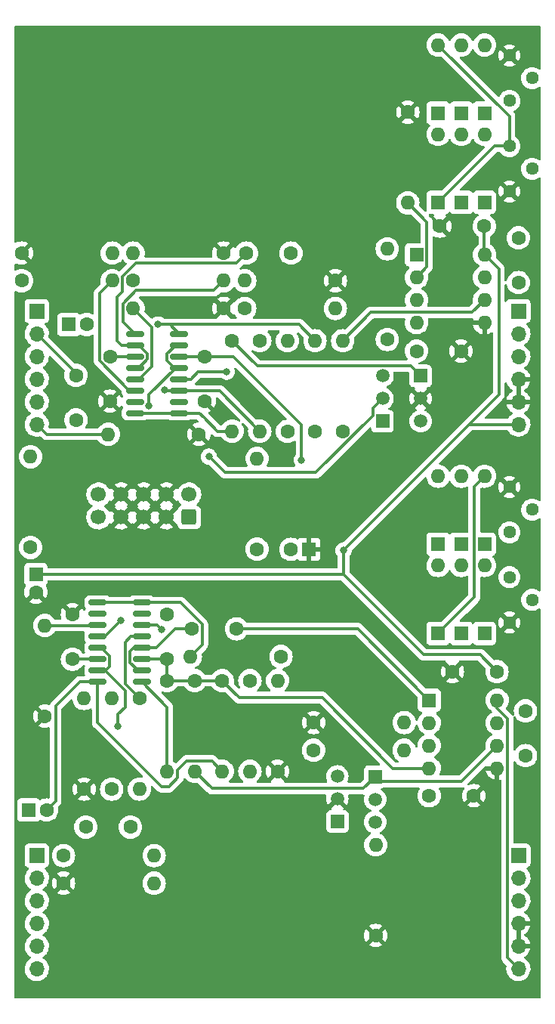
<source format=gbr>
G04 #@! TF.GenerationSoftware,KiCad,Pcbnew,(6.0.6)*
G04 #@! TF.CreationDate,2022-11-24T12:48:09+00:00*
G04 #@! TF.ProjectId,MS20-VCF,4d533230-2d56-4434-962e-6b696361645f,rev?*
G04 #@! TF.SameCoordinates,Original*
G04 #@! TF.FileFunction,Copper,L2,Bot*
G04 #@! TF.FilePolarity,Positive*
%FSLAX46Y46*%
G04 Gerber Fmt 4.6, Leading zero omitted, Abs format (unit mm)*
G04 Created by KiCad (PCBNEW (6.0.6)) date 2022-11-24 12:48:09*
%MOMM*%
%LPD*%
G01*
G04 APERTURE LIST*
G04 Aperture macros list*
%AMRoundRect*
0 Rectangle with rounded corners*
0 $1 Rounding radius*
0 $2 $3 $4 $5 $6 $7 $8 $9 X,Y pos of 4 corners*
0 Add a 4 corners polygon primitive as box body*
4,1,4,$2,$3,$4,$5,$6,$7,$8,$9,$2,$3,0*
0 Add four circle primitives for the rounded corners*
1,1,$1+$1,$2,$3*
1,1,$1+$1,$4,$5*
1,1,$1+$1,$6,$7*
1,1,$1+$1,$8,$9*
0 Add four rect primitives between the rounded corners*
20,1,$1+$1,$2,$3,$4,$5,0*
20,1,$1+$1,$4,$5,$6,$7,0*
20,1,$1+$1,$6,$7,$8,$9,0*
20,1,$1+$1,$8,$9,$2,$3,0*%
G04 Aperture macros list end*
G04 #@! TA.AperFunction,ComponentPad*
%ADD10C,1.600000*%
G04 #@! TD*
G04 #@! TA.AperFunction,ComponentPad*
%ADD11R,1.600000X1.600000*%
G04 #@! TD*
G04 #@! TA.AperFunction,ComponentPad*
%ADD12O,1.600000X1.600000*%
G04 #@! TD*
G04 #@! TA.AperFunction,ComponentPad*
%ADD13R,1.700000X1.700000*%
G04 #@! TD*
G04 #@! TA.AperFunction,ComponentPad*
%ADD14O,1.700000X1.700000*%
G04 #@! TD*
G04 #@! TA.AperFunction,ComponentPad*
%ADD15R,1.500000X1.500000*%
G04 #@! TD*
G04 #@! TA.AperFunction,ComponentPad*
%ADD16C,1.500000*%
G04 #@! TD*
G04 #@! TA.AperFunction,ComponentPad*
%ADD17C,1.440000*%
G04 #@! TD*
G04 #@! TA.AperFunction,SMDPad,CuDef*
%ADD18RoundRect,0.150000X0.825000X0.150000X-0.825000X0.150000X-0.825000X-0.150000X0.825000X-0.150000X0*%
G04 #@! TD*
G04 #@! TA.AperFunction,SMDPad,CuDef*
%ADD19RoundRect,0.150000X-0.825000X-0.150000X0.825000X-0.150000X0.825000X0.150000X-0.825000X0.150000X0*%
G04 #@! TD*
G04 #@! TA.AperFunction,ComponentPad*
%ADD20RoundRect,0.250000X0.600000X-0.600000X0.600000X0.600000X-0.600000X0.600000X-0.600000X-0.600000X0*%
G04 #@! TD*
G04 #@! TA.AperFunction,ComponentPad*
%ADD21C,1.700000*%
G04 #@! TD*
G04 #@! TA.AperFunction,ViaPad*
%ADD22C,0.800000*%
G04 #@! TD*
G04 #@! TA.AperFunction,Conductor*
%ADD23C,0.300000*%
G04 #@! TD*
G04 APERTURE END LIST*
D10*
X87000000Y-60800000D03*
X87000000Y-65800000D03*
X87800000Y-113800000D03*
X87800000Y-118800000D03*
X38500000Y-126800000D03*
X43500000Y-126800000D03*
D11*
X83200000Y-56820000D03*
D12*
X83200000Y-49200000D03*
D11*
X83200000Y-46810000D03*
D12*
X83200000Y-39190000D03*
D11*
X80600000Y-56820000D03*
D12*
X80600000Y-49200000D03*
D11*
X80600000Y-46810000D03*
D12*
X80600000Y-39190000D03*
D11*
X78000000Y-56820000D03*
D12*
X78000000Y-49200000D03*
D11*
X78000000Y-46810000D03*
D12*
X78000000Y-39190000D03*
D13*
X87000000Y-69000000D03*
D14*
X87000000Y-71540000D03*
X87000000Y-74080000D03*
X87000000Y-76620000D03*
X87000000Y-79160000D03*
X87000000Y-81700000D03*
D13*
X33000000Y-130000000D03*
D14*
X33000000Y-132540000D03*
X33000000Y-135080000D03*
X33000000Y-137620000D03*
X33000000Y-140160000D03*
X33000000Y-142700000D03*
D15*
X76040000Y-76260000D03*
D16*
X76040000Y-78800000D03*
X76040000Y-81340000D03*
D15*
X71760000Y-81340000D03*
D16*
X71760000Y-78800000D03*
X71760000Y-76260000D03*
D15*
X66700000Y-126200000D03*
D16*
X66700000Y-123660000D03*
X66700000Y-121120000D03*
D10*
X53960000Y-68700000D03*
D12*
X43800000Y-68700000D03*
D10*
X31300000Y-62500000D03*
D12*
X41460000Y-62500000D03*
D10*
X54900000Y-72300000D03*
D12*
X54900000Y-82460000D03*
D10*
X43800000Y-65600000D03*
D12*
X53960000Y-65600000D03*
D10*
X67300000Y-82480000D03*
D12*
X67300000Y-72320000D03*
D10*
X51180000Y-82800000D03*
D12*
X41020000Y-82800000D03*
D10*
X58000000Y-72300000D03*
D12*
X58000000Y-82460000D03*
D10*
X66480000Y-65600000D03*
D12*
X56320000Y-65600000D03*
D10*
X53960000Y-62500000D03*
D12*
X43800000Y-62500000D03*
D10*
X56320000Y-68700000D03*
D12*
X66480000Y-68700000D03*
D10*
X74600000Y-46720000D03*
D12*
X74600000Y-56880000D03*
D10*
X38300000Y-122560000D03*
D12*
X38300000Y-112400000D03*
D10*
X60380000Y-107700000D03*
D12*
X50220000Y-107700000D03*
D10*
X44500000Y-112400000D03*
D12*
X44500000Y-122560000D03*
D10*
X50700000Y-110400000D03*
D12*
X50700000Y-120560000D03*
D10*
X64040000Y-118200000D03*
D12*
X74200000Y-118200000D03*
D10*
X71000000Y-138960000D03*
D12*
X71000000Y-128800000D03*
D10*
X47600000Y-110400000D03*
D12*
X47600000Y-120560000D03*
D10*
X41400000Y-122560000D03*
D12*
X41400000Y-112400000D03*
D10*
X60000000Y-120560000D03*
D12*
X60000000Y-110400000D03*
D10*
X33900000Y-114380000D03*
D12*
X33900000Y-104220000D03*
D10*
X56900000Y-110400000D03*
D12*
X56900000Y-120560000D03*
D10*
X53800000Y-110400000D03*
D12*
X53800000Y-120560000D03*
D10*
X64040000Y-115100000D03*
D12*
X74200000Y-115100000D03*
D11*
X77000000Y-112600000D03*
D12*
X77000000Y-115140000D03*
X77000000Y-117680000D03*
X77000000Y-120220000D03*
X84620000Y-120220000D03*
X84620000Y-117680000D03*
X84620000Y-115140000D03*
X84620000Y-112600000D03*
D13*
X87000000Y-130000000D03*
D14*
X87000000Y-132540000D03*
X87000000Y-135080000D03*
X87000000Y-137620000D03*
X87000000Y-140160000D03*
X87000000Y-142700000D03*
D10*
X72300000Y-72180000D03*
D12*
X72300000Y-62020000D03*
D11*
X75580000Y-62680000D03*
D12*
X75580000Y-65220000D03*
X75580000Y-67760000D03*
X75580000Y-70300000D03*
X83200000Y-70300000D03*
X83200000Y-67760000D03*
X83200000Y-65220000D03*
X83200000Y-62680000D03*
D15*
X70940000Y-121160000D03*
D16*
X70940000Y-123700000D03*
X70940000Y-126240000D03*
D10*
X50400000Y-104600000D03*
X55400000Y-104600000D03*
D11*
X78000000Y-95120000D03*
D12*
X78000000Y-87500000D03*
D11*
X80600000Y-95120000D03*
D12*
X80600000Y-87500000D03*
D11*
X83200000Y-95120000D03*
D12*
X83200000Y-87500000D03*
D11*
X83200000Y-105120000D03*
D12*
X83200000Y-97500000D03*
D11*
X80600000Y-105120000D03*
D12*
X80600000Y-97500000D03*
D11*
X78000000Y-105120000D03*
D12*
X78000000Y-97500000D03*
D10*
X56500000Y-62500000D03*
X61500000Y-62500000D03*
X31300000Y-65600000D03*
D12*
X41460000Y-65600000D03*
D10*
X61100000Y-82480000D03*
D12*
X61100000Y-72320000D03*
D10*
X64200000Y-82480000D03*
D12*
X64200000Y-72320000D03*
D13*
X33000000Y-69000000D03*
D14*
X33000000Y-71540000D03*
X33000000Y-74080000D03*
X33000000Y-76620000D03*
X33000000Y-79160000D03*
X33000000Y-81700000D03*
D10*
X37400000Y-81200000D03*
X37400000Y-76200000D03*
X36000000Y-133100000D03*
D12*
X46160000Y-133100000D03*
D10*
X36000000Y-130000000D03*
D12*
X46160000Y-130000000D03*
D10*
X83180000Y-59480000D03*
X78180000Y-59480000D03*
X82000000Y-123300000D03*
X77000000Y-123300000D03*
X80580000Y-73480000D03*
X75580000Y-73480000D03*
X84600000Y-109400000D03*
X79600000Y-109400000D03*
D11*
X32900000Y-98500000D03*
D10*
X32900000Y-100500000D03*
D11*
X63500000Y-95700000D03*
D10*
X61500000Y-95700000D03*
D11*
X36600000Y-70500000D03*
D10*
X38600000Y-70500000D03*
X57700000Y-95680000D03*
D12*
X57700000Y-85520000D03*
D17*
X86000000Y-55590000D03*
X88540000Y-53050000D03*
X86000000Y-50510000D03*
X86000000Y-45440000D03*
X88540000Y-42900000D03*
X86000000Y-40360000D03*
D18*
X44775000Y-101655000D03*
X44775000Y-102925000D03*
X44775000Y-104195000D03*
X44775000Y-105465000D03*
X44775000Y-106735000D03*
X44775000Y-108005000D03*
X44775000Y-109275000D03*
X44775000Y-110545000D03*
X39825000Y-110545000D03*
X39825000Y-109275000D03*
X39825000Y-108005000D03*
X39825000Y-106735000D03*
X39825000Y-105465000D03*
X39825000Y-104195000D03*
X39825000Y-102925000D03*
X39825000Y-101655000D03*
D11*
X32100000Y-124900000D03*
D10*
X34100000Y-124900000D03*
X32300000Y-95480000D03*
D12*
X32300000Y-85320000D03*
D17*
X86000000Y-103900000D03*
X88540000Y-101360000D03*
X86000000Y-98820000D03*
X86000000Y-93790000D03*
X88540000Y-91250000D03*
X86000000Y-88710000D03*
D19*
X44025000Y-80445000D03*
X44025000Y-79175000D03*
X44025000Y-77905000D03*
X44025000Y-76635000D03*
X44025000Y-75365000D03*
X44025000Y-74095000D03*
X44025000Y-72825000D03*
X44025000Y-71555000D03*
X48975000Y-71555000D03*
X48975000Y-72825000D03*
X48975000Y-74095000D03*
X48975000Y-75365000D03*
X48975000Y-76635000D03*
X48975000Y-77905000D03*
X48975000Y-79175000D03*
X48975000Y-80445000D03*
D20*
X50080000Y-92100000D03*
D21*
X50080000Y-89560000D03*
X47540000Y-92100000D03*
X47540000Y-89560000D03*
X45000000Y-92100000D03*
X45000000Y-89560000D03*
X42460000Y-92100000D03*
X42460000Y-89560000D03*
X39920000Y-92100000D03*
X39920000Y-89560000D03*
D10*
X37000000Y-108000000D03*
X37000000Y-103000000D03*
X41200000Y-79100000D03*
X41200000Y-74100000D03*
X47600000Y-103000000D03*
X47600000Y-108000000D03*
X51800000Y-74100000D03*
X51800000Y-79100000D03*
D22*
X67400000Y-95800000D03*
X62700000Y-85700000D03*
X46600000Y-70500000D03*
X45540266Y-79617035D03*
X42100000Y-115500000D03*
X52300000Y-85300000D03*
X47300000Y-77800000D03*
X47000000Y-104700000D03*
X54300000Y-75800000D03*
X42400000Y-103700000D03*
D23*
X32900000Y-98500000D02*
X67400000Y-98500000D01*
X51800000Y-74100000D02*
X55039312Y-74100000D01*
X51800000Y-74100000D02*
X48980000Y-74100000D01*
X55039312Y-74100000D02*
X62700000Y-81760688D01*
X85770000Y-114663654D02*
X85770000Y-141430000D01*
X67400000Y-98500000D02*
X76400000Y-107500000D01*
X48980000Y-74100000D02*
X48975000Y-74095000D01*
X82700000Y-107500000D02*
X84600000Y-109400000D01*
X84620000Y-113513654D02*
X85770000Y-114663654D01*
X37005000Y-108005000D02*
X37000000Y-108000000D01*
X85750000Y-141450000D02*
X87000000Y-142700000D01*
X62700000Y-81760688D02*
X62700000Y-85700000D01*
X83180000Y-59480000D02*
X83180000Y-62660000D01*
X83180000Y-62660000D02*
X83200000Y-62680000D01*
X81480688Y-81700000D02*
X67400000Y-95780688D01*
X87000000Y-81700000D02*
X81480688Y-81700000D01*
X85770000Y-141430000D02*
X85750000Y-141450000D01*
X83200000Y-62680000D02*
X84800000Y-64280000D01*
X67400000Y-95780688D02*
X67400000Y-98500000D01*
X84800000Y-78380688D02*
X81480688Y-81700000D01*
X84620000Y-112600000D02*
X84620000Y-113513654D01*
X76400000Y-107500000D02*
X82700000Y-107500000D01*
X84800000Y-64280000D02*
X84800000Y-78380688D01*
X39825000Y-108005000D02*
X37005000Y-108005000D01*
X44025000Y-74095000D02*
X41205000Y-74095000D01*
X44775000Y-108005000D02*
X47595000Y-108005000D01*
X47595000Y-108005000D02*
X47600000Y-108000000D01*
X41205000Y-74095000D02*
X41200000Y-74100000D01*
X55700000Y-112300000D02*
X53800000Y-110400000D01*
X50700000Y-110400000D02*
X53800000Y-110400000D01*
X77000000Y-120220000D02*
X72920000Y-120220000D01*
X65000000Y-112300000D02*
X55700000Y-112300000D01*
X72920000Y-120220000D02*
X65000000Y-112300000D01*
X47600000Y-110400000D02*
X50700000Y-110400000D01*
X47600000Y-108000000D02*
X47600000Y-110400000D01*
X42525000Y-72825000D02*
X44025000Y-72825000D01*
X44123654Y-63650000D02*
X42610000Y-65163654D01*
X44025000Y-72825000D02*
X44437107Y-72825000D01*
X42610000Y-66790000D02*
X42000000Y-67400000D01*
X42610000Y-65163654D02*
X42610000Y-66790000D01*
X45400000Y-73787893D02*
X45400000Y-74402107D01*
X44437107Y-75365000D02*
X44025000Y-75365000D01*
X45400000Y-74402107D02*
X44437107Y-75365000D01*
X42000000Y-67400000D02*
X42000000Y-72300000D01*
X44437107Y-72825000D02*
X45400000Y-73787893D01*
X55350000Y-63650000D02*
X44123654Y-63650000D01*
X42000000Y-72300000D02*
X42525000Y-72825000D01*
X56500000Y-62500000D02*
X55350000Y-63650000D01*
X40050000Y-67010000D02*
X41460000Y-65600000D01*
X40050000Y-74576346D02*
X40050000Y-67010000D01*
X44025000Y-77905000D02*
X43378654Y-77905000D01*
X43378654Y-77905000D02*
X40050000Y-74576346D01*
X47920000Y-70500000D02*
X48975000Y-71555000D01*
X46600000Y-70500000D02*
X47920000Y-70500000D01*
X62380000Y-70500000D02*
X64200000Y-72320000D01*
X46600000Y-70500000D02*
X62380000Y-70500000D01*
X70470000Y-69150000D02*
X67300000Y-72320000D01*
X83200000Y-67760000D02*
X81810000Y-69150000D01*
X81810000Y-69150000D02*
X70470000Y-69150000D01*
X33000000Y-71540000D02*
X37400000Y-75940000D01*
X37400000Y-75940000D02*
X37400000Y-76200000D01*
X48975000Y-72825000D02*
X48562893Y-72825000D01*
X47600000Y-74500000D02*
X48465000Y-75365000D01*
X45540266Y-78387627D02*
X48562893Y-75365000D01*
X47600000Y-73787893D02*
X47600000Y-74500000D01*
X48562893Y-75365000D02*
X48975000Y-75365000D01*
X48465000Y-75365000D02*
X48975000Y-75365000D01*
X48562893Y-72825000D02*
X47600000Y-73787893D01*
X45540266Y-79617035D02*
X45540266Y-78387627D01*
X39825000Y-115104312D02*
X47020688Y-122300000D01*
X39825000Y-110545000D02*
X37835688Y-110545000D01*
X49800000Y-119400000D02*
X48800000Y-120400000D01*
X53800000Y-120560000D02*
X52650000Y-119410000D01*
X52650000Y-119410000D02*
X49810000Y-119410000D01*
X47020688Y-122300000D02*
X47500000Y-122300000D01*
X37835688Y-110545000D02*
X35110000Y-113270688D01*
X48800000Y-121300000D02*
X47800000Y-122300000D01*
X48800000Y-120400000D02*
X48800000Y-121300000D01*
X49810000Y-119410000D02*
X49800000Y-119400000D01*
X39825000Y-110545000D02*
X39825000Y-115104312D01*
X35110000Y-113270688D02*
X35110000Y-123890000D01*
X47800000Y-122300000D02*
X47500000Y-122300000D01*
X35110000Y-123890000D02*
X34100000Y-124900000D01*
X44775000Y-109275000D02*
X44362893Y-109275000D01*
X44362893Y-109275000D02*
X43450000Y-108362107D01*
X43865000Y-106735000D02*
X44775000Y-106735000D01*
X43450000Y-107150000D02*
X43865000Y-106735000D01*
X48500000Y-104600000D02*
X46365000Y-106735000D01*
X50400000Y-104600000D02*
X48500000Y-104600000D01*
X43450000Y-108362107D02*
X43450000Y-107150000D01*
X46365000Y-106735000D02*
X44775000Y-106735000D01*
X69000000Y-104600000D02*
X55400000Y-104600000D01*
X77000000Y-112600000D02*
X69000000Y-104600000D01*
X82050000Y-88650000D02*
X83200000Y-87500000D01*
X82050000Y-101070000D02*
X82050000Y-88650000D01*
X78000000Y-105120000D02*
X82050000Y-101070000D01*
X40667894Y-109275000D02*
X39825000Y-109275000D01*
X40237107Y-106735000D02*
X41150000Y-107647893D01*
X42100000Y-115500000D02*
X42100000Y-114200000D01*
X41150000Y-108850000D02*
X40725000Y-109275000D01*
X41150000Y-107647893D02*
X41150000Y-108850000D01*
X39825000Y-106735000D02*
X40237107Y-106735000D01*
X42100000Y-114200000D02*
X42900000Y-113400000D01*
X42900000Y-113400000D02*
X42900000Y-111507106D01*
X42900000Y-111507106D02*
X40667894Y-109275000D01*
X40725000Y-109275000D02*
X39825000Y-109275000D01*
X41020000Y-82800000D02*
X34100000Y-82800000D01*
X70660000Y-79900000D02*
X70660000Y-80746346D01*
X70660000Y-80746346D02*
X64306346Y-87100000D01*
X64306346Y-87100000D02*
X54100000Y-87100000D01*
X34100000Y-82800000D02*
X33000000Y-81700000D01*
X54100000Y-87100000D02*
X52300000Y-85300000D01*
X71760000Y-78800000D02*
X70660000Y-79900000D01*
X74940000Y-75160000D02*
X57760000Y-75160000D01*
X76040000Y-76260000D02*
X74940000Y-75160000D01*
X57760000Y-75160000D02*
X54900000Y-72300000D01*
X44150000Y-66700000D02*
X52860000Y-66700000D01*
X44025000Y-71555000D02*
X42650000Y-70180000D01*
X42650000Y-70180000D02*
X42650000Y-68200000D01*
X52860000Y-66700000D02*
X53960000Y-65600000D01*
X42650000Y-68200000D02*
X44150000Y-66700000D01*
X53490000Y-77950000D02*
X49020000Y-77950000D01*
X47405000Y-77905000D02*
X48975000Y-77905000D01*
X58000000Y-82460000D02*
X53490000Y-77950000D01*
X47300000Y-77800000D02*
X47405000Y-77905000D01*
X49020000Y-77950000D02*
X48975000Y-77905000D01*
X84620000Y-117680000D02*
X80580689Y-121719311D01*
X69600000Y-122500000D02*
X52640000Y-122500000D01*
X52640000Y-122500000D02*
X50700000Y-120560000D01*
X71499311Y-121719311D02*
X70940000Y-121160000D01*
X70940000Y-121160000D02*
X69600000Y-122500000D01*
X80580689Y-121719311D02*
X71499311Y-121719311D01*
X47600000Y-113370000D02*
X44775000Y-110545000D01*
X47600000Y-120560000D02*
X47600000Y-113370000D01*
X46900000Y-104600000D02*
X47000000Y-104700000D01*
X44775000Y-104195000D02*
X46495000Y-104195000D01*
X46495000Y-104195000D02*
X46900000Y-104600000D01*
X76730000Y-64070000D02*
X76730000Y-59010000D01*
X84310000Y-50510000D02*
X78000000Y-56820000D01*
X75580000Y-65220000D02*
X76730000Y-64070000D01*
X86000000Y-47190000D02*
X86000000Y-50510000D01*
X78000000Y-39190000D02*
X86000000Y-47190000D01*
X76730000Y-59010000D02*
X74600000Y-56880000D01*
X86000000Y-50510000D02*
X84310000Y-50510000D01*
X45900000Y-70800000D02*
X43800000Y-68700000D01*
X45900000Y-75172107D02*
X45900000Y-70800000D01*
X44437107Y-76635000D02*
X45900000Y-75172107D01*
X44025000Y-76635000D02*
X44437107Y-76635000D01*
X51100000Y-75800000D02*
X50265000Y-76635000D01*
X54300000Y-75800000D02*
X51100000Y-75800000D01*
X50265000Y-76635000D02*
X48975000Y-76635000D01*
X48975000Y-80445000D02*
X44025000Y-80445000D01*
X54900000Y-82460000D02*
X53260000Y-82460000D01*
X51245000Y-80445000D02*
X51700000Y-80900000D01*
X53260000Y-82460000D02*
X51700000Y-80900000D01*
X48975000Y-80445000D02*
X51245000Y-80445000D01*
X42900000Y-106100000D02*
X43535000Y-105465000D01*
X44500000Y-112400000D02*
X42900000Y-110800000D01*
X43535000Y-105465000D02*
X44775000Y-105465000D01*
X42900000Y-110800000D02*
X42900000Y-106100000D01*
X39825000Y-105465000D02*
X40635000Y-105465000D01*
X40635000Y-105465000D02*
X42400000Y-103700000D01*
X39800000Y-104220000D02*
X39825000Y-104195000D01*
X33900000Y-104220000D02*
X39800000Y-104220000D01*
X51550000Y-106370000D02*
X51550000Y-104123654D01*
X50220000Y-107700000D02*
X51550000Y-106370000D01*
X49081346Y-101655000D02*
X44775000Y-101655000D01*
X51550000Y-104123654D02*
X49081346Y-101655000D01*
X44775000Y-101655000D02*
X39825000Y-101655000D01*
G04 #@! TA.AperFunction,Conductor*
G36*
X89433621Y-37028502D02*
G01*
X89480114Y-37082158D01*
X89491500Y-37134500D01*
X89491500Y-41824482D01*
X89471498Y-41892603D01*
X89417842Y-41939096D01*
X89347568Y-41949200D01*
X89293230Y-41927695D01*
X89243113Y-41892603D01*
X89156597Y-41832024D01*
X89151619Y-41829703D01*
X89151616Y-41829701D01*
X88966759Y-41743501D01*
X88966758Y-41743500D01*
X88961777Y-41741178D01*
X88956469Y-41739756D01*
X88956467Y-41739755D01*
X88759457Y-41686966D01*
X88759455Y-41686966D01*
X88754142Y-41685542D01*
X88540000Y-41666807D01*
X88325858Y-41685542D01*
X88320545Y-41686966D01*
X88320543Y-41686966D01*
X88123533Y-41739755D01*
X88123531Y-41739756D01*
X88118223Y-41741178D01*
X88113243Y-41743500D01*
X88113241Y-41743501D01*
X87928385Y-41829701D01*
X87928382Y-41829703D01*
X87923404Y-41832024D01*
X87747319Y-41955319D01*
X87595319Y-42107319D01*
X87472024Y-42283404D01*
X87381178Y-42478223D01*
X87325542Y-42685858D01*
X87306807Y-42900000D01*
X87325542Y-43114142D01*
X87381178Y-43321777D01*
X87472024Y-43516596D01*
X87595319Y-43692681D01*
X87747319Y-43844681D01*
X87923403Y-43967976D01*
X87928381Y-43970297D01*
X87928384Y-43970299D01*
X88113241Y-44056499D01*
X88118223Y-44058822D01*
X88123531Y-44060244D01*
X88123533Y-44060245D01*
X88320543Y-44113034D01*
X88320545Y-44113034D01*
X88325858Y-44114458D01*
X88540000Y-44133193D01*
X88754142Y-44114458D01*
X88759455Y-44113034D01*
X88759457Y-44113034D01*
X88956467Y-44060245D01*
X88956469Y-44060244D01*
X88961777Y-44058822D01*
X88966759Y-44056499D01*
X89151616Y-43970299D01*
X89151619Y-43970297D01*
X89156597Y-43967976D01*
X89293229Y-43872305D01*
X89360504Y-43849617D01*
X89429364Y-43866902D01*
X89477948Y-43918672D01*
X89491500Y-43975518D01*
X89491500Y-51974482D01*
X89471498Y-52042603D01*
X89417842Y-52089096D01*
X89347568Y-52099200D01*
X89293230Y-52077695D01*
X89243113Y-52042603D01*
X89156597Y-51982024D01*
X89151619Y-51979703D01*
X89151616Y-51979701D01*
X88966759Y-51893501D01*
X88966758Y-51893500D01*
X88961777Y-51891178D01*
X88956469Y-51889756D01*
X88956467Y-51889755D01*
X88759457Y-51836966D01*
X88759455Y-51836966D01*
X88754142Y-51835542D01*
X88540000Y-51816807D01*
X88325858Y-51835542D01*
X88320545Y-51836966D01*
X88320543Y-51836966D01*
X88123533Y-51889755D01*
X88123531Y-51889756D01*
X88118223Y-51891178D01*
X88113243Y-51893500D01*
X88113241Y-51893501D01*
X87928385Y-51979701D01*
X87928382Y-51979703D01*
X87923404Y-51982024D01*
X87747319Y-52105319D01*
X87595319Y-52257319D01*
X87472024Y-52433404D01*
X87381178Y-52628223D01*
X87325542Y-52835858D01*
X87306807Y-53050000D01*
X87325542Y-53264142D01*
X87381178Y-53471777D01*
X87472024Y-53666596D01*
X87595319Y-53842681D01*
X87747319Y-53994681D01*
X87923403Y-54117976D01*
X87928381Y-54120297D01*
X87928384Y-54120299D01*
X88113241Y-54206499D01*
X88118223Y-54208822D01*
X88123531Y-54210244D01*
X88123533Y-54210245D01*
X88320543Y-54263034D01*
X88320545Y-54263034D01*
X88325858Y-54264458D01*
X88540000Y-54283193D01*
X88754142Y-54264458D01*
X88759455Y-54263034D01*
X88759457Y-54263034D01*
X88956467Y-54210245D01*
X88956469Y-54210244D01*
X88961777Y-54208822D01*
X88966759Y-54206499D01*
X89151616Y-54120299D01*
X89151619Y-54120297D01*
X89156597Y-54117976D01*
X89293229Y-54022305D01*
X89360504Y-53999617D01*
X89429364Y-54016902D01*
X89477948Y-54068672D01*
X89491500Y-54125518D01*
X89491500Y-90174482D01*
X89471498Y-90242603D01*
X89417842Y-90289096D01*
X89347568Y-90299200D01*
X89293230Y-90277695D01*
X89209234Y-90218881D01*
X89156597Y-90182024D01*
X89151619Y-90179703D01*
X89151616Y-90179701D01*
X88966759Y-90093501D01*
X88966758Y-90093500D01*
X88961777Y-90091178D01*
X88956469Y-90089756D01*
X88956467Y-90089755D01*
X88759457Y-90036966D01*
X88759455Y-90036966D01*
X88754142Y-90035542D01*
X88540000Y-90016807D01*
X88325858Y-90035542D01*
X88320545Y-90036966D01*
X88320543Y-90036966D01*
X88123533Y-90089755D01*
X88123531Y-90089756D01*
X88118223Y-90091178D01*
X88113243Y-90093500D01*
X88113241Y-90093501D01*
X87928385Y-90179701D01*
X87928382Y-90179703D01*
X87923404Y-90182024D01*
X87747319Y-90305319D01*
X87595319Y-90457319D01*
X87472024Y-90633404D01*
X87469703Y-90638382D01*
X87469701Y-90638385D01*
X87383501Y-90823241D01*
X87381178Y-90828223D01*
X87379756Y-90833531D01*
X87379755Y-90833533D01*
X87338526Y-90987401D01*
X87325542Y-91035858D01*
X87306807Y-91250000D01*
X87325542Y-91464142D01*
X87326966Y-91469455D01*
X87326966Y-91469457D01*
X87369798Y-91629305D01*
X87381178Y-91671777D01*
X87383500Y-91676757D01*
X87383501Y-91676759D01*
X87410936Y-91735592D01*
X87472024Y-91866596D01*
X87595319Y-92042681D01*
X87747319Y-92194681D01*
X87923403Y-92317976D01*
X87928381Y-92320297D01*
X87928384Y-92320299D01*
X88073718Y-92388069D01*
X88118223Y-92408822D01*
X88123531Y-92410244D01*
X88123533Y-92410245D01*
X88320543Y-92463034D01*
X88320545Y-92463034D01*
X88325858Y-92464458D01*
X88540000Y-92483193D01*
X88754142Y-92464458D01*
X88759455Y-92463034D01*
X88759457Y-92463034D01*
X88956467Y-92410245D01*
X88956469Y-92410244D01*
X88961777Y-92408822D01*
X89006282Y-92388069D01*
X89151616Y-92320299D01*
X89151619Y-92320297D01*
X89156597Y-92317976D01*
X89293229Y-92222305D01*
X89360504Y-92199617D01*
X89429364Y-92216902D01*
X89477948Y-92268672D01*
X89491500Y-92325518D01*
X89491500Y-100284482D01*
X89471498Y-100352603D01*
X89417842Y-100399096D01*
X89347568Y-100409200D01*
X89293230Y-100387695D01*
X89243113Y-100352603D01*
X89156597Y-100292024D01*
X89151619Y-100289703D01*
X89151616Y-100289701D01*
X88966759Y-100203501D01*
X88966758Y-100203500D01*
X88961777Y-100201178D01*
X88956469Y-100199756D01*
X88956467Y-100199755D01*
X88759457Y-100146966D01*
X88759455Y-100146966D01*
X88754142Y-100145542D01*
X88540000Y-100126807D01*
X88325858Y-100145542D01*
X88320545Y-100146966D01*
X88320543Y-100146966D01*
X88123533Y-100199755D01*
X88123531Y-100199756D01*
X88118223Y-100201178D01*
X88113243Y-100203500D01*
X88113241Y-100203501D01*
X87928385Y-100289701D01*
X87928382Y-100289703D01*
X87923404Y-100292024D01*
X87747319Y-100415319D01*
X87595319Y-100567319D01*
X87472024Y-100743404D01*
X87469703Y-100748382D01*
X87469701Y-100748385D01*
X87399052Y-100899892D01*
X87381178Y-100938223D01*
X87379756Y-100943531D01*
X87379755Y-100943533D01*
X87329325Y-101131741D01*
X87325542Y-101145858D01*
X87306807Y-101360000D01*
X87325542Y-101574142D01*
X87326966Y-101579455D01*
X87326966Y-101579457D01*
X87367704Y-101731490D01*
X87381178Y-101781777D01*
X87383500Y-101786757D01*
X87383501Y-101786759D01*
X87448297Y-101925713D01*
X87472024Y-101976596D01*
X87595319Y-102152681D01*
X87747319Y-102304681D01*
X87923403Y-102427976D01*
X87928381Y-102430297D01*
X87928384Y-102430299D01*
X88087674Y-102504577D01*
X88118223Y-102518822D01*
X88123531Y-102520244D01*
X88123533Y-102520245D01*
X88320543Y-102573034D01*
X88320545Y-102573034D01*
X88325858Y-102574458D01*
X88540000Y-102593193D01*
X88754142Y-102574458D01*
X88759455Y-102573034D01*
X88759457Y-102573034D01*
X88956467Y-102520245D01*
X88956469Y-102520244D01*
X88961777Y-102518822D01*
X88992326Y-102504577D01*
X89151616Y-102430299D01*
X89151619Y-102430297D01*
X89156597Y-102427976D01*
X89293229Y-102332305D01*
X89360504Y-102309617D01*
X89429364Y-102326902D01*
X89477948Y-102378672D01*
X89491500Y-102435518D01*
X89491500Y-145865500D01*
X89471498Y-145933621D01*
X89417842Y-145980114D01*
X89365500Y-145991500D01*
X30634500Y-145991500D01*
X30566379Y-145971498D01*
X30519886Y-145917842D01*
X30508500Y-145865500D01*
X30508500Y-142666695D01*
X31637251Y-142666695D01*
X31637548Y-142671848D01*
X31637548Y-142671851D01*
X31643011Y-142766590D01*
X31650110Y-142889715D01*
X31651247Y-142894761D01*
X31651248Y-142894767D01*
X31671119Y-142982939D01*
X31699222Y-143107639D01*
X31783266Y-143314616D01*
X31899987Y-143505088D01*
X32046250Y-143673938D01*
X32218126Y-143816632D01*
X32411000Y-143929338D01*
X32619692Y-144009030D01*
X32624760Y-144010061D01*
X32624763Y-144010062D01*
X32732017Y-144031883D01*
X32838597Y-144053567D01*
X32843772Y-144053757D01*
X32843774Y-144053757D01*
X33056673Y-144061564D01*
X33056677Y-144061564D01*
X33061837Y-144061753D01*
X33066957Y-144061097D01*
X33066959Y-144061097D01*
X33278288Y-144034025D01*
X33278289Y-144034025D01*
X33283416Y-144033368D01*
X33288366Y-144031883D01*
X33492429Y-143970661D01*
X33492434Y-143970659D01*
X33497384Y-143969174D01*
X33697994Y-143870896D01*
X33879860Y-143741173D01*
X34038096Y-143583489D01*
X34097594Y-143500689D01*
X34165435Y-143406277D01*
X34168453Y-143402077D01*
X34267430Y-143201811D01*
X34332370Y-142988069D01*
X34361529Y-142766590D01*
X34363156Y-142700000D01*
X34344852Y-142477361D01*
X34290431Y-142260702D01*
X34201354Y-142055840D01*
X34118422Y-141927646D01*
X34082822Y-141872617D01*
X34082820Y-141872614D01*
X34080014Y-141868277D01*
X33929670Y-141703051D01*
X33925619Y-141699852D01*
X33925615Y-141699848D01*
X33758414Y-141567800D01*
X33758410Y-141567798D01*
X33754359Y-141564598D01*
X33713053Y-141541796D01*
X33663084Y-141491364D01*
X33648312Y-141421921D01*
X33673428Y-141355516D01*
X33700780Y-141328909D01*
X33766980Y-141281689D01*
X33879860Y-141201173D01*
X34038096Y-141043489D01*
X34097594Y-140960689D01*
X34165435Y-140866277D01*
X34168453Y-140862077D01*
X34267430Y-140661811D01*
X34332370Y-140448069D01*
X34361529Y-140226590D01*
X34363156Y-140160000D01*
X34353789Y-140046062D01*
X70278493Y-140046062D01*
X70287789Y-140058077D01*
X70338994Y-140093931D01*
X70348489Y-140099414D01*
X70545947Y-140191490D01*
X70556239Y-140195236D01*
X70766688Y-140251625D01*
X70777481Y-140253528D01*
X70994525Y-140272517D01*
X71005475Y-140272517D01*
X71222519Y-140253528D01*
X71233312Y-140251625D01*
X71443761Y-140195236D01*
X71454053Y-140191490D01*
X71651511Y-140099414D01*
X71661006Y-140093931D01*
X71713048Y-140057491D01*
X71721424Y-140047012D01*
X71714356Y-140033566D01*
X71012812Y-139332022D01*
X70998868Y-139324408D01*
X70997035Y-139324539D01*
X70990420Y-139328790D01*
X70284923Y-140034287D01*
X70278493Y-140046062D01*
X34353789Y-140046062D01*
X34344852Y-139937361D01*
X34290431Y-139720702D01*
X34201354Y-139515840D01*
X34080014Y-139328277D01*
X33929670Y-139163051D01*
X33925619Y-139159852D01*
X33925615Y-139159848D01*
X33758414Y-139027800D01*
X33758410Y-139027798D01*
X33754359Y-139024598D01*
X33713053Y-139001796D01*
X33677065Y-138965475D01*
X69687483Y-138965475D01*
X69706472Y-139182519D01*
X69708375Y-139193312D01*
X69764764Y-139403761D01*
X69768510Y-139414053D01*
X69860586Y-139611511D01*
X69866069Y-139621006D01*
X69902509Y-139673048D01*
X69912988Y-139681424D01*
X69926434Y-139674356D01*
X70627978Y-138972812D01*
X70634356Y-138961132D01*
X71364408Y-138961132D01*
X71364539Y-138962965D01*
X71368790Y-138969580D01*
X72074287Y-139675077D01*
X72086062Y-139681507D01*
X72098077Y-139672211D01*
X72133931Y-139621006D01*
X72139414Y-139611511D01*
X72231490Y-139414053D01*
X72235236Y-139403761D01*
X72291625Y-139193312D01*
X72293528Y-139182519D01*
X72312517Y-138965475D01*
X72312517Y-138954525D01*
X72293528Y-138737481D01*
X72291625Y-138726688D01*
X72235236Y-138516239D01*
X72231490Y-138505947D01*
X72139414Y-138308489D01*
X72133931Y-138298994D01*
X72097491Y-138246952D01*
X72087012Y-138238576D01*
X72073566Y-138245644D01*
X71372022Y-138947188D01*
X71364408Y-138961132D01*
X70634356Y-138961132D01*
X70635592Y-138958868D01*
X70635461Y-138957035D01*
X70631210Y-138950420D01*
X69925713Y-138244923D01*
X69913938Y-138238493D01*
X69901923Y-138247789D01*
X69866069Y-138298994D01*
X69860586Y-138308489D01*
X69768510Y-138505947D01*
X69764764Y-138516239D01*
X69708375Y-138726688D01*
X69706472Y-138737481D01*
X69687483Y-138954525D01*
X69687483Y-138965475D01*
X33677065Y-138965475D01*
X33663084Y-138951364D01*
X33648312Y-138881921D01*
X33673428Y-138815516D01*
X33700780Y-138788909D01*
X33744603Y-138757650D01*
X33879860Y-138661173D01*
X34038096Y-138503489D01*
X34097594Y-138420689D01*
X34165435Y-138326277D01*
X34168453Y-138322077D01*
X34179862Y-138298994D01*
X34265136Y-138126453D01*
X34265137Y-138126451D01*
X34267430Y-138121811D01*
X34332370Y-137908069D01*
X34336989Y-137872988D01*
X70278576Y-137872988D01*
X70285644Y-137886434D01*
X70987188Y-138587978D01*
X71001132Y-138595592D01*
X71002965Y-138595461D01*
X71009580Y-138591210D01*
X71715077Y-137885713D01*
X71721507Y-137873938D01*
X71712211Y-137861923D01*
X71661006Y-137826069D01*
X71651511Y-137820586D01*
X71454053Y-137728510D01*
X71443761Y-137724764D01*
X71233312Y-137668375D01*
X71222519Y-137666472D01*
X71005475Y-137647483D01*
X70994525Y-137647483D01*
X70777481Y-137666472D01*
X70766688Y-137668375D01*
X70556239Y-137724764D01*
X70545947Y-137728510D01*
X70348489Y-137820586D01*
X70338994Y-137826069D01*
X70286952Y-137862509D01*
X70278576Y-137872988D01*
X34336989Y-137872988D01*
X34361529Y-137686590D01*
X34363156Y-137620000D01*
X34344852Y-137397361D01*
X34290431Y-137180702D01*
X34201354Y-136975840D01*
X34080014Y-136788277D01*
X33929670Y-136623051D01*
X33925619Y-136619852D01*
X33925615Y-136619848D01*
X33758414Y-136487800D01*
X33758410Y-136487798D01*
X33754359Y-136484598D01*
X33713053Y-136461796D01*
X33663084Y-136411364D01*
X33648312Y-136341921D01*
X33673428Y-136275516D01*
X33700780Y-136248909D01*
X33744603Y-136217650D01*
X33879860Y-136121173D01*
X34038096Y-135963489D01*
X34097594Y-135880689D01*
X34165435Y-135786277D01*
X34168453Y-135782077D01*
X34267430Y-135581811D01*
X34332370Y-135368069D01*
X34361529Y-135146590D01*
X34363156Y-135080000D01*
X34344852Y-134857361D01*
X34290431Y-134640702D01*
X34201354Y-134435840D01*
X34136270Y-134335236D01*
X34082822Y-134252617D01*
X34082820Y-134252614D01*
X34080014Y-134248277D01*
X34023403Y-134186062D01*
X35278493Y-134186062D01*
X35287789Y-134198077D01*
X35338994Y-134233931D01*
X35348489Y-134239414D01*
X35545947Y-134331490D01*
X35556239Y-134335236D01*
X35766688Y-134391625D01*
X35777481Y-134393528D01*
X35994525Y-134412517D01*
X36005475Y-134412517D01*
X36222519Y-134393528D01*
X36233312Y-134391625D01*
X36443761Y-134335236D01*
X36454053Y-134331490D01*
X36651511Y-134239414D01*
X36661006Y-134233931D01*
X36713048Y-134197491D01*
X36721424Y-134187012D01*
X36714356Y-134173566D01*
X36012812Y-133472022D01*
X35998868Y-133464408D01*
X35997035Y-133464539D01*
X35990420Y-133468790D01*
X35284923Y-134174287D01*
X35278493Y-134186062D01*
X34023403Y-134186062D01*
X33929670Y-134083051D01*
X33925619Y-134079852D01*
X33925615Y-134079848D01*
X33758414Y-133947800D01*
X33758410Y-133947798D01*
X33754359Y-133944598D01*
X33713053Y-133921796D01*
X33663084Y-133871364D01*
X33648312Y-133801921D01*
X33673428Y-133735516D01*
X33700780Y-133708909D01*
X33744603Y-133677650D01*
X33879860Y-133581173D01*
X33906903Y-133554225D01*
X34034435Y-133427137D01*
X34038096Y-133423489D01*
X34097594Y-133340689D01*
X34165435Y-133246277D01*
X34168453Y-133242077D01*
X34232340Y-133112812D01*
X34235966Y-133105475D01*
X34687483Y-133105475D01*
X34706472Y-133322519D01*
X34708375Y-133333312D01*
X34764764Y-133543761D01*
X34768510Y-133554053D01*
X34860586Y-133751511D01*
X34866069Y-133761006D01*
X34902509Y-133813048D01*
X34912988Y-133821424D01*
X34926434Y-133814356D01*
X35627978Y-133112812D01*
X35634356Y-133101132D01*
X36364408Y-133101132D01*
X36364539Y-133102965D01*
X36368790Y-133109580D01*
X37074287Y-133815077D01*
X37086062Y-133821507D01*
X37098077Y-133812211D01*
X37133931Y-133761006D01*
X37139414Y-133751511D01*
X37231490Y-133554053D01*
X37235236Y-133543761D01*
X37291625Y-133333312D01*
X37293528Y-133322519D01*
X37312517Y-133105475D01*
X37312517Y-133100000D01*
X44846502Y-133100000D01*
X44866457Y-133328087D01*
X44867881Y-133333400D01*
X44867881Y-133333402D01*
X44905025Y-133472022D01*
X44925716Y-133549243D01*
X44928039Y-133554224D01*
X44928039Y-133554225D01*
X45020151Y-133751762D01*
X45020154Y-133751767D01*
X45022477Y-133756749D01*
X45061022Y-133811797D01*
X45102732Y-133871364D01*
X45153802Y-133944300D01*
X45315700Y-134106198D01*
X45320208Y-134109355D01*
X45320211Y-134109357D01*
X45398389Y-134164098D01*
X45503251Y-134237523D01*
X45508233Y-134239846D01*
X45508238Y-134239849D01*
X45704765Y-134331490D01*
X45710757Y-134334284D01*
X45716065Y-134335706D01*
X45716067Y-134335707D01*
X45926598Y-134392119D01*
X45926600Y-134392119D01*
X45931913Y-134393543D01*
X46160000Y-134413498D01*
X46388087Y-134393543D01*
X46393400Y-134392119D01*
X46393402Y-134392119D01*
X46603933Y-134335707D01*
X46603935Y-134335706D01*
X46609243Y-134334284D01*
X46615235Y-134331490D01*
X46811762Y-134239849D01*
X46811767Y-134239846D01*
X46816749Y-134237523D01*
X46921611Y-134164098D01*
X46999789Y-134109357D01*
X46999792Y-134109355D01*
X47004300Y-134106198D01*
X47166198Y-133944300D01*
X47217269Y-133871364D01*
X47258978Y-133811797D01*
X47297523Y-133756749D01*
X47299846Y-133751767D01*
X47299849Y-133751762D01*
X47391961Y-133554225D01*
X47391961Y-133554224D01*
X47394284Y-133549243D01*
X47414976Y-133472022D01*
X47452119Y-133333402D01*
X47452119Y-133333400D01*
X47453543Y-133328087D01*
X47473498Y-133100000D01*
X47453543Y-132871913D01*
X47452119Y-132866598D01*
X47395707Y-132656067D01*
X47395706Y-132656065D01*
X47394284Y-132650757D01*
X47341074Y-132536646D01*
X47299849Y-132448238D01*
X47299846Y-132448233D01*
X47297523Y-132443251D01*
X47166198Y-132255700D01*
X47004300Y-132093802D01*
X46999792Y-132090645D01*
X46999789Y-132090643D01*
X46873920Y-132002509D01*
X46816749Y-131962477D01*
X46811767Y-131960154D01*
X46811762Y-131960151D01*
X46614225Y-131868039D01*
X46614224Y-131868039D01*
X46609243Y-131865716D01*
X46603935Y-131864294D01*
X46603933Y-131864293D01*
X46393402Y-131807881D01*
X46393400Y-131807881D01*
X46388087Y-131806457D01*
X46160000Y-131786502D01*
X45931913Y-131806457D01*
X45926600Y-131807881D01*
X45926598Y-131807881D01*
X45716067Y-131864293D01*
X45716065Y-131864294D01*
X45710757Y-131865716D01*
X45705776Y-131868039D01*
X45705775Y-131868039D01*
X45508238Y-131960151D01*
X45508233Y-131960154D01*
X45503251Y-131962477D01*
X45446080Y-132002509D01*
X45320211Y-132090643D01*
X45320208Y-132090645D01*
X45315700Y-132093802D01*
X45153802Y-132255700D01*
X45022477Y-132443251D01*
X45020154Y-132448233D01*
X45020151Y-132448238D01*
X44978926Y-132536646D01*
X44925716Y-132650757D01*
X44924294Y-132656065D01*
X44924293Y-132656067D01*
X44867881Y-132866598D01*
X44866457Y-132871913D01*
X44846502Y-133100000D01*
X37312517Y-133100000D01*
X37312517Y-133094525D01*
X37293528Y-132877481D01*
X37291625Y-132866688D01*
X37235236Y-132656239D01*
X37231490Y-132645947D01*
X37139414Y-132448489D01*
X37133931Y-132438994D01*
X37097491Y-132386952D01*
X37087012Y-132378576D01*
X37073566Y-132385644D01*
X36372022Y-133087188D01*
X36364408Y-133101132D01*
X35634356Y-133101132D01*
X35635592Y-133098868D01*
X35635461Y-133097035D01*
X35631210Y-133090420D01*
X34925713Y-132384923D01*
X34913938Y-132378493D01*
X34901923Y-132387789D01*
X34866069Y-132438994D01*
X34860586Y-132448489D01*
X34768510Y-132645947D01*
X34764764Y-132656239D01*
X34708375Y-132866688D01*
X34706472Y-132877481D01*
X34687483Y-133094525D01*
X34687483Y-133105475D01*
X34235966Y-133105475D01*
X34265136Y-133046453D01*
X34265137Y-133046451D01*
X34267430Y-133041811D01*
X34299900Y-132934940D01*
X34330865Y-132833023D01*
X34330865Y-132833021D01*
X34332370Y-132828069D01*
X34361529Y-132606590D01*
X34363156Y-132540000D01*
X34344852Y-132317361D01*
X34290431Y-132100702D01*
X34252292Y-132012988D01*
X35278576Y-132012988D01*
X35285644Y-132026434D01*
X35987188Y-132727978D01*
X36001132Y-132735592D01*
X36002965Y-132735461D01*
X36009580Y-132731210D01*
X36715077Y-132025713D01*
X36721507Y-132013938D01*
X36712211Y-132001923D01*
X36661006Y-131966069D01*
X36651511Y-131960586D01*
X36454053Y-131868510D01*
X36443761Y-131864764D01*
X36233312Y-131808375D01*
X36222519Y-131806472D01*
X36005475Y-131787483D01*
X35994525Y-131787483D01*
X35777481Y-131806472D01*
X35766688Y-131808375D01*
X35556239Y-131864764D01*
X35545947Y-131868510D01*
X35348489Y-131960586D01*
X35338994Y-131966069D01*
X35286952Y-132002509D01*
X35278576Y-132012988D01*
X34252292Y-132012988D01*
X34201354Y-131895840D01*
X34080014Y-131708277D01*
X34076532Y-131704450D01*
X33932798Y-131546488D01*
X33901746Y-131482642D01*
X33910141Y-131412143D01*
X33955317Y-131357375D01*
X33981761Y-131343706D01*
X34088297Y-131303767D01*
X34096705Y-131300615D01*
X34213261Y-131213261D01*
X34300615Y-131096705D01*
X34351745Y-130960316D01*
X34358500Y-130898134D01*
X34358500Y-130000000D01*
X34686502Y-130000000D01*
X34706457Y-130228087D01*
X34765716Y-130449243D01*
X34768039Y-130454224D01*
X34768039Y-130454225D01*
X34860151Y-130651762D01*
X34860154Y-130651767D01*
X34862477Y-130656749D01*
X34993802Y-130844300D01*
X35155700Y-131006198D01*
X35160208Y-131009355D01*
X35160211Y-131009357D01*
X35238389Y-131064098D01*
X35343251Y-131137523D01*
X35348233Y-131139846D01*
X35348238Y-131139849D01*
X35517212Y-131218642D01*
X35550757Y-131234284D01*
X35556065Y-131235706D01*
X35556067Y-131235707D01*
X35766598Y-131292119D01*
X35766600Y-131292119D01*
X35771913Y-131293543D01*
X36000000Y-131313498D01*
X36228087Y-131293543D01*
X36233400Y-131292119D01*
X36233402Y-131292119D01*
X36443933Y-131235707D01*
X36443935Y-131235706D01*
X36449243Y-131234284D01*
X36482788Y-131218642D01*
X36651762Y-131139849D01*
X36651767Y-131139846D01*
X36656749Y-131137523D01*
X36761611Y-131064098D01*
X36839789Y-131009357D01*
X36839792Y-131009355D01*
X36844300Y-131006198D01*
X37006198Y-130844300D01*
X37137523Y-130656749D01*
X37139846Y-130651767D01*
X37139849Y-130651762D01*
X37231961Y-130454225D01*
X37231961Y-130454224D01*
X37234284Y-130449243D01*
X37293543Y-130228087D01*
X37313498Y-130000000D01*
X44846502Y-130000000D01*
X44866457Y-130228087D01*
X44925716Y-130449243D01*
X44928039Y-130454224D01*
X44928039Y-130454225D01*
X45020151Y-130651762D01*
X45020154Y-130651767D01*
X45022477Y-130656749D01*
X45153802Y-130844300D01*
X45315700Y-131006198D01*
X45320208Y-131009355D01*
X45320211Y-131009357D01*
X45398389Y-131064098D01*
X45503251Y-131137523D01*
X45508233Y-131139846D01*
X45508238Y-131139849D01*
X45677212Y-131218642D01*
X45710757Y-131234284D01*
X45716065Y-131235706D01*
X45716067Y-131235707D01*
X45926598Y-131292119D01*
X45926600Y-131292119D01*
X45931913Y-131293543D01*
X46160000Y-131313498D01*
X46388087Y-131293543D01*
X46393400Y-131292119D01*
X46393402Y-131292119D01*
X46603933Y-131235707D01*
X46603935Y-131235706D01*
X46609243Y-131234284D01*
X46642788Y-131218642D01*
X46811762Y-131139849D01*
X46811767Y-131139846D01*
X46816749Y-131137523D01*
X46921611Y-131064098D01*
X46999789Y-131009357D01*
X46999792Y-131009355D01*
X47004300Y-131006198D01*
X47166198Y-130844300D01*
X47297523Y-130656749D01*
X47299846Y-130651767D01*
X47299849Y-130651762D01*
X47391961Y-130454225D01*
X47391961Y-130454224D01*
X47394284Y-130449243D01*
X47453543Y-130228087D01*
X47473498Y-130000000D01*
X47453543Y-129771913D01*
X47394284Y-129550757D01*
X47350448Y-129456749D01*
X47299849Y-129348238D01*
X47299846Y-129348233D01*
X47297523Y-129343251D01*
X47166198Y-129155700D01*
X47004300Y-128993802D01*
X46999792Y-128990645D01*
X46999789Y-128990643D01*
X46864780Y-128896109D01*
X46816749Y-128862477D01*
X46811767Y-128860154D01*
X46811762Y-128860151D01*
X46614225Y-128768039D01*
X46614224Y-128768039D01*
X46609243Y-128765716D01*
X46603935Y-128764294D01*
X46603933Y-128764293D01*
X46393402Y-128707881D01*
X46393400Y-128707881D01*
X46388087Y-128706457D01*
X46160000Y-128686502D01*
X45931913Y-128706457D01*
X45926600Y-128707881D01*
X45926598Y-128707881D01*
X45716067Y-128764293D01*
X45716065Y-128764294D01*
X45710757Y-128765716D01*
X45705776Y-128768039D01*
X45705775Y-128768039D01*
X45508238Y-128860151D01*
X45508233Y-128860154D01*
X45503251Y-128862477D01*
X45455220Y-128896109D01*
X45320211Y-128990643D01*
X45320208Y-128990645D01*
X45315700Y-128993802D01*
X45153802Y-129155700D01*
X45022477Y-129343251D01*
X45020154Y-129348233D01*
X45020151Y-129348238D01*
X44969552Y-129456749D01*
X44925716Y-129550757D01*
X44866457Y-129771913D01*
X44846502Y-130000000D01*
X37313498Y-130000000D01*
X37293543Y-129771913D01*
X37234284Y-129550757D01*
X37190448Y-129456749D01*
X37139849Y-129348238D01*
X37139846Y-129348233D01*
X37137523Y-129343251D01*
X37006198Y-129155700D01*
X36844300Y-128993802D01*
X36839792Y-128990645D01*
X36839789Y-128990643D01*
X36704780Y-128896109D01*
X36656749Y-128862477D01*
X36651767Y-128860154D01*
X36651762Y-128860151D01*
X36454225Y-128768039D01*
X36454224Y-128768039D01*
X36449243Y-128765716D01*
X36443935Y-128764294D01*
X36443933Y-128764293D01*
X36233402Y-128707881D01*
X36233400Y-128707881D01*
X36228087Y-128706457D01*
X36000000Y-128686502D01*
X35771913Y-128706457D01*
X35766600Y-128707881D01*
X35766598Y-128707881D01*
X35556067Y-128764293D01*
X35556065Y-128764294D01*
X35550757Y-128765716D01*
X35545776Y-128768039D01*
X35545775Y-128768039D01*
X35348238Y-128860151D01*
X35348233Y-128860154D01*
X35343251Y-128862477D01*
X35295220Y-128896109D01*
X35160211Y-128990643D01*
X35160208Y-128990645D01*
X35155700Y-128993802D01*
X34993802Y-129155700D01*
X34862477Y-129343251D01*
X34860154Y-129348233D01*
X34860151Y-129348238D01*
X34809552Y-129456749D01*
X34765716Y-129550757D01*
X34706457Y-129771913D01*
X34686502Y-130000000D01*
X34358500Y-130000000D01*
X34358500Y-129101866D01*
X34351745Y-129039684D01*
X34300615Y-128903295D01*
X34213261Y-128786739D01*
X34096705Y-128699385D01*
X33960316Y-128648255D01*
X33898134Y-128641500D01*
X32101866Y-128641500D01*
X32039684Y-128648255D01*
X31903295Y-128699385D01*
X31786739Y-128786739D01*
X31699385Y-128903295D01*
X31648255Y-129039684D01*
X31641500Y-129101866D01*
X31641500Y-130898134D01*
X31648255Y-130960316D01*
X31699385Y-131096705D01*
X31786739Y-131213261D01*
X31903295Y-131300615D01*
X31911704Y-131303767D01*
X31911705Y-131303768D01*
X32020451Y-131344535D01*
X32077216Y-131387176D01*
X32101916Y-131453738D01*
X32086709Y-131523087D01*
X32067316Y-131549568D01*
X31940629Y-131682138D01*
X31937715Y-131686410D01*
X31937714Y-131686411D01*
X31856151Y-131805978D01*
X31814743Y-131866680D01*
X31799003Y-131900590D01*
X31740923Y-132025713D01*
X31720688Y-132069305D01*
X31660989Y-132284570D01*
X31637251Y-132506695D01*
X31637548Y-132511848D01*
X31637548Y-132511851D01*
X31645873Y-132656239D01*
X31650110Y-132729715D01*
X31651247Y-132734761D01*
X31651248Y-132734767D01*
X31651434Y-132735592D01*
X31699222Y-132947639D01*
X31783266Y-133154616D01*
X31785965Y-133159020D01*
X31892771Y-133333312D01*
X31899987Y-133345088D01*
X32046250Y-133513938D01*
X32218126Y-133656632D01*
X32288595Y-133697811D01*
X32291445Y-133699476D01*
X32340169Y-133751114D01*
X32353240Y-133820897D01*
X32326509Y-133886669D01*
X32286055Y-133920027D01*
X32273607Y-133926507D01*
X32269474Y-133929610D01*
X32269471Y-133929612D01*
X32099100Y-134057530D01*
X32094965Y-134060635D01*
X32091393Y-134064373D01*
X31986357Y-134174287D01*
X31940629Y-134222138D01*
X31937715Y-134226410D01*
X31937714Y-134226411D01*
X31930134Y-134237523D01*
X31814743Y-134406680D01*
X31720688Y-134609305D01*
X31660989Y-134824570D01*
X31637251Y-135046695D01*
X31637548Y-135051848D01*
X31637548Y-135051851D01*
X31643011Y-135146590D01*
X31650110Y-135269715D01*
X31651247Y-135274761D01*
X31651248Y-135274767D01*
X31671119Y-135362939D01*
X31699222Y-135487639D01*
X31783266Y-135694616D01*
X31899987Y-135885088D01*
X32046250Y-136053938D01*
X32218126Y-136196632D01*
X32288595Y-136237811D01*
X32291445Y-136239476D01*
X32340169Y-136291114D01*
X32353240Y-136360897D01*
X32326509Y-136426669D01*
X32286055Y-136460027D01*
X32273607Y-136466507D01*
X32269474Y-136469610D01*
X32269471Y-136469612D01*
X32245247Y-136487800D01*
X32094965Y-136600635D01*
X31940629Y-136762138D01*
X31814743Y-136946680D01*
X31720688Y-137149305D01*
X31660989Y-137364570D01*
X31637251Y-137586695D01*
X31637548Y-137591848D01*
X31637548Y-137591851D01*
X31643011Y-137686590D01*
X31650110Y-137809715D01*
X31651247Y-137814761D01*
X31651248Y-137814767D01*
X31667651Y-137887548D01*
X31699222Y-138027639D01*
X31783266Y-138234616D01*
X31899987Y-138425088D01*
X32046250Y-138593938D01*
X32218126Y-138736632D01*
X32288595Y-138777811D01*
X32291445Y-138779476D01*
X32340169Y-138831114D01*
X32353240Y-138900897D01*
X32326509Y-138966669D01*
X32286055Y-139000027D01*
X32273607Y-139006507D01*
X32269474Y-139009610D01*
X32269471Y-139009612D01*
X32245247Y-139027800D01*
X32094965Y-139140635D01*
X31940629Y-139302138D01*
X31937715Y-139306410D01*
X31937714Y-139306411D01*
X31919838Y-139332617D01*
X31814743Y-139486680D01*
X31799003Y-139520590D01*
X31724308Y-139681507D01*
X31720688Y-139689305D01*
X31660989Y-139904570D01*
X31637251Y-140126695D01*
X31637548Y-140131848D01*
X31637548Y-140131851D01*
X31643011Y-140226590D01*
X31650110Y-140349715D01*
X31651247Y-140354761D01*
X31651248Y-140354767D01*
X31664597Y-140414000D01*
X31699222Y-140567639D01*
X31783266Y-140774616D01*
X31899987Y-140965088D01*
X32046250Y-141133938D01*
X32218126Y-141276632D01*
X32288595Y-141317811D01*
X32291445Y-141319476D01*
X32340169Y-141371114D01*
X32353240Y-141440897D01*
X32326509Y-141506669D01*
X32286055Y-141540027D01*
X32273607Y-141546507D01*
X32269474Y-141549610D01*
X32269471Y-141549612D01*
X32099100Y-141677530D01*
X32094965Y-141680635D01*
X31940629Y-141842138D01*
X31937715Y-141846410D01*
X31937714Y-141846411D01*
X31925404Y-141864457D01*
X31814743Y-142026680D01*
X31720688Y-142229305D01*
X31660989Y-142444570D01*
X31637251Y-142666695D01*
X30508500Y-142666695D01*
X30508500Y-126800000D01*
X37186502Y-126800000D01*
X37206457Y-127028087D01*
X37207881Y-127033400D01*
X37207881Y-127033402D01*
X37254598Y-127207749D01*
X37265716Y-127249243D01*
X37268039Y-127254224D01*
X37268039Y-127254225D01*
X37360151Y-127451762D01*
X37360154Y-127451767D01*
X37362477Y-127456749D01*
X37493802Y-127644300D01*
X37655700Y-127806198D01*
X37660208Y-127809355D01*
X37660211Y-127809357D01*
X37738389Y-127864098D01*
X37843251Y-127937523D01*
X37848233Y-127939846D01*
X37848238Y-127939849D01*
X38045775Y-128031961D01*
X38050757Y-128034284D01*
X38056065Y-128035706D01*
X38056067Y-128035707D01*
X38266598Y-128092119D01*
X38266600Y-128092119D01*
X38271913Y-128093543D01*
X38500000Y-128113498D01*
X38728087Y-128093543D01*
X38733400Y-128092119D01*
X38733402Y-128092119D01*
X38943933Y-128035707D01*
X38943935Y-128035706D01*
X38949243Y-128034284D01*
X38954225Y-128031961D01*
X39151762Y-127939849D01*
X39151767Y-127939846D01*
X39156749Y-127937523D01*
X39261611Y-127864098D01*
X39339789Y-127809357D01*
X39339792Y-127809355D01*
X39344300Y-127806198D01*
X39506198Y-127644300D01*
X39637523Y-127456749D01*
X39639846Y-127451767D01*
X39639849Y-127451762D01*
X39731961Y-127254225D01*
X39731961Y-127254224D01*
X39734284Y-127249243D01*
X39745403Y-127207749D01*
X39792119Y-127033402D01*
X39792119Y-127033400D01*
X39793543Y-127028087D01*
X39813498Y-126800000D01*
X42186502Y-126800000D01*
X42206457Y-127028087D01*
X42207881Y-127033400D01*
X42207881Y-127033402D01*
X42254598Y-127207749D01*
X42265716Y-127249243D01*
X42268039Y-127254224D01*
X42268039Y-127254225D01*
X42360151Y-127451762D01*
X42360154Y-127451767D01*
X42362477Y-127456749D01*
X42493802Y-127644300D01*
X42655700Y-127806198D01*
X42660208Y-127809355D01*
X42660211Y-127809357D01*
X42738389Y-127864098D01*
X42843251Y-127937523D01*
X42848233Y-127939846D01*
X42848238Y-127939849D01*
X43045775Y-128031961D01*
X43050757Y-128034284D01*
X43056065Y-128035706D01*
X43056067Y-128035707D01*
X43266598Y-128092119D01*
X43266600Y-128092119D01*
X43271913Y-128093543D01*
X43500000Y-128113498D01*
X43728087Y-128093543D01*
X43733400Y-128092119D01*
X43733402Y-128092119D01*
X43943933Y-128035707D01*
X43943935Y-128035706D01*
X43949243Y-128034284D01*
X43954225Y-128031961D01*
X44151762Y-127939849D01*
X44151767Y-127939846D01*
X44156749Y-127937523D01*
X44261611Y-127864098D01*
X44339789Y-127809357D01*
X44339792Y-127809355D01*
X44344300Y-127806198D01*
X44506198Y-127644300D01*
X44637523Y-127456749D01*
X44639846Y-127451767D01*
X44639849Y-127451762D01*
X44731961Y-127254225D01*
X44731961Y-127254224D01*
X44734284Y-127249243D01*
X44745403Y-127207749D01*
X44792119Y-127033402D01*
X44792119Y-127033400D01*
X44793543Y-127028087D01*
X44796164Y-126998134D01*
X65441500Y-126998134D01*
X65448255Y-127060316D01*
X65499385Y-127196705D01*
X65586739Y-127313261D01*
X65703295Y-127400615D01*
X65839684Y-127451745D01*
X65901866Y-127458500D01*
X67498134Y-127458500D01*
X67560316Y-127451745D01*
X67696705Y-127400615D01*
X67813261Y-127313261D01*
X67900615Y-127196705D01*
X67951745Y-127060316D01*
X67958500Y-126998134D01*
X67958500Y-125401866D01*
X67951745Y-125339684D01*
X67900615Y-125203295D01*
X67813261Y-125086739D01*
X67696705Y-124999385D01*
X67560316Y-124948255D01*
X67498134Y-124941500D01*
X67462705Y-124941500D01*
X67394584Y-124921498D01*
X67348091Y-124867842D01*
X67337987Y-124797568D01*
X67366120Y-124735967D01*
X67365837Y-124735741D01*
X67366739Y-124734612D01*
X67367481Y-124732988D01*
X67369475Y-124731190D01*
X67385523Y-124711112D01*
X67378457Y-124697668D01*
X66712811Y-124032021D01*
X66698868Y-124024408D01*
X66697034Y-124024539D01*
X66690420Y-124028790D01*
X66020820Y-124698391D01*
X66014393Y-124710161D01*
X66035398Y-124737312D01*
X66031796Y-124740098D01*
X66053892Y-124767738D01*
X66061205Y-124838357D01*
X66029177Y-124901719D01*
X65967978Y-124937707D01*
X65937295Y-124941500D01*
X65901866Y-124941500D01*
X65839684Y-124948255D01*
X65703295Y-124999385D01*
X65586739Y-125086739D01*
X65499385Y-125203295D01*
X65448255Y-125339684D01*
X65441500Y-125401866D01*
X65441500Y-126998134D01*
X44796164Y-126998134D01*
X44813498Y-126800000D01*
X44793543Y-126571913D01*
X44734284Y-126350757D01*
X44682638Y-126240000D01*
X44639849Y-126148238D01*
X44639846Y-126148233D01*
X44637523Y-126143251D01*
X44506198Y-125955700D01*
X44344300Y-125793802D01*
X44339792Y-125790645D01*
X44339789Y-125790643D01*
X44261611Y-125735902D01*
X44156749Y-125662477D01*
X44151767Y-125660154D01*
X44151762Y-125660151D01*
X43954225Y-125568039D01*
X43954224Y-125568039D01*
X43949243Y-125565716D01*
X43943935Y-125564294D01*
X43943933Y-125564293D01*
X43733402Y-125507881D01*
X43733400Y-125507881D01*
X43728087Y-125506457D01*
X43500000Y-125486502D01*
X43271913Y-125506457D01*
X43266600Y-125507881D01*
X43266598Y-125507881D01*
X43056067Y-125564293D01*
X43056065Y-125564294D01*
X43050757Y-125565716D01*
X43045776Y-125568039D01*
X43045775Y-125568039D01*
X42848238Y-125660151D01*
X42848233Y-125660154D01*
X42843251Y-125662477D01*
X42738389Y-125735902D01*
X42660211Y-125790643D01*
X42660208Y-125790645D01*
X42655700Y-125793802D01*
X42493802Y-125955700D01*
X42362477Y-126143251D01*
X42360154Y-126148233D01*
X42360151Y-126148238D01*
X42317362Y-126240000D01*
X42265716Y-126350757D01*
X42206457Y-126571913D01*
X42186502Y-126800000D01*
X39813498Y-126800000D01*
X39793543Y-126571913D01*
X39734284Y-126350757D01*
X39682638Y-126240000D01*
X39639849Y-126148238D01*
X39639846Y-126148233D01*
X39637523Y-126143251D01*
X39506198Y-125955700D01*
X39344300Y-125793802D01*
X39339792Y-125790645D01*
X39339789Y-125790643D01*
X39261611Y-125735902D01*
X39156749Y-125662477D01*
X39151767Y-125660154D01*
X39151762Y-125660151D01*
X38954225Y-125568039D01*
X38954224Y-125568039D01*
X38949243Y-125565716D01*
X38943935Y-125564294D01*
X38943933Y-125564293D01*
X38733402Y-125507881D01*
X38733400Y-125507881D01*
X38728087Y-125506457D01*
X38500000Y-125486502D01*
X38271913Y-125506457D01*
X38266600Y-125507881D01*
X38266598Y-125507881D01*
X38056067Y-125564293D01*
X38056065Y-125564294D01*
X38050757Y-125565716D01*
X38045776Y-125568039D01*
X38045775Y-125568039D01*
X37848238Y-125660151D01*
X37848233Y-125660154D01*
X37843251Y-125662477D01*
X37738389Y-125735902D01*
X37660211Y-125790643D01*
X37660208Y-125790645D01*
X37655700Y-125793802D01*
X37493802Y-125955700D01*
X37362477Y-126143251D01*
X37360154Y-126148233D01*
X37360151Y-126148238D01*
X37317362Y-126240000D01*
X37265716Y-126350757D01*
X37206457Y-126571913D01*
X37186502Y-126800000D01*
X30508500Y-126800000D01*
X30508500Y-125748134D01*
X30791500Y-125748134D01*
X30798255Y-125810316D01*
X30849385Y-125946705D01*
X30936739Y-126063261D01*
X31053295Y-126150615D01*
X31189684Y-126201745D01*
X31251866Y-126208500D01*
X32948134Y-126208500D01*
X33010316Y-126201745D01*
X33146705Y-126150615D01*
X33263261Y-126063261D01*
X33268642Y-126056081D01*
X33274992Y-126049731D01*
X33277232Y-126051971D01*
X33321565Y-126018829D01*
X33392384Y-126013810D01*
X33433790Y-126031949D01*
X33433981Y-126031617D01*
X33436964Y-126033339D01*
X33437797Y-126033704D01*
X33443251Y-126037523D01*
X33448233Y-126039846D01*
X33448238Y-126039849D01*
X33645775Y-126131961D01*
X33650757Y-126134284D01*
X33656065Y-126135706D01*
X33656067Y-126135707D01*
X33866598Y-126192119D01*
X33866600Y-126192119D01*
X33871913Y-126193543D01*
X34100000Y-126213498D01*
X34328087Y-126193543D01*
X34333400Y-126192119D01*
X34333402Y-126192119D01*
X34543933Y-126135707D01*
X34543935Y-126135706D01*
X34549243Y-126134284D01*
X34554225Y-126131961D01*
X34751762Y-126039849D01*
X34751767Y-126039846D01*
X34756749Y-126037523D01*
X34876188Y-125953891D01*
X34939789Y-125909357D01*
X34939792Y-125909355D01*
X34944300Y-125906198D01*
X35106198Y-125744300D01*
X35237523Y-125556749D01*
X35239846Y-125551767D01*
X35239849Y-125551762D01*
X35331961Y-125354225D01*
X35331961Y-125354224D01*
X35334284Y-125349243D01*
X35336846Y-125339684D01*
X35392119Y-125133402D01*
X35392119Y-125133400D01*
X35393543Y-125128087D01*
X35413498Y-124900000D01*
X35393543Y-124671913D01*
X35391383Y-124663852D01*
X35384012Y-124636341D01*
X35385702Y-124565365D01*
X35416624Y-124514636D01*
X35517605Y-124413655D01*
X35526385Y-124405665D01*
X35526387Y-124405663D01*
X35533080Y-124401416D01*
X35581605Y-124349742D01*
X35584359Y-124346901D01*
X35604927Y-124326333D01*
X35607647Y-124322826D01*
X35615353Y-124313804D01*
X35619529Y-124309357D01*
X35646972Y-124280133D01*
X35650794Y-124273181D01*
X35657303Y-124261342D01*
X35668157Y-124244818D01*
X35676445Y-124234132D01*
X35681304Y-124227868D01*
X35684452Y-124220594D01*
X35699654Y-124185465D01*
X35704876Y-124174805D01*
X35723305Y-124141284D01*
X35723306Y-124141282D01*
X35727124Y-124134337D01*
X35732459Y-124113559D01*
X35738858Y-124094869D01*
X35747380Y-124075176D01*
X35754606Y-124029552D01*
X35757013Y-124017929D01*
X35766528Y-123980868D01*
X35768500Y-123973188D01*
X35768500Y-123951741D01*
X35770051Y-123932031D01*
X35772166Y-123918677D01*
X35773406Y-123910848D01*
X35769059Y-123864859D01*
X35768500Y-123853004D01*
X35768500Y-123646062D01*
X37578493Y-123646062D01*
X37587789Y-123658077D01*
X37638994Y-123693931D01*
X37648489Y-123699414D01*
X37845947Y-123791490D01*
X37856239Y-123795236D01*
X38066688Y-123851625D01*
X38077481Y-123853528D01*
X38294525Y-123872517D01*
X38305475Y-123872517D01*
X38522519Y-123853528D01*
X38533312Y-123851625D01*
X38743761Y-123795236D01*
X38754053Y-123791490D01*
X38951511Y-123699414D01*
X38961006Y-123693931D01*
X39013048Y-123657491D01*
X39021424Y-123647012D01*
X39014356Y-123633566D01*
X38312812Y-122932022D01*
X38298868Y-122924408D01*
X38297035Y-122924539D01*
X38290420Y-122928790D01*
X37584923Y-123634287D01*
X37578493Y-123646062D01*
X35768500Y-123646062D01*
X35768500Y-122565475D01*
X36987483Y-122565475D01*
X37006472Y-122782519D01*
X37008375Y-122793312D01*
X37064764Y-123003761D01*
X37068510Y-123014053D01*
X37160586Y-123211511D01*
X37166069Y-123221006D01*
X37202509Y-123273048D01*
X37212988Y-123281424D01*
X37226434Y-123274356D01*
X37927978Y-122572812D01*
X37934356Y-122561132D01*
X38664408Y-122561132D01*
X38664539Y-122562965D01*
X38668790Y-122569580D01*
X39374287Y-123275077D01*
X39386062Y-123281507D01*
X39398077Y-123272211D01*
X39433931Y-123221006D01*
X39439414Y-123211511D01*
X39531490Y-123014053D01*
X39535236Y-123003761D01*
X39591625Y-122793312D01*
X39593528Y-122782519D01*
X39612517Y-122565475D01*
X39612517Y-122560000D01*
X40086502Y-122560000D01*
X40106457Y-122788087D01*
X40107881Y-122793400D01*
X40107881Y-122793402D01*
X40153102Y-122962166D01*
X40165716Y-123009243D01*
X40168039Y-123014224D01*
X40168039Y-123014225D01*
X40260151Y-123211762D01*
X40260154Y-123211767D01*
X40262477Y-123216749D01*
X40320770Y-123300000D01*
X40383708Y-123389884D01*
X40393802Y-123404300D01*
X40555700Y-123566198D01*
X40560208Y-123569355D01*
X40560211Y-123569357D01*
X40615229Y-123607881D01*
X40743251Y-123697523D01*
X40748233Y-123699846D01*
X40748238Y-123699849D01*
X40944765Y-123791490D01*
X40950757Y-123794284D01*
X40956065Y-123795706D01*
X40956067Y-123795707D01*
X41166598Y-123852119D01*
X41166600Y-123852119D01*
X41171913Y-123853543D01*
X41400000Y-123873498D01*
X41628087Y-123853543D01*
X41633400Y-123852119D01*
X41633402Y-123852119D01*
X41843933Y-123795707D01*
X41843935Y-123795706D01*
X41849243Y-123794284D01*
X41855235Y-123791490D01*
X42051762Y-123699849D01*
X42051767Y-123699846D01*
X42056749Y-123697523D01*
X42184771Y-123607881D01*
X42239789Y-123569357D01*
X42239792Y-123569355D01*
X42244300Y-123566198D01*
X42406198Y-123404300D01*
X42416293Y-123389884D01*
X42479230Y-123300000D01*
X42537523Y-123216749D01*
X42539846Y-123211767D01*
X42539849Y-123211762D01*
X42631961Y-123014225D01*
X42631961Y-123014224D01*
X42634284Y-123009243D01*
X42646899Y-122962166D01*
X42692119Y-122793402D01*
X42692119Y-122793400D01*
X42693543Y-122788087D01*
X42713498Y-122560000D01*
X42693543Y-122331913D01*
X42688339Y-122312492D01*
X42635707Y-122116067D01*
X42635706Y-122116065D01*
X42634284Y-122110757D01*
X42586543Y-122008375D01*
X42539849Y-121908238D01*
X42539846Y-121908233D01*
X42537523Y-121903251D01*
X42442708Y-121767842D01*
X42409357Y-121720211D01*
X42409355Y-121720208D01*
X42406198Y-121715700D01*
X42244300Y-121553802D01*
X42239792Y-121550645D01*
X42239789Y-121550643D01*
X42113920Y-121462509D01*
X42056749Y-121422477D01*
X42051767Y-121420154D01*
X42051762Y-121420151D01*
X41854225Y-121328039D01*
X41854224Y-121328039D01*
X41849243Y-121325716D01*
X41843935Y-121324294D01*
X41843933Y-121324293D01*
X41633402Y-121267881D01*
X41633400Y-121267881D01*
X41628087Y-121266457D01*
X41400000Y-121246502D01*
X41171913Y-121266457D01*
X41166600Y-121267881D01*
X41166598Y-121267881D01*
X40956067Y-121324293D01*
X40956065Y-121324294D01*
X40950757Y-121325716D01*
X40945776Y-121328039D01*
X40945775Y-121328039D01*
X40748238Y-121420151D01*
X40748233Y-121420154D01*
X40743251Y-121422477D01*
X40686080Y-121462509D01*
X40560211Y-121550643D01*
X40560208Y-121550645D01*
X40555700Y-121553802D01*
X40393802Y-121715700D01*
X40390645Y-121720208D01*
X40390643Y-121720211D01*
X40357292Y-121767842D01*
X40262477Y-121903251D01*
X40260154Y-121908233D01*
X40260151Y-121908238D01*
X40213457Y-122008375D01*
X40165716Y-122110757D01*
X40164294Y-122116065D01*
X40164293Y-122116067D01*
X40111661Y-122312492D01*
X40106457Y-122331913D01*
X40086502Y-122560000D01*
X39612517Y-122560000D01*
X39612517Y-122554525D01*
X39593528Y-122337481D01*
X39591625Y-122326688D01*
X39535236Y-122116239D01*
X39531490Y-122105947D01*
X39439414Y-121908489D01*
X39433931Y-121898994D01*
X39397491Y-121846952D01*
X39387012Y-121838576D01*
X39373566Y-121845644D01*
X38672022Y-122547188D01*
X38664408Y-122561132D01*
X37934356Y-122561132D01*
X37935592Y-122558868D01*
X37935461Y-122557035D01*
X37931210Y-122550420D01*
X37225713Y-121844923D01*
X37213938Y-121838493D01*
X37201923Y-121847789D01*
X37166069Y-121898994D01*
X37160586Y-121908489D01*
X37068510Y-122105947D01*
X37064764Y-122116239D01*
X37008375Y-122326688D01*
X37006472Y-122337481D01*
X36987483Y-122554525D01*
X36987483Y-122565475D01*
X35768500Y-122565475D01*
X35768500Y-121472988D01*
X37578576Y-121472988D01*
X37585644Y-121486434D01*
X38287188Y-122187978D01*
X38301132Y-122195592D01*
X38302965Y-122195461D01*
X38309580Y-122191210D01*
X39015077Y-121485713D01*
X39021507Y-121473938D01*
X39012211Y-121461923D01*
X38961006Y-121426069D01*
X38951511Y-121420586D01*
X38754053Y-121328510D01*
X38743761Y-121324764D01*
X38533312Y-121268375D01*
X38522519Y-121266472D01*
X38305475Y-121247483D01*
X38294525Y-121247483D01*
X38077481Y-121266472D01*
X38066688Y-121268375D01*
X37856239Y-121324764D01*
X37845947Y-121328510D01*
X37648489Y-121420586D01*
X37638994Y-121426069D01*
X37586952Y-121462509D01*
X37578576Y-121472988D01*
X35768500Y-121472988D01*
X35768500Y-113595638D01*
X35788502Y-113527517D01*
X35805405Y-113506543D01*
X36789438Y-112522510D01*
X36851750Y-112488484D01*
X36922565Y-112493549D01*
X36979401Y-112536096D01*
X37004053Y-112600622D01*
X37005976Y-112622596D01*
X37005977Y-112622603D01*
X37006457Y-112628087D01*
X37007881Y-112633400D01*
X37007881Y-112633402D01*
X37063924Y-112842554D01*
X37065716Y-112849243D01*
X37068039Y-112854224D01*
X37068039Y-112854225D01*
X37160151Y-113051762D01*
X37160154Y-113051767D01*
X37162477Y-113056749D01*
X37226729Y-113148510D01*
X37288029Y-113236055D01*
X37293802Y-113244300D01*
X37455700Y-113406198D01*
X37460208Y-113409355D01*
X37460211Y-113409357D01*
X37520442Y-113451531D01*
X37643251Y-113537523D01*
X37648233Y-113539846D01*
X37648238Y-113539849D01*
X37807178Y-113613963D01*
X37850757Y-113634284D01*
X37856065Y-113635706D01*
X37856067Y-113635707D01*
X38066598Y-113692119D01*
X38066600Y-113692119D01*
X38071913Y-113693543D01*
X38300000Y-113713498D01*
X38528087Y-113693543D01*
X38533400Y-113692119D01*
X38533402Y-113692119D01*
X38743933Y-113635707D01*
X38743935Y-113635706D01*
X38749243Y-113634284D01*
X38792822Y-113613963D01*
X38951762Y-113539849D01*
X38951767Y-113539846D01*
X38956749Y-113537523D01*
X38961258Y-113534366D01*
X38961260Y-113534365D01*
X38968232Y-113529483D01*
X39035506Y-113506797D01*
X39104366Y-113524083D01*
X39152949Y-113575854D01*
X39166500Y-113632698D01*
X39166500Y-115022256D01*
X39165941Y-115034112D01*
X39164212Y-115041849D01*
X39164461Y-115049771D01*
X39166438Y-115112681D01*
X39166500Y-115116639D01*
X39166500Y-115145744D01*
X39167056Y-115150144D01*
X39167988Y-115161976D01*
X39169438Y-115208143D01*
X39171650Y-115215756D01*
X39171650Y-115215757D01*
X39175419Y-115228728D01*
X39179430Y-115248094D01*
X39182118Y-115269376D01*
X39185034Y-115276741D01*
X39185035Y-115276745D01*
X39199126Y-115312333D01*
X39202965Y-115323543D01*
X39215855Y-115367912D01*
X39226775Y-115386377D01*
X39235466Y-115404117D01*
X39243365Y-115424068D01*
X39270516Y-115461438D01*
X39277033Y-115471360D01*
X39296507Y-115504289D01*
X39296510Y-115504293D01*
X39300547Y-115511119D01*
X39315711Y-115526283D01*
X39328551Y-115541316D01*
X39341159Y-115558669D01*
X39371698Y-115583933D01*
X39376752Y-115588114D01*
X39385532Y-115596104D01*
X44844075Y-121054647D01*
X44878101Y-121116959D01*
X44873036Y-121187774D01*
X44830489Y-121244610D01*
X44763969Y-121269421D01*
X44733224Y-121267834D01*
X44728087Y-121266457D01*
X44722614Y-121265978D01*
X44722613Y-121265978D01*
X44505475Y-121246981D01*
X44500000Y-121246502D01*
X44271913Y-121266457D01*
X44266600Y-121267881D01*
X44266598Y-121267881D01*
X44056067Y-121324293D01*
X44056065Y-121324294D01*
X44050757Y-121325716D01*
X44045776Y-121328039D01*
X44045775Y-121328039D01*
X43848238Y-121420151D01*
X43848233Y-121420154D01*
X43843251Y-121422477D01*
X43786080Y-121462509D01*
X43660211Y-121550643D01*
X43660208Y-121550645D01*
X43655700Y-121553802D01*
X43493802Y-121715700D01*
X43490645Y-121720208D01*
X43490643Y-121720211D01*
X43457292Y-121767842D01*
X43362477Y-121903251D01*
X43360154Y-121908233D01*
X43360151Y-121908238D01*
X43313457Y-122008375D01*
X43265716Y-122110757D01*
X43264294Y-122116065D01*
X43264293Y-122116067D01*
X43211661Y-122312492D01*
X43206457Y-122331913D01*
X43186502Y-122560000D01*
X43206457Y-122788087D01*
X43207881Y-122793400D01*
X43207881Y-122793402D01*
X43253102Y-122962166D01*
X43265716Y-123009243D01*
X43268039Y-123014224D01*
X43268039Y-123014225D01*
X43360151Y-123211762D01*
X43360154Y-123211767D01*
X43362477Y-123216749D01*
X43420770Y-123300000D01*
X43483708Y-123389884D01*
X43493802Y-123404300D01*
X43655700Y-123566198D01*
X43660208Y-123569355D01*
X43660211Y-123569357D01*
X43715229Y-123607881D01*
X43843251Y-123697523D01*
X43848233Y-123699846D01*
X43848238Y-123699849D01*
X44044765Y-123791490D01*
X44050757Y-123794284D01*
X44056065Y-123795706D01*
X44056067Y-123795707D01*
X44266598Y-123852119D01*
X44266600Y-123852119D01*
X44271913Y-123853543D01*
X44500000Y-123873498D01*
X44728087Y-123853543D01*
X44733400Y-123852119D01*
X44733402Y-123852119D01*
X44943933Y-123795707D01*
X44943935Y-123795706D01*
X44949243Y-123794284D01*
X44955235Y-123791490D01*
X45151762Y-123699849D01*
X45151767Y-123699846D01*
X45156749Y-123697523D01*
X45284771Y-123607881D01*
X45339789Y-123569357D01*
X45339792Y-123569355D01*
X45344300Y-123566198D01*
X45506198Y-123404300D01*
X45516293Y-123389884D01*
X45579230Y-123300000D01*
X45637523Y-123216749D01*
X45639846Y-123211767D01*
X45639849Y-123211762D01*
X45731961Y-123014225D01*
X45731961Y-123014224D01*
X45734284Y-123009243D01*
X45746899Y-122962166D01*
X45792119Y-122793402D01*
X45792119Y-122793400D01*
X45793543Y-122788087D01*
X45813498Y-122560000D01*
X45800285Y-122408973D01*
X45794022Y-122337387D01*
X45794022Y-122337386D01*
X45793543Y-122331913D01*
X45792181Y-122326830D01*
X45800040Y-122256344D01*
X45844806Y-122201239D01*
X45912257Y-122179084D01*
X45980978Y-122196912D01*
X46005353Y-122215925D01*
X46497033Y-122707605D01*
X46505023Y-122716385D01*
X46509272Y-122723080D01*
X46515050Y-122728506D01*
X46515051Y-122728507D01*
X46560945Y-122771604D01*
X46563787Y-122774359D01*
X46584355Y-122794927D01*
X46587858Y-122797644D01*
X46596883Y-122805352D01*
X46630555Y-122836972D01*
X46637506Y-122840793D01*
X46637507Y-122840794D01*
X46649346Y-122847303D01*
X46665870Y-122858157D01*
X46675959Y-122865982D01*
X46682820Y-122871304D01*
X46690092Y-122874451D01*
X46690094Y-122874452D01*
X46725223Y-122889654D01*
X46735883Y-122894876D01*
X46765856Y-122911354D01*
X46776351Y-122917124D01*
X46797129Y-122922459D01*
X46815819Y-122928858D01*
X46835512Y-122937380D01*
X46870251Y-122942882D01*
X46881136Y-122944606D01*
X46892759Y-122947013D01*
X46917442Y-122953350D01*
X46937500Y-122958500D01*
X46958947Y-122958500D01*
X46978657Y-122960051D01*
X46999840Y-122963406D01*
X47045829Y-122959059D01*
X47057684Y-122958500D01*
X47717944Y-122958500D01*
X47729800Y-122959059D01*
X47729803Y-122959059D01*
X47737537Y-122960788D01*
X47808369Y-122958562D01*
X47812327Y-122958500D01*
X47841432Y-122958500D01*
X47845832Y-122957944D01*
X47857664Y-122957012D01*
X47903831Y-122955562D01*
X47924421Y-122949580D01*
X47943782Y-122945570D01*
X47951416Y-122944606D01*
X47957204Y-122943875D01*
X47957205Y-122943875D01*
X47965064Y-122942882D01*
X47972429Y-122939966D01*
X47972433Y-122939965D01*
X48008021Y-122925874D01*
X48019231Y-122922035D01*
X48063600Y-122909145D01*
X48082065Y-122898225D01*
X48099805Y-122889534D01*
X48119756Y-122881635D01*
X48157129Y-122854482D01*
X48167048Y-122847967D01*
X48199977Y-122828493D01*
X48199981Y-122828490D01*
X48206807Y-122824453D01*
X48221971Y-122809289D01*
X48237005Y-122796448D01*
X48254357Y-122783841D01*
X48283803Y-122748247D01*
X48291792Y-122739468D01*
X49207605Y-121823655D01*
X49216385Y-121815665D01*
X49216387Y-121815663D01*
X49223080Y-121811416D01*
X49232182Y-121801724D01*
X49271604Y-121759743D01*
X49274359Y-121756901D01*
X49294927Y-121736333D01*
X49297647Y-121732826D01*
X49305353Y-121723804D01*
X49331544Y-121695913D01*
X49336972Y-121690133D01*
X49340794Y-121683181D01*
X49347303Y-121671342D01*
X49358157Y-121654818D01*
X49366445Y-121644132D01*
X49371304Y-121637868D01*
X49382374Y-121612287D01*
X49389654Y-121595465D01*
X49394876Y-121584805D01*
X49413305Y-121551284D01*
X49413306Y-121551282D01*
X49417124Y-121544337D01*
X49422459Y-121523559D01*
X49428858Y-121504869D01*
X49437380Y-121485176D01*
X49444606Y-121439552D01*
X49447014Y-121427928D01*
X49449540Y-121418090D01*
X49485854Y-121357084D01*
X49549387Y-121325395D01*
X49619966Y-121333085D01*
X49674794Y-121377154D01*
X49693802Y-121404300D01*
X49855700Y-121566198D01*
X49860208Y-121569355D01*
X49860211Y-121569357D01*
X49897497Y-121595465D01*
X50043251Y-121697523D01*
X50048233Y-121699846D01*
X50048238Y-121699849D01*
X50207521Y-121774123D01*
X50250757Y-121794284D01*
X50256065Y-121795706D01*
X50256067Y-121795707D01*
X50466598Y-121852119D01*
X50466600Y-121852119D01*
X50471913Y-121853543D01*
X50700000Y-121873498D01*
X50928087Y-121853543D01*
X50935766Y-121851485D01*
X50963659Y-121844012D01*
X51034635Y-121845702D01*
X51085364Y-121876624D01*
X52116341Y-122907600D01*
X52124331Y-122916381D01*
X52124339Y-122916390D01*
X52128584Y-122923080D01*
X52153857Y-122946813D01*
X52180274Y-122971620D01*
X52183116Y-122974375D01*
X52203667Y-122994926D01*
X52206801Y-122997357D01*
X52207163Y-122997638D01*
X52216191Y-123005348D01*
X52249867Y-123036972D01*
X52256818Y-123040793D01*
X52256819Y-123040794D01*
X52268655Y-123047301D01*
X52285184Y-123058158D01*
X52295869Y-123066447D01*
X52295871Y-123066448D01*
X52302131Y-123071304D01*
X52344544Y-123089657D01*
X52355181Y-123094868D01*
X52395663Y-123117124D01*
X52403342Y-123119096D01*
X52403343Y-123119096D01*
X52416434Y-123122457D01*
X52435136Y-123128859D01*
X52454823Y-123137379D01*
X52462652Y-123138619D01*
X52500448Y-123144605D01*
X52512074Y-123147013D01*
X52549135Y-123156529D01*
X52549136Y-123156529D01*
X52556812Y-123158500D01*
X52578258Y-123158500D01*
X52597968Y-123160051D01*
X52619151Y-123163406D01*
X52665135Y-123159059D01*
X52676994Y-123158500D01*
X65367792Y-123158500D01*
X65435913Y-123178502D01*
X65482406Y-123232158D01*
X65492510Y-123302432D01*
X65489499Y-123317110D01*
X65457805Y-123435398D01*
X65455901Y-123446196D01*
X65437674Y-123654525D01*
X65437674Y-123665475D01*
X65455901Y-123873804D01*
X65457804Y-123884599D01*
X65511928Y-124086595D01*
X65515674Y-124096887D01*
X65604054Y-124286417D01*
X65609534Y-124295907D01*
X65638411Y-124337149D01*
X65648886Y-124345523D01*
X65662333Y-124338455D01*
X66610905Y-123389884D01*
X66673217Y-123355859D01*
X66744033Y-123360924D01*
X66789095Y-123389884D01*
X67738389Y-124339178D01*
X67750162Y-124345606D01*
X67762176Y-124336311D01*
X67790466Y-124295907D01*
X67795946Y-124286417D01*
X67884326Y-124096887D01*
X67888072Y-124086595D01*
X67942196Y-123884599D01*
X67944099Y-123873804D01*
X67962326Y-123665475D01*
X67962326Y-123654525D01*
X67944099Y-123446196D01*
X67942195Y-123435398D01*
X67910501Y-123317110D01*
X67912191Y-123246134D01*
X67951986Y-123187338D01*
X68017250Y-123159391D01*
X68032208Y-123158500D01*
X69517944Y-123158500D01*
X69529800Y-123159059D01*
X69529803Y-123159059D01*
X69537537Y-123160788D01*
X69608369Y-123158562D01*
X69612327Y-123158500D01*
X69617993Y-123158500D01*
X69686114Y-123178502D01*
X69732607Y-123232158D01*
X69742711Y-123302432D01*
X69739700Y-123317110D01*
X69695885Y-123480629D01*
X69676693Y-123700000D01*
X69695885Y-123919371D01*
X69752880Y-124132076D01*
X69796415Y-124225438D01*
X69843618Y-124326666D01*
X69843621Y-124326671D01*
X69845944Y-124331653D01*
X69849100Y-124336160D01*
X69849101Y-124336162D01*
X69921704Y-124439849D01*
X69972251Y-124512038D01*
X70127962Y-124667749D01*
X70132471Y-124670906D01*
X70132473Y-124670908D01*
X70171723Y-124698391D01*
X70308346Y-124794056D01*
X70313328Y-124796379D01*
X70313333Y-124796382D01*
X70440768Y-124855805D01*
X70494053Y-124902722D01*
X70513514Y-124970999D01*
X70492972Y-125038959D01*
X70440768Y-125084195D01*
X70313334Y-125143618D01*
X70313329Y-125143621D01*
X70308347Y-125145944D01*
X70303840Y-125149100D01*
X70303838Y-125149101D01*
X70132473Y-125269092D01*
X70132470Y-125269094D01*
X70127962Y-125272251D01*
X69972251Y-125427962D01*
X69969094Y-125432470D01*
X69969092Y-125432473D01*
X69874168Y-125568039D01*
X69845944Y-125608347D01*
X69843621Y-125613329D01*
X69843618Y-125613334D01*
X69796415Y-125714562D01*
X69752880Y-125807924D01*
X69695885Y-126020629D01*
X69676693Y-126240000D01*
X69695885Y-126459371D01*
X69752880Y-126672076D01*
X69755205Y-126677061D01*
X69843618Y-126866666D01*
X69843621Y-126866671D01*
X69845944Y-126871653D01*
X69849100Y-126876160D01*
X69849101Y-126876162D01*
X69936886Y-127001531D01*
X69972251Y-127052038D01*
X70127962Y-127207749D01*
X70308346Y-127334056D01*
X70313328Y-127336379D01*
X70313333Y-127336382D01*
X70433058Y-127392210D01*
X70486343Y-127439127D01*
X70505804Y-127507404D01*
X70485262Y-127575364D01*
X70433057Y-127620600D01*
X70348242Y-127660149D01*
X70348239Y-127660151D01*
X70343251Y-127662477D01*
X70238389Y-127735902D01*
X70160211Y-127790643D01*
X70160208Y-127790645D01*
X70155700Y-127793802D01*
X69993802Y-127955700D01*
X69862477Y-128143251D01*
X69860154Y-128148233D01*
X69860151Y-128148238D01*
X69768039Y-128345775D01*
X69765716Y-128350757D01*
X69706457Y-128571913D01*
X69686502Y-128800000D01*
X69706457Y-129028087D01*
X69765716Y-129249243D01*
X69768039Y-129254224D01*
X69768039Y-129254225D01*
X69860151Y-129451762D01*
X69860154Y-129451767D01*
X69862477Y-129456749D01*
X69993802Y-129644300D01*
X70155700Y-129806198D01*
X70160208Y-129809355D01*
X70160211Y-129809357D01*
X70238389Y-129864098D01*
X70343251Y-129937523D01*
X70348233Y-129939846D01*
X70348238Y-129939849D01*
X70477234Y-130000000D01*
X70550757Y-130034284D01*
X70556065Y-130035706D01*
X70556067Y-130035707D01*
X70766598Y-130092119D01*
X70766600Y-130092119D01*
X70771913Y-130093543D01*
X71000000Y-130113498D01*
X71228087Y-130093543D01*
X71233400Y-130092119D01*
X71233402Y-130092119D01*
X71443933Y-130035707D01*
X71443935Y-130035706D01*
X71449243Y-130034284D01*
X71522766Y-130000000D01*
X71651762Y-129939849D01*
X71651767Y-129939846D01*
X71656749Y-129937523D01*
X71761611Y-129864098D01*
X71839789Y-129809357D01*
X71839792Y-129809355D01*
X71844300Y-129806198D01*
X72006198Y-129644300D01*
X72137523Y-129456749D01*
X72139846Y-129451767D01*
X72139849Y-129451762D01*
X72231961Y-129254225D01*
X72231961Y-129254224D01*
X72234284Y-129249243D01*
X72293543Y-129028087D01*
X72313498Y-128800000D01*
X72293543Y-128571913D01*
X72234284Y-128350757D01*
X72231961Y-128345775D01*
X72139849Y-128148238D01*
X72139846Y-128148233D01*
X72137523Y-128143251D01*
X72006198Y-127955700D01*
X71844300Y-127793802D01*
X71839792Y-127790645D01*
X71839789Y-127790643D01*
X71761611Y-127735902D01*
X71656749Y-127662477D01*
X71651767Y-127660154D01*
X71651762Y-127660151D01*
X71506942Y-127592621D01*
X71453657Y-127545704D01*
X71434196Y-127477427D01*
X71454738Y-127409467D01*
X71506943Y-127364231D01*
X71566663Y-127336384D01*
X71566669Y-127336380D01*
X71571654Y-127334056D01*
X71752038Y-127207749D01*
X71907749Y-127052038D01*
X71943115Y-127001531D01*
X72030899Y-126876162D01*
X72030900Y-126876160D01*
X72034056Y-126871653D01*
X72036379Y-126866671D01*
X72036382Y-126866666D01*
X72124795Y-126677061D01*
X72127120Y-126672076D01*
X72184115Y-126459371D01*
X72203307Y-126240000D01*
X72184115Y-126020629D01*
X72127120Y-125807924D01*
X72083585Y-125714562D01*
X72036382Y-125613334D01*
X72036379Y-125613329D01*
X72034056Y-125608347D01*
X72005832Y-125568039D01*
X71910908Y-125432473D01*
X71910906Y-125432470D01*
X71907749Y-125427962D01*
X71752038Y-125272251D01*
X71571654Y-125145944D01*
X71566672Y-125143621D01*
X71566667Y-125143618D01*
X71439232Y-125084195D01*
X71385947Y-125037278D01*
X71366486Y-124969001D01*
X71387028Y-124901041D01*
X71439232Y-124855805D01*
X71566667Y-124796382D01*
X71566672Y-124796379D01*
X71571654Y-124794056D01*
X71708277Y-124698391D01*
X71747527Y-124670908D01*
X71747529Y-124670906D01*
X71752038Y-124667749D01*
X71907749Y-124512038D01*
X71958297Y-124439849D01*
X72030899Y-124336162D01*
X72030900Y-124336160D01*
X72034056Y-124331653D01*
X72036379Y-124326671D01*
X72036382Y-124326666D01*
X72083585Y-124225438D01*
X72127120Y-124132076D01*
X72184115Y-123919371D01*
X72203307Y-123700000D01*
X72184115Y-123480629D01*
X72127120Y-123267924D01*
X72074725Y-123155562D01*
X72036382Y-123073334D01*
X72036379Y-123073329D01*
X72034056Y-123068347D01*
X72022665Y-123052079D01*
X71910908Y-122892473D01*
X71910906Y-122892470D01*
X71907749Y-122887962D01*
X71752038Y-122732251D01*
X71746692Y-122728507D01*
X71631306Y-122647713D01*
X71586978Y-122592256D01*
X71579669Y-122521636D01*
X71611700Y-122458276D01*
X71672901Y-122422291D01*
X71703577Y-122418500D01*
X71738134Y-122418500D01*
X71741531Y-122418131D01*
X71792466Y-122412598D01*
X71792468Y-122412598D01*
X71800316Y-122411745D01*
X71807709Y-122408973D01*
X71807711Y-122408973D01*
X71869447Y-122385829D01*
X71913676Y-122377811D01*
X75806296Y-122377811D01*
X75874417Y-122397813D01*
X75920910Y-122451469D01*
X75931014Y-122521743D01*
X75909509Y-122576081D01*
X75865637Y-122638737D01*
X75865633Y-122638743D01*
X75862477Y-122643251D01*
X75860154Y-122648233D01*
X75860151Y-122648238D01*
X75790617Y-122797356D01*
X75765716Y-122850757D01*
X75764294Y-122856065D01*
X75764293Y-122856067D01*
X75707881Y-123066598D01*
X75706457Y-123071913D01*
X75686502Y-123300000D01*
X75706457Y-123528087D01*
X75707881Y-123533400D01*
X75707881Y-123533402D01*
X75762366Y-123736739D01*
X75765716Y-123749243D01*
X75768039Y-123754224D01*
X75768039Y-123754225D01*
X75860151Y-123951762D01*
X75860154Y-123951767D01*
X75862477Y-123956749D01*
X75915183Y-124032021D01*
X75986826Y-124134337D01*
X75993802Y-124144300D01*
X76155700Y-124306198D01*
X76160208Y-124309355D01*
X76160211Y-124309357D01*
X76238389Y-124364098D01*
X76343251Y-124437523D01*
X76348233Y-124439846D01*
X76348238Y-124439849D01*
X76493376Y-124507527D01*
X76550757Y-124534284D01*
X76556065Y-124535706D01*
X76556067Y-124535707D01*
X76766598Y-124592119D01*
X76766600Y-124592119D01*
X76771913Y-124593543D01*
X77000000Y-124613498D01*
X77228087Y-124593543D01*
X77233400Y-124592119D01*
X77233402Y-124592119D01*
X77443933Y-124535707D01*
X77443935Y-124535706D01*
X77449243Y-124534284D01*
X77506624Y-124507527D01*
X77651762Y-124439849D01*
X77651767Y-124439846D01*
X77656749Y-124437523D01*
X77730243Y-124386062D01*
X81278493Y-124386062D01*
X81287789Y-124398077D01*
X81338994Y-124433931D01*
X81348489Y-124439414D01*
X81545947Y-124531490D01*
X81556239Y-124535236D01*
X81766688Y-124591625D01*
X81777481Y-124593528D01*
X81994525Y-124612517D01*
X82005475Y-124612517D01*
X82222519Y-124593528D01*
X82233312Y-124591625D01*
X82443761Y-124535236D01*
X82454053Y-124531490D01*
X82651511Y-124439414D01*
X82661006Y-124433931D01*
X82713048Y-124397491D01*
X82721424Y-124387012D01*
X82714356Y-124373566D01*
X82012812Y-123672022D01*
X81998868Y-123664408D01*
X81997035Y-123664539D01*
X81990420Y-123668790D01*
X81284923Y-124374287D01*
X81278493Y-124386062D01*
X77730243Y-124386062D01*
X77761611Y-124364098D01*
X77839789Y-124309357D01*
X77839792Y-124309355D01*
X77844300Y-124306198D01*
X78006198Y-124144300D01*
X78013175Y-124134337D01*
X78084817Y-124032021D01*
X78137523Y-123956749D01*
X78139846Y-123951767D01*
X78139849Y-123951762D01*
X78231961Y-123754225D01*
X78231961Y-123754224D01*
X78234284Y-123749243D01*
X78237635Y-123736739D01*
X78292119Y-123533402D01*
X78292119Y-123533400D01*
X78293543Y-123528087D01*
X78313498Y-123300000D01*
X78293543Y-123071913D01*
X78292119Y-123066598D01*
X78235707Y-122856067D01*
X78235706Y-122856065D01*
X78234284Y-122850757D01*
X78209383Y-122797356D01*
X78139849Y-122648238D01*
X78139846Y-122648233D01*
X78137523Y-122643251D01*
X78134367Y-122638743D01*
X78134363Y-122638737D01*
X78090491Y-122576081D01*
X78067803Y-122508807D01*
X78085088Y-122439947D01*
X78136858Y-122391363D01*
X78193704Y-122377811D01*
X80498633Y-122377811D01*
X80510489Y-122378370D01*
X80510492Y-122378370D01*
X80518226Y-122380099D01*
X80589058Y-122377873D01*
X80593016Y-122377811D01*
X80622121Y-122377811D01*
X80626521Y-122377255D01*
X80638353Y-122376323D01*
X80684520Y-122374873D01*
X80705110Y-122368891D01*
X80724471Y-122364881D01*
X80731459Y-122363999D01*
X80737893Y-122363186D01*
X80737894Y-122363186D01*
X80745753Y-122362193D01*
X80753118Y-122359277D01*
X80753122Y-122359276D01*
X80788710Y-122345185D01*
X80800043Y-122341310D01*
X80800956Y-122341045D01*
X80801133Y-122340994D01*
X80872130Y-122341267D01*
X80931707Y-122379881D01*
X80960952Y-122444575D01*
X80950577Y-122514809D01*
X80939379Y-122534297D01*
X80866069Y-122638994D01*
X80860586Y-122648489D01*
X80768510Y-122845947D01*
X80764764Y-122856239D01*
X80708375Y-123066688D01*
X80706472Y-123077481D01*
X80687483Y-123294525D01*
X80687483Y-123305475D01*
X80706472Y-123522519D01*
X80708375Y-123533312D01*
X80764764Y-123743761D01*
X80768510Y-123754053D01*
X80860586Y-123951511D01*
X80866069Y-123961006D01*
X80902509Y-124013048D01*
X80912988Y-124021424D01*
X80926434Y-124014356D01*
X81639658Y-123301132D01*
X82364408Y-123301132D01*
X82364539Y-123302965D01*
X82368790Y-123309580D01*
X83074287Y-124015077D01*
X83086062Y-124021507D01*
X83098077Y-124012211D01*
X83133931Y-123961006D01*
X83139414Y-123951511D01*
X83231490Y-123754053D01*
X83235236Y-123743761D01*
X83291625Y-123533312D01*
X83293528Y-123522519D01*
X83312517Y-123305475D01*
X83312517Y-123294525D01*
X83293528Y-123077481D01*
X83291625Y-123066688D01*
X83235236Y-122856239D01*
X83231490Y-122845947D01*
X83139414Y-122648489D01*
X83133931Y-122638994D01*
X83097491Y-122586952D01*
X83087012Y-122578576D01*
X83073566Y-122585644D01*
X82372022Y-123287188D01*
X82364408Y-123301132D01*
X81639658Y-123301132D01*
X82715077Y-122225713D01*
X82721507Y-122213938D01*
X82712211Y-122201923D01*
X82661006Y-122166069D01*
X82651511Y-122160586D01*
X82454053Y-122068510D01*
X82443761Y-122064764D01*
X82233312Y-122008375D01*
X82222519Y-122006472D01*
X82005475Y-121987483D01*
X81994525Y-121987483D01*
X81777481Y-122006472D01*
X81766688Y-122008375D01*
X81556239Y-122064764D01*
X81545947Y-122068510D01*
X81475565Y-122101330D01*
X81405374Y-122111991D01*
X81340561Y-122083011D01*
X81301704Y-122023592D01*
X81301141Y-121952597D01*
X81333220Y-121898040D01*
X82744738Y-120486522D01*
X83337273Y-120486522D01*
X83384764Y-120663761D01*
X83388510Y-120674053D01*
X83480586Y-120871511D01*
X83486069Y-120881007D01*
X83611028Y-121059467D01*
X83618084Y-121067875D01*
X83772125Y-121221916D01*
X83780533Y-121228972D01*
X83958993Y-121353931D01*
X83968489Y-121359414D01*
X84165947Y-121451490D01*
X84176239Y-121455236D01*
X84348503Y-121501394D01*
X84362599Y-121501058D01*
X84366000Y-121493116D01*
X84366000Y-120492115D01*
X84361525Y-120476876D01*
X84360135Y-120475671D01*
X84352452Y-120474000D01*
X83352033Y-120474000D01*
X83338502Y-120477973D01*
X83337273Y-120486522D01*
X82744738Y-120486522D01*
X83229431Y-120001829D01*
X83291743Y-119967803D01*
X83326109Y-119971070D01*
X83326451Y-119965332D01*
X83337666Y-119966000D01*
X84748000Y-119966000D01*
X84816121Y-119986002D01*
X84862614Y-120039658D01*
X84874000Y-120092000D01*
X84874000Y-121487967D01*
X84877973Y-121501498D01*
X84886522Y-121502727D01*
X84952889Y-121484944D01*
X85023866Y-121486634D01*
X85082661Y-121526428D01*
X85110609Y-121591693D01*
X85111500Y-121606651D01*
X85111500Y-141261979D01*
X85109949Y-141281689D01*
X85103461Y-141322655D01*
X85101979Y-141330420D01*
X85089212Y-141387537D01*
X85089461Y-141395460D01*
X85089461Y-141395461D01*
X85089496Y-141396558D01*
X85088006Y-141420237D01*
X85086594Y-141429152D01*
X85087340Y-141437044D01*
X85092102Y-141487426D01*
X85092599Y-141495324D01*
X85094438Y-141553831D01*
X85096955Y-141562494D01*
X85101401Y-141585799D01*
X85102251Y-141594789D01*
X85104937Y-141602249D01*
X85122077Y-141649859D01*
X85124523Y-141657386D01*
X85136860Y-141699848D01*
X85140855Y-141713600D01*
X85145455Y-141721378D01*
X85155546Y-141742823D01*
X85158608Y-141751329D01*
X85163063Y-141757884D01*
X85191513Y-141799746D01*
X85195750Y-141806422D01*
X85225547Y-141856807D01*
X85231931Y-141863191D01*
X85247048Y-141881463D01*
X85252126Y-141888935D01*
X85258074Y-141894179D01*
X85258075Y-141894180D01*
X85296035Y-141927646D01*
X85301805Y-141933065D01*
X85642101Y-142273361D01*
X85676127Y-142335673D01*
X85674424Y-142396125D01*
X85660989Y-142444570D01*
X85637251Y-142666695D01*
X85637548Y-142671848D01*
X85637548Y-142671851D01*
X85643011Y-142766590D01*
X85650110Y-142889715D01*
X85651247Y-142894761D01*
X85651248Y-142894767D01*
X85671119Y-142982939D01*
X85699222Y-143107639D01*
X85783266Y-143314616D01*
X85899987Y-143505088D01*
X86046250Y-143673938D01*
X86218126Y-143816632D01*
X86411000Y-143929338D01*
X86619692Y-144009030D01*
X86624760Y-144010061D01*
X86624763Y-144010062D01*
X86732017Y-144031883D01*
X86838597Y-144053567D01*
X86843772Y-144053757D01*
X86843774Y-144053757D01*
X87056673Y-144061564D01*
X87056677Y-144061564D01*
X87061837Y-144061753D01*
X87066957Y-144061097D01*
X87066959Y-144061097D01*
X87278288Y-144034025D01*
X87278289Y-144034025D01*
X87283416Y-144033368D01*
X87288366Y-144031883D01*
X87492429Y-143970661D01*
X87492434Y-143970659D01*
X87497384Y-143969174D01*
X87697994Y-143870896D01*
X87879860Y-143741173D01*
X88038096Y-143583489D01*
X88097594Y-143500689D01*
X88165435Y-143406277D01*
X88168453Y-143402077D01*
X88267430Y-143201811D01*
X88332370Y-142988069D01*
X88361529Y-142766590D01*
X88363156Y-142700000D01*
X88344852Y-142477361D01*
X88290431Y-142260702D01*
X88201354Y-142055840D01*
X88118422Y-141927646D01*
X88082822Y-141872617D01*
X88082820Y-141872614D01*
X88080014Y-141868277D01*
X87929670Y-141703051D01*
X87925619Y-141699852D01*
X87925615Y-141699848D01*
X87758414Y-141567800D01*
X87758410Y-141567798D01*
X87754359Y-141564598D01*
X87712569Y-141541529D01*
X87662598Y-141491097D01*
X87647826Y-141421654D01*
X87672942Y-141355248D01*
X87700294Y-141328641D01*
X87875328Y-141203792D01*
X87883200Y-141197139D01*
X88034052Y-141046812D01*
X88040730Y-141038965D01*
X88165003Y-140866020D01*
X88170313Y-140857183D01*
X88264670Y-140666267D01*
X88268469Y-140656672D01*
X88330377Y-140452910D01*
X88332555Y-140442837D01*
X88333986Y-140431962D01*
X88331775Y-140417778D01*
X88318617Y-140414000D01*
X86872000Y-140414000D01*
X86803879Y-140393998D01*
X86757386Y-140340342D01*
X86746000Y-140288000D01*
X86746000Y-139887885D01*
X87254000Y-139887885D01*
X87258475Y-139903124D01*
X87259865Y-139904329D01*
X87267548Y-139906000D01*
X88318344Y-139906000D01*
X88331875Y-139902027D01*
X88333180Y-139892947D01*
X88291214Y-139725875D01*
X88287894Y-139716124D01*
X88202972Y-139520814D01*
X88198105Y-139511739D01*
X88082426Y-139332926D01*
X88076136Y-139324757D01*
X87932806Y-139167240D01*
X87925273Y-139160215D01*
X87758139Y-139028222D01*
X87749552Y-139022517D01*
X87712116Y-139001851D01*
X87662146Y-138951419D01*
X87647374Y-138881976D01*
X87672490Y-138815571D01*
X87699842Y-138788964D01*
X87875327Y-138663792D01*
X87883200Y-138657139D01*
X88034052Y-138506812D01*
X88040730Y-138498965D01*
X88165003Y-138326020D01*
X88170313Y-138317183D01*
X88264670Y-138126267D01*
X88268469Y-138116672D01*
X88330377Y-137912910D01*
X88332555Y-137902837D01*
X88333986Y-137891962D01*
X88331775Y-137877778D01*
X88318617Y-137874000D01*
X87272115Y-137874000D01*
X87256876Y-137878475D01*
X87255671Y-137879865D01*
X87254000Y-137887548D01*
X87254000Y-139887885D01*
X86746000Y-139887885D01*
X86746000Y-137492000D01*
X86766002Y-137423879D01*
X86819658Y-137377386D01*
X86872000Y-137366000D01*
X88318344Y-137366000D01*
X88331875Y-137362027D01*
X88333180Y-137352947D01*
X88291214Y-137185875D01*
X88287894Y-137176124D01*
X88202972Y-136980814D01*
X88198105Y-136971739D01*
X88082426Y-136792926D01*
X88076136Y-136784757D01*
X87932806Y-136627240D01*
X87925273Y-136620215D01*
X87758139Y-136488222D01*
X87749556Y-136482520D01*
X87712602Y-136462120D01*
X87662631Y-136411687D01*
X87647859Y-136342245D01*
X87672975Y-136275839D01*
X87700327Y-136249232D01*
X87723797Y-136232491D01*
X87879860Y-136121173D01*
X88038096Y-135963489D01*
X88097594Y-135880689D01*
X88165435Y-135786277D01*
X88168453Y-135782077D01*
X88267430Y-135581811D01*
X88332370Y-135368069D01*
X88361529Y-135146590D01*
X88363156Y-135080000D01*
X88344852Y-134857361D01*
X88290431Y-134640702D01*
X88201354Y-134435840D01*
X88136270Y-134335236D01*
X88082822Y-134252617D01*
X88082820Y-134252614D01*
X88080014Y-134248277D01*
X87929670Y-134083051D01*
X87925619Y-134079852D01*
X87925615Y-134079848D01*
X87758414Y-133947800D01*
X87758410Y-133947798D01*
X87754359Y-133944598D01*
X87713053Y-133921796D01*
X87663084Y-133871364D01*
X87648312Y-133801921D01*
X87673428Y-133735516D01*
X87700780Y-133708909D01*
X87744603Y-133677650D01*
X87879860Y-133581173D01*
X87906903Y-133554225D01*
X88034435Y-133427137D01*
X88038096Y-133423489D01*
X88097594Y-133340689D01*
X88165435Y-133246277D01*
X88168453Y-133242077D01*
X88232340Y-133112812D01*
X88265136Y-133046453D01*
X88265137Y-133046451D01*
X88267430Y-133041811D01*
X88299900Y-132934940D01*
X88330865Y-132833023D01*
X88330865Y-132833021D01*
X88332370Y-132828069D01*
X88361529Y-132606590D01*
X88363156Y-132540000D01*
X88344852Y-132317361D01*
X88290431Y-132100702D01*
X88201354Y-131895840D01*
X88080014Y-131708277D01*
X88076532Y-131704450D01*
X87932798Y-131546488D01*
X87901746Y-131482642D01*
X87910141Y-131412143D01*
X87955317Y-131357375D01*
X87981761Y-131343706D01*
X88088297Y-131303767D01*
X88096705Y-131300615D01*
X88213261Y-131213261D01*
X88300615Y-131096705D01*
X88351745Y-130960316D01*
X88358500Y-130898134D01*
X88358500Y-129101866D01*
X88351745Y-129039684D01*
X88300615Y-128903295D01*
X88213261Y-128786739D01*
X88096705Y-128699385D01*
X87960316Y-128648255D01*
X87898134Y-128641500D01*
X86554500Y-128641500D01*
X86486379Y-128621498D01*
X86439886Y-128567842D01*
X86428500Y-128515500D01*
X86428500Y-119520769D01*
X86448502Y-119452648D01*
X86502158Y-119406155D01*
X86572432Y-119396051D01*
X86637012Y-119425545D01*
X86662086Y-119455911D01*
X86662477Y-119456749D01*
X86665633Y-119461256D01*
X86665634Y-119461258D01*
X86783080Y-119628987D01*
X86793802Y-119644300D01*
X86955700Y-119806198D01*
X86960208Y-119809355D01*
X86960211Y-119809357D01*
X87015098Y-119847789D01*
X87143251Y-119937523D01*
X87148233Y-119939846D01*
X87148238Y-119939849D01*
X87339642Y-120029101D01*
X87350757Y-120034284D01*
X87356065Y-120035706D01*
X87356067Y-120035707D01*
X87566598Y-120092119D01*
X87566600Y-120092119D01*
X87571913Y-120093543D01*
X87800000Y-120113498D01*
X88028087Y-120093543D01*
X88033400Y-120092119D01*
X88033402Y-120092119D01*
X88243933Y-120035707D01*
X88243935Y-120035706D01*
X88249243Y-120034284D01*
X88260358Y-120029101D01*
X88451762Y-119939849D01*
X88451767Y-119939846D01*
X88456749Y-119937523D01*
X88584902Y-119847789D01*
X88639789Y-119809357D01*
X88639792Y-119809355D01*
X88644300Y-119806198D01*
X88806198Y-119644300D01*
X88816921Y-119628987D01*
X88870758Y-119552099D01*
X88937523Y-119456749D01*
X88939846Y-119451767D01*
X88939849Y-119451762D01*
X89031961Y-119254225D01*
X89031961Y-119254224D01*
X89034284Y-119249243D01*
X89043781Y-119213802D01*
X89092119Y-119033402D01*
X89092119Y-119033400D01*
X89093543Y-119028087D01*
X89113498Y-118800000D01*
X89093543Y-118571913D01*
X89034284Y-118350757D01*
X89025427Y-118331762D01*
X88939849Y-118148238D01*
X88939846Y-118148233D01*
X88937523Y-118143251D01*
X88821388Y-117977393D01*
X88809357Y-117960211D01*
X88809355Y-117960208D01*
X88806198Y-117955700D01*
X88644300Y-117793802D01*
X88639792Y-117790645D01*
X88639789Y-117790643D01*
X88473955Y-117674525D01*
X88456749Y-117662477D01*
X88451767Y-117660154D01*
X88451762Y-117660151D01*
X88254225Y-117568039D01*
X88254224Y-117568039D01*
X88249243Y-117565716D01*
X88243935Y-117564294D01*
X88243933Y-117564293D01*
X88033402Y-117507881D01*
X88033400Y-117507881D01*
X88028087Y-117506457D01*
X87800000Y-117486502D01*
X87571913Y-117506457D01*
X87566600Y-117507881D01*
X87566598Y-117507881D01*
X87356067Y-117564293D01*
X87356065Y-117564294D01*
X87350757Y-117565716D01*
X87345776Y-117568039D01*
X87345775Y-117568039D01*
X87148238Y-117660151D01*
X87148233Y-117660154D01*
X87143251Y-117662477D01*
X87126045Y-117674525D01*
X86960211Y-117790643D01*
X86960208Y-117790645D01*
X86955700Y-117793802D01*
X86793802Y-117955700D01*
X86790645Y-117960208D01*
X86790643Y-117960211D01*
X86665634Y-118138742D01*
X86665633Y-118138744D01*
X86662477Y-118143251D01*
X86662417Y-118143379D01*
X86612234Y-118191226D01*
X86542520Y-118204660D01*
X86476609Y-118178272D01*
X86435429Y-118120439D01*
X86428500Y-118079231D01*
X86428500Y-114745714D01*
X86429059Y-114733857D01*
X86430789Y-114726117D01*
X86428562Y-114655253D01*
X86428500Y-114651295D01*
X86428500Y-114622222D01*
X86427947Y-114617843D01*
X86427014Y-114606000D01*
X86425812Y-114567743D01*
X86425812Y-114567742D01*
X86425563Y-114559823D01*
X86419579Y-114539225D01*
X86415572Y-114519877D01*
X86413734Y-114505336D01*
X86425035Y-114435245D01*
X86472437Y-114382390D01*
X86540889Y-114363553D01*
X86608659Y-114384715D01*
X86652933Y-114436283D01*
X86660150Y-114451760D01*
X86660153Y-114451765D01*
X86662477Y-114456749D01*
X86729322Y-114552213D01*
X86778343Y-114622222D01*
X86793802Y-114644300D01*
X86955700Y-114806198D01*
X86960208Y-114809355D01*
X86960211Y-114809357D01*
X86980782Y-114823761D01*
X87143251Y-114937523D01*
X87148233Y-114939846D01*
X87148238Y-114939849D01*
X87344810Y-115031511D01*
X87350757Y-115034284D01*
X87356065Y-115035706D01*
X87356067Y-115035707D01*
X87566598Y-115092119D01*
X87566600Y-115092119D01*
X87571913Y-115093543D01*
X87800000Y-115113498D01*
X88028087Y-115093543D01*
X88033400Y-115092119D01*
X88033402Y-115092119D01*
X88243933Y-115035707D01*
X88243935Y-115035706D01*
X88249243Y-115034284D01*
X88255190Y-115031511D01*
X88451762Y-114939849D01*
X88451767Y-114939846D01*
X88456749Y-114937523D01*
X88619218Y-114823761D01*
X88639789Y-114809357D01*
X88639792Y-114809355D01*
X88644300Y-114806198D01*
X88806198Y-114644300D01*
X88821658Y-114622222D01*
X88870678Y-114552213D01*
X88937523Y-114456749D01*
X88939846Y-114451767D01*
X88939849Y-114451762D01*
X89031961Y-114254225D01*
X89031961Y-114254224D01*
X89034284Y-114249243D01*
X89052878Y-114179852D01*
X89092119Y-114033402D01*
X89092120Y-114033399D01*
X89093543Y-114028087D01*
X89113498Y-113800000D01*
X89093543Y-113571913D01*
X89092119Y-113566598D01*
X89035707Y-113356067D01*
X89035706Y-113356065D01*
X89034284Y-113350757D01*
X89022112Y-113324654D01*
X88939849Y-113148238D01*
X88939846Y-113148233D01*
X88937523Y-113143251D01*
X88834000Y-112995405D01*
X88809357Y-112960211D01*
X88809355Y-112960208D01*
X88806198Y-112955700D01*
X88644300Y-112793802D01*
X88639792Y-112790645D01*
X88639789Y-112790643D01*
X88471987Y-112673147D01*
X88456749Y-112662477D01*
X88451767Y-112660154D01*
X88451762Y-112660151D01*
X88254225Y-112568039D01*
X88254224Y-112568039D01*
X88249243Y-112565716D01*
X88243935Y-112564294D01*
X88243933Y-112564293D01*
X88033402Y-112507881D01*
X88033400Y-112507881D01*
X88028087Y-112506457D01*
X87800000Y-112486502D01*
X87571913Y-112506457D01*
X87566600Y-112507881D01*
X87566598Y-112507881D01*
X87356067Y-112564293D01*
X87356065Y-112564294D01*
X87350757Y-112565716D01*
X87345776Y-112568039D01*
X87345775Y-112568039D01*
X87148238Y-112660151D01*
X87148233Y-112660154D01*
X87143251Y-112662477D01*
X87128013Y-112673147D01*
X86960211Y-112790643D01*
X86960208Y-112790645D01*
X86955700Y-112793802D01*
X86793802Y-112955700D01*
X86790645Y-112960208D01*
X86790643Y-112960211D01*
X86766000Y-112995405D01*
X86662477Y-113143251D01*
X86660154Y-113148233D01*
X86660151Y-113148238D01*
X86577888Y-113324654D01*
X86565716Y-113350757D01*
X86564294Y-113356065D01*
X86564293Y-113356067D01*
X86507881Y-113566598D01*
X86506457Y-113571913D01*
X86486502Y-113800000D01*
X86506457Y-114028087D01*
X86555028Y-114209355D01*
X86553338Y-114280330D01*
X86513544Y-114339126D01*
X86448280Y-114367074D01*
X86378266Y-114355301D01*
X86331386Y-114316028D01*
X86324479Y-114306521D01*
X86317967Y-114296606D01*
X86298493Y-114263677D01*
X86298490Y-114263673D01*
X86294453Y-114256847D01*
X86279289Y-114241683D01*
X86266448Y-114226649D01*
X86258501Y-114215711D01*
X86253841Y-114209297D01*
X86218247Y-114179851D01*
X86209468Y-114171862D01*
X85641533Y-113603927D01*
X85607507Y-113541615D01*
X85612572Y-113470800D01*
X85627413Y-113442565D01*
X85757523Y-113256749D01*
X85759846Y-113251767D01*
X85759849Y-113251762D01*
X85851961Y-113054225D01*
X85851961Y-113054224D01*
X85854284Y-113049243D01*
X85862280Y-113019404D01*
X85912119Y-112833402D01*
X85912119Y-112833400D01*
X85913543Y-112828087D01*
X85933498Y-112600000D01*
X85913543Y-112371913D01*
X85899177Y-112318298D01*
X85855707Y-112156067D01*
X85855706Y-112156065D01*
X85854284Y-112150757D01*
X85851961Y-112145775D01*
X85759849Y-111948238D01*
X85759846Y-111948233D01*
X85757523Y-111943251D01*
X85677100Y-111828396D01*
X85629357Y-111760211D01*
X85629355Y-111760208D01*
X85626198Y-111755700D01*
X85464300Y-111593802D01*
X85459792Y-111590645D01*
X85459789Y-111590643D01*
X85326864Y-111497568D01*
X85276749Y-111462477D01*
X85271767Y-111460154D01*
X85271762Y-111460151D01*
X85074225Y-111368039D01*
X85074224Y-111368039D01*
X85069243Y-111365716D01*
X85063935Y-111364294D01*
X85063933Y-111364293D01*
X84853402Y-111307881D01*
X84853400Y-111307881D01*
X84848087Y-111306457D01*
X84620000Y-111286502D01*
X84391913Y-111306457D01*
X84386600Y-111307881D01*
X84386598Y-111307881D01*
X84176067Y-111364293D01*
X84176065Y-111364294D01*
X84170757Y-111365716D01*
X84165776Y-111368039D01*
X84165775Y-111368039D01*
X83968238Y-111460151D01*
X83968233Y-111460154D01*
X83963251Y-111462477D01*
X83913136Y-111497568D01*
X83780211Y-111590643D01*
X83780208Y-111590645D01*
X83775700Y-111593802D01*
X83613802Y-111755700D01*
X83610645Y-111760208D01*
X83610643Y-111760211D01*
X83562900Y-111828396D01*
X83482477Y-111943251D01*
X83480154Y-111948233D01*
X83480151Y-111948238D01*
X83388039Y-112145775D01*
X83385716Y-112150757D01*
X83384294Y-112156065D01*
X83384293Y-112156067D01*
X83340823Y-112318298D01*
X83326457Y-112371913D01*
X83306502Y-112600000D01*
X83326457Y-112828087D01*
X83327881Y-112833400D01*
X83327881Y-112833402D01*
X83377721Y-113019404D01*
X83385716Y-113049243D01*
X83388039Y-113054224D01*
X83388039Y-113054225D01*
X83480151Y-113251762D01*
X83480154Y-113251767D01*
X83482477Y-113256749D01*
X83544814Y-113345775D01*
X83605514Y-113432463D01*
X83613802Y-113444300D01*
X83775700Y-113606198D01*
X83780208Y-113609355D01*
X83780211Y-113609357D01*
X83817843Y-113635707D01*
X83963251Y-113737523D01*
X83968244Y-113739851D01*
X83970726Y-113741284D01*
X84016187Y-113786270D01*
X84016428Y-113786677D01*
X84021774Y-113795717D01*
X84030466Y-113813459D01*
X84038365Y-113833410D01*
X84035860Y-113834402D01*
X84048344Y-113891024D01*
X84023720Y-113957613D01*
X83975892Y-113996582D01*
X83968240Y-114000150D01*
X83968234Y-114000153D01*
X83963251Y-114002477D01*
X83880460Y-114060448D01*
X83780211Y-114130643D01*
X83780208Y-114130645D01*
X83775700Y-114133802D01*
X83613802Y-114295700D01*
X83610645Y-114300208D01*
X83610643Y-114300211D01*
X83599568Y-114316028D01*
X83482477Y-114483251D01*
X83480154Y-114488233D01*
X83480151Y-114488238D01*
X83401892Y-114656067D01*
X83385716Y-114690757D01*
X83384294Y-114696065D01*
X83384293Y-114696067D01*
X83338599Y-114866598D01*
X83326457Y-114911913D01*
X83306502Y-115140000D01*
X83326457Y-115368087D01*
X83327881Y-115373400D01*
X83327881Y-115373402D01*
X83378878Y-115563722D01*
X83385716Y-115589243D01*
X83388039Y-115594224D01*
X83388039Y-115594225D01*
X83480151Y-115791762D01*
X83480154Y-115791767D01*
X83482477Y-115796749D01*
X83499755Y-115821424D01*
X83585794Y-115944300D01*
X83613802Y-115984300D01*
X83775700Y-116146198D01*
X83780208Y-116149355D01*
X83780211Y-116149357D01*
X83833988Y-116187012D01*
X83963251Y-116277523D01*
X83968233Y-116279846D01*
X83968238Y-116279849D01*
X84002457Y-116295805D01*
X84055742Y-116342722D01*
X84075203Y-116410999D01*
X84054661Y-116478959D01*
X84002457Y-116524195D01*
X83968238Y-116540151D01*
X83968233Y-116540154D01*
X83963251Y-116542477D01*
X83886434Y-116596265D01*
X83780211Y-116670643D01*
X83780208Y-116670645D01*
X83775700Y-116673802D01*
X83613802Y-116835700D01*
X83610645Y-116840208D01*
X83610643Y-116840211D01*
X83564593Y-116905978D01*
X83482477Y-117023251D01*
X83480154Y-117028233D01*
X83480151Y-117028238D01*
X83404421Y-117190643D01*
X83385716Y-117230757D01*
X83384294Y-117236065D01*
X83384293Y-117236067D01*
X83327881Y-117446598D01*
X83326457Y-117451913D01*
X83306502Y-117680000D01*
X83326457Y-117908087D01*
X83327881Y-117913402D01*
X83327882Y-117913406D01*
X83335988Y-117943660D01*
X83334298Y-118014637D01*
X83303376Y-118065365D01*
X81818097Y-119550643D01*
X80344834Y-121023906D01*
X80282522Y-121057932D01*
X80255739Y-121060811D01*
X78248940Y-121060811D01*
X78180819Y-121040809D01*
X78134326Y-120987153D01*
X78124222Y-120916879D01*
X78138030Y-120876985D01*
X78137523Y-120876749D01*
X78138458Y-120874743D01*
X78146556Y-120857379D01*
X78231961Y-120674225D01*
X78231961Y-120674224D01*
X78234284Y-120669243D01*
X78241295Y-120643080D01*
X78292119Y-120453402D01*
X78292119Y-120453400D01*
X78293543Y-120448087D01*
X78313498Y-120220000D01*
X78293543Y-119991913D01*
X78283983Y-119956233D01*
X78235707Y-119776067D01*
X78235706Y-119776065D01*
X78234284Y-119770757D01*
X78208611Y-119715700D01*
X78139849Y-119568238D01*
X78139846Y-119568233D01*
X78137523Y-119563251D01*
X78059457Y-119451762D01*
X78009357Y-119380211D01*
X78009355Y-119380208D01*
X78006198Y-119375700D01*
X77844300Y-119213802D01*
X77839792Y-119210645D01*
X77839789Y-119210643D01*
X77761611Y-119155902D01*
X77656749Y-119082477D01*
X77651767Y-119080154D01*
X77651762Y-119080151D01*
X77617543Y-119064195D01*
X77564258Y-119017278D01*
X77544797Y-118949001D01*
X77565339Y-118881041D01*
X77617543Y-118835805D01*
X77651762Y-118819849D01*
X77651767Y-118819846D01*
X77656749Y-118817523D01*
X77772327Y-118736594D01*
X77839789Y-118689357D01*
X77839792Y-118689355D01*
X77844300Y-118686198D01*
X78006198Y-118524300D01*
X78137523Y-118336749D01*
X78139846Y-118331767D01*
X78139849Y-118331762D01*
X78231961Y-118134225D01*
X78231961Y-118134224D01*
X78234284Y-118129243D01*
X78270194Y-117995228D01*
X78292119Y-117913402D01*
X78292119Y-117913400D01*
X78293543Y-117908087D01*
X78313498Y-117680000D01*
X78293543Y-117451913D01*
X78292119Y-117446598D01*
X78235707Y-117236067D01*
X78235706Y-117236065D01*
X78234284Y-117230757D01*
X78215579Y-117190643D01*
X78139849Y-117028238D01*
X78139846Y-117028233D01*
X78137523Y-117023251D01*
X78055407Y-116905978D01*
X78009357Y-116840211D01*
X78009355Y-116840208D01*
X78006198Y-116835700D01*
X77844300Y-116673802D01*
X77839792Y-116670645D01*
X77839789Y-116670643D01*
X77733566Y-116596265D01*
X77656749Y-116542477D01*
X77651767Y-116540154D01*
X77651762Y-116540151D01*
X77617543Y-116524195D01*
X77564258Y-116477278D01*
X77544797Y-116409001D01*
X77565339Y-116341041D01*
X77617543Y-116295805D01*
X77651762Y-116279849D01*
X77651767Y-116279846D01*
X77656749Y-116277523D01*
X77786012Y-116187012D01*
X77839789Y-116149357D01*
X77839792Y-116149355D01*
X77844300Y-116146198D01*
X78006198Y-115984300D01*
X78034207Y-115944300D01*
X78120245Y-115821424D01*
X78137523Y-115796749D01*
X78139846Y-115791767D01*
X78139849Y-115791762D01*
X78231961Y-115594225D01*
X78231961Y-115594224D01*
X78234284Y-115589243D01*
X78241123Y-115563722D01*
X78292119Y-115373402D01*
X78292119Y-115373400D01*
X78293543Y-115368087D01*
X78313498Y-115140000D01*
X78293543Y-114911913D01*
X78281401Y-114866598D01*
X78235707Y-114696067D01*
X78235706Y-114696065D01*
X78234284Y-114690757D01*
X78218108Y-114656067D01*
X78139849Y-114488238D01*
X78139846Y-114488233D01*
X78137523Y-114483251D01*
X78020432Y-114316028D01*
X78009357Y-114300211D01*
X78009355Y-114300208D01*
X78006198Y-114295700D01*
X77844300Y-114133802D01*
X77839789Y-114130643D01*
X77835576Y-114127108D01*
X77836527Y-114125974D01*
X77796529Y-114075929D01*
X77789224Y-114005310D01*
X77821258Y-113941951D01*
X77882462Y-113905970D01*
X77899517Y-113902918D01*
X77910316Y-113901745D01*
X78046705Y-113850615D01*
X78163261Y-113763261D01*
X78250615Y-113646705D01*
X78301745Y-113510316D01*
X78308500Y-113448134D01*
X78308500Y-111751866D01*
X78301745Y-111689684D01*
X78250615Y-111553295D01*
X78163261Y-111436739D01*
X78046705Y-111349385D01*
X77910316Y-111298255D01*
X77848134Y-111291500D01*
X76674949Y-111291500D01*
X76606828Y-111271498D01*
X76585854Y-111254595D01*
X75817321Y-110486062D01*
X78878493Y-110486062D01*
X78887789Y-110498077D01*
X78938994Y-110533931D01*
X78948489Y-110539414D01*
X79145947Y-110631490D01*
X79156239Y-110635236D01*
X79366688Y-110691625D01*
X79377481Y-110693528D01*
X79594525Y-110712517D01*
X79605475Y-110712517D01*
X79822519Y-110693528D01*
X79833312Y-110691625D01*
X80043761Y-110635236D01*
X80054053Y-110631490D01*
X80251511Y-110539414D01*
X80261006Y-110533931D01*
X80313048Y-110497491D01*
X80321424Y-110487012D01*
X80314356Y-110473566D01*
X79612812Y-109772022D01*
X79598868Y-109764408D01*
X79597035Y-109764539D01*
X79590420Y-109768790D01*
X78884923Y-110474287D01*
X78878493Y-110486062D01*
X75817321Y-110486062D01*
X74736735Y-109405475D01*
X78287483Y-109405475D01*
X78306472Y-109622519D01*
X78308375Y-109633312D01*
X78364764Y-109843761D01*
X78368510Y-109854053D01*
X78460586Y-110051511D01*
X78466069Y-110061006D01*
X78502509Y-110113048D01*
X78512988Y-110121424D01*
X78526434Y-110114356D01*
X79227978Y-109412812D01*
X79234356Y-109401132D01*
X79964408Y-109401132D01*
X79964539Y-109402965D01*
X79968790Y-109409580D01*
X80674287Y-110115077D01*
X80686062Y-110121507D01*
X80698077Y-110112211D01*
X80733931Y-110061006D01*
X80739414Y-110051511D01*
X80831490Y-109854053D01*
X80835236Y-109843761D01*
X80891625Y-109633312D01*
X80893528Y-109622519D01*
X80912517Y-109405475D01*
X80912517Y-109394525D01*
X80893528Y-109177481D01*
X80891625Y-109166688D01*
X80835236Y-108956239D01*
X80831490Y-108945947D01*
X80739414Y-108748489D01*
X80733931Y-108738994D01*
X80697491Y-108686952D01*
X80687012Y-108678576D01*
X80673566Y-108685644D01*
X79972022Y-109387188D01*
X79964408Y-109401132D01*
X79234356Y-109401132D01*
X79235592Y-109398868D01*
X79235461Y-109397035D01*
X79231210Y-109390420D01*
X78525713Y-108684923D01*
X78513938Y-108678493D01*
X78501923Y-108687789D01*
X78466069Y-108738994D01*
X78460586Y-108748489D01*
X78368510Y-108945947D01*
X78364764Y-108956239D01*
X78308375Y-109166688D01*
X78306472Y-109177481D01*
X78287483Y-109394525D01*
X78287483Y-109405475D01*
X74736735Y-109405475D01*
X73061212Y-107729952D01*
X69523655Y-104192395D01*
X69515665Y-104183615D01*
X69515663Y-104183613D01*
X69511416Y-104176920D01*
X69459742Y-104128395D01*
X69456901Y-104125641D01*
X69436333Y-104105073D01*
X69432826Y-104102353D01*
X69423804Y-104094647D01*
X69410020Y-104081703D01*
X69390133Y-104063028D01*
X69383181Y-104059206D01*
X69371342Y-104052697D01*
X69354818Y-104041843D01*
X69344132Y-104033555D01*
X69337868Y-104028696D01*
X69330596Y-104025549D01*
X69330594Y-104025548D01*
X69295465Y-104010346D01*
X69284805Y-104005124D01*
X69251284Y-103986695D01*
X69251282Y-103986694D01*
X69244337Y-103982876D01*
X69223559Y-103977541D01*
X69204869Y-103971142D01*
X69185176Y-103962620D01*
X69139552Y-103955394D01*
X69127929Y-103952987D01*
X69094631Y-103944438D01*
X69083188Y-103941500D01*
X69061741Y-103941500D01*
X69042031Y-103939949D01*
X69037378Y-103939212D01*
X69020848Y-103936594D01*
X68974859Y-103940941D01*
X68963004Y-103941500D01*
X56601888Y-103941500D01*
X56533767Y-103921498D01*
X56498675Y-103887771D01*
X56498268Y-103887189D01*
X56439947Y-103803898D01*
X56409357Y-103760211D01*
X56409355Y-103760208D01*
X56406198Y-103755700D01*
X56244300Y-103593802D01*
X56239792Y-103590645D01*
X56239789Y-103590643D01*
X56134096Y-103516636D01*
X56056749Y-103462477D01*
X56051767Y-103460154D01*
X56051762Y-103460151D01*
X55854225Y-103368039D01*
X55854224Y-103368039D01*
X55849243Y-103365716D01*
X55843935Y-103364294D01*
X55843933Y-103364293D01*
X55633402Y-103307881D01*
X55633400Y-103307881D01*
X55628087Y-103306457D01*
X55400000Y-103286502D01*
X55171913Y-103306457D01*
X55166600Y-103307881D01*
X55166598Y-103307881D01*
X54956067Y-103364293D01*
X54956065Y-103364294D01*
X54950757Y-103365716D01*
X54945776Y-103368039D01*
X54945775Y-103368039D01*
X54748238Y-103460151D01*
X54748233Y-103460154D01*
X54743251Y-103462477D01*
X54665904Y-103516636D01*
X54560211Y-103590643D01*
X54560208Y-103590645D01*
X54555700Y-103593802D01*
X54393802Y-103755700D01*
X54390645Y-103760208D01*
X54390643Y-103760211D01*
X54360053Y-103803898D01*
X54262477Y-103943251D01*
X54260154Y-103948233D01*
X54260151Y-103948238D01*
X54184102Y-104111327D01*
X54165716Y-104150757D01*
X54164294Y-104156065D01*
X54164293Y-104156067D01*
X54116938Y-104332798D01*
X54106457Y-104371913D01*
X54086502Y-104600000D01*
X54106457Y-104828087D01*
X54107881Y-104833400D01*
X54107881Y-104833402D01*
X54159363Y-105025532D01*
X54165716Y-105049243D01*
X54168039Y-105054224D01*
X54168039Y-105054225D01*
X54260151Y-105251762D01*
X54260154Y-105251767D01*
X54262477Y-105256749D01*
X54393802Y-105444300D01*
X54555700Y-105606198D01*
X54560208Y-105609355D01*
X54560211Y-105609357D01*
X54608400Y-105643099D01*
X54743251Y-105737523D01*
X54748233Y-105739846D01*
X54748238Y-105739849D01*
X54908499Y-105814579D01*
X54950757Y-105834284D01*
X54956065Y-105835706D01*
X54956067Y-105835707D01*
X55166598Y-105892119D01*
X55166600Y-105892119D01*
X55171913Y-105893543D01*
X55400000Y-105913498D01*
X55628087Y-105893543D01*
X55633400Y-105892119D01*
X55633402Y-105892119D01*
X55843933Y-105835707D01*
X55843935Y-105835706D01*
X55849243Y-105834284D01*
X55891501Y-105814579D01*
X56051762Y-105739849D01*
X56051767Y-105739846D01*
X56056749Y-105737523D01*
X56191600Y-105643099D01*
X56239789Y-105609357D01*
X56239792Y-105609355D01*
X56244300Y-105606198D01*
X56406198Y-105444300D01*
X56498676Y-105312228D01*
X56554132Y-105267901D01*
X56601888Y-105258500D01*
X68675050Y-105258500D01*
X68743171Y-105278502D01*
X68764145Y-105295405D01*
X75654595Y-112185854D01*
X75688621Y-112248166D01*
X75691500Y-112274949D01*
X75691500Y-113448134D01*
X75698255Y-113510316D01*
X75749385Y-113646705D01*
X75836739Y-113763261D01*
X75953295Y-113850615D01*
X76089684Y-113901745D01*
X76100474Y-113902917D01*
X76102606Y-113903803D01*
X76105222Y-113904425D01*
X76105121Y-113904848D01*
X76166035Y-113930155D01*
X76206463Y-113988517D01*
X76208922Y-114059471D01*
X76172629Y-114120490D01*
X76163969Y-114127489D01*
X76160207Y-114130646D01*
X76155700Y-114133802D01*
X75993802Y-114295700D01*
X75990645Y-114300208D01*
X75990643Y-114300211D01*
X75979568Y-114316028D01*
X75862477Y-114483251D01*
X75860154Y-114488233D01*
X75860151Y-114488238D01*
X75781892Y-114656067D01*
X75765716Y-114690757D01*
X75764294Y-114696065D01*
X75764293Y-114696067D01*
X75727066Y-114835000D01*
X75690114Y-114895623D01*
X75626253Y-114926644D01*
X75555759Y-114918216D01*
X75501012Y-114873013D01*
X75483652Y-114835000D01*
X75435707Y-114656067D01*
X75435706Y-114656065D01*
X75434284Y-114650757D01*
X75429170Y-114639789D01*
X75339849Y-114448238D01*
X75339846Y-114448233D01*
X75337523Y-114443251D01*
X75234841Y-114296606D01*
X75209357Y-114260211D01*
X75209355Y-114260208D01*
X75206198Y-114255700D01*
X75044300Y-114093802D01*
X75039792Y-114090645D01*
X75039789Y-114090643D01*
X74958036Y-114033399D01*
X74856749Y-113962477D01*
X74851767Y-113960154D01*
X74851762Y-113960151D01*
X74654225Y-113868039D01*
X74654224Y-113868039D01*
X74649243Y-113865716D01*
X74643935Y-113864294D01*
X74643933Y-113864293D01*
X74433402Y-113807881D01*
X74433400Y-113807881D01*
X74428087Y-113806457D01*
X74200000Y-113786502D01*
X73971913Y-113806457D01*
X73966600Y-113807881D01*
X73966598Y-113807881D01*
X73756067Y-113864293D01*
X73756065Y-113864294D01*
X73750757Y-113865716D01*
X73745776Y-113868039D01*
X73745775Y-113868039D01*
X73548238Y-113960151D01*
X73548233Y-113960154D01*
X73543251Y-113962477D01*
X73441964Y-114033399D01*
X73360211Y-114090643D01*
X73360208Y-114090645D01*
X73355700Y-114093802D01*
X73193802Y-114255700D01*
X73190645Y-114260208D01*
X73190643Y-114260211D01*
X73165159Y-114296606D01*
X73062477Y-114443251D01*
X73060154Y-114448233D01*
X73060151Y-114448238D01*
X72970830Y-114639789D01*
X72965716Y-114650757D01*
X72964294Y-114656065D01*
X72964293Y-114656067D01*
X72907881Y-114866598D01*
X72906457Y-114871913D01*
X72886502Y-115100000D01*
X72906457Y-115328087D01*
X72907881Y-115333400D01*
X72907881Y-115333402D01*
X72955501Y-115511119D01*
X72965716Y-115549243D01*
X72968039Y-115554224D01*
X72968039Y-115554225D01*
X73060151Y-115751762D01*
X73060154Y-115751767D01*
X73062477Y-115756749D01*
X73193802Y-115944300D01*
X73355700Y-116106198D01*
X73360208Y-116109355D01*
X73360211Y-116109357D01*
X73407260Y-116142301D01*
X73543251Y-116237523D01*
X73548233Y-116239846D01*
X73548238Y-116239849D01*
X73744765Y-116331490D01*
X73750757Y-116334284D01*
X73756065Y-116335706D01*
X73756067Y-116335707D01*
X73966598Y-116392119D01*
X73966600Y-116392119D01*
X73971913Y-116393543D01*
X74200000Y-116413498D01*
X74428087Y-116393543D01*
X74433400Y-116392119D01*
X74433402Y-116392119D01*
X74643933Y-116335707D01*
X74643935Y-116335706D01*
X74649243Y-116334284D01*
X74655235Y-116331490D01*
X74851762Y-116239849D01*
X74851767Y-116239846D01*
X74856749Y-116237523D01*
X74992740Y-116142301D01*
X75039789Y-116109357D01*
X75039792Y-116109355D01*
X75044300Y-116106198D01*
X75206198Y-115944300D01*
X75337523Y-115756749D01*
X75339846Y-115751767D01*
X75339849Y-115751762D01*
X75431961Y-115554225D01*
X75431961Y-115554224D01*
X75434284Y-115549243D01*
X75446330Y-115504289D01*
X75472934Y-115405000D01*
X75509886Y-115344377D01*
X75573747Y-115313356D01*
X75644241Y-115321784D01*
X75698988Y-115366987D01*
X75716348Y-115405000D01*
X75758878Y-115563722D01*
X75765716Y-115589243D01*
X75768039Y-115594224D01*
X75768039Y-115594225D01*
X75860151Y-115791762D01*
X75860154Y-115791767D01*
X75862477Y-115796749D01*
X75879755Y-115821424D01*
X75965794Y-115944300D01*
X75993802Y-115984300D01*
X76155700Y-116146198D01*
X76160208Y-116149355D01*
X76160211Y-116149357D01*
X76213988Y-116187012D01*
X76343251Y-116277523D01*
X76348233Y-116279846D01*
X76348238Y-116279849D01*
X76382457Y-116295805D01*
X76435742Y-116342722D01*
X76455203Y-116410999D01*
X76434661Y-116478959D01*
X76382457Y-116524195D01*
X76348238Y-116540151D01*
X76348233Y-116540154D01*
X76343251Y-116542477D01*
X76266434Y-116596265D01*
X76160211Y-116670643D01*
X76160208Y-116670645D01*
X76155700Y-116673802D01*
X75993802Y-116835700D01*
X75990645Y-116840208D01*
X75990643Y-116840211D01*
X75944593Y-116905978D01*
X75862477Y-117023251D01*
X75860154Y-117028233D01*
X75860151Y-117028238D01*
X75784421Y-117190643D01*
X75765716Y-117230757D01*
X75764294Y-117236065D01*
X75764293Y-117236067D01*
X75707881Y-117446598D01*
X75706457Y-117451913D01*
X75686502Y-117680000D01*
X75686981Y-117685475D01*
X75692450Y-117747984D01*
X75678461Y-117817589D01*
X75629062Y-117868581D01*
X75559936Y-117884772D01*
X75493030Y-117861020D01*
X75449587Y-117804866D01*
X75445223Y-117791578D01*
X75435710Y-117756075D01*
X75435706Y-117756064D01*
X75434284Y-117750757D01*
X75347335Y-117564293D01*
X75339849Y-117548238D01*
X75339846Y-117548233D01*
X75337523Y-117543251D01*
X75206198Y-117355700D01*
X75044300Y-117193802D01*
X75039792Y-117190645D01*
X75039789Y-117190643D01*
X74961611Y-117135902D01*
X74856749Y-117062477D01*
X74851767Y-117060154D01*
X74851762Y-117060151D01*
X74654225Y-116968039D01*
X74654224Y-116968039D01*
X74649243Y-116965716D01*
X74643935Y-116964294D01*
X74643933Y-116964293D01*
X74433402Y-116907881D01*
X74433400Y-116907881D01*
X74428087Y-116906457D01*
X74200000Y-116886502D01*
X73971913Y-116906457D01*
X73966600Y-116907881D01*
X73966598Y-116907881D01*
X73756067Y-116964293D01*
X73756065Y-116964294D01*
X73750757Y-116965716D01*
X73745776Y-116968039D01*
X73745775Y-116968039D01*
X73548238Y-117060151D01*
X73548233Y-117060154D01*
X73543251Y-117062477D01*
X73438389Y-117135902D01*
X73360211Y-117190643D01*
X73360208Y-117190645D01*
X73355700Y-117193802D01*
X73193802Y-117355700D01*
X73062477Y-117543251D01*
X73060154Y-117548233D01*
X73060151Y-117548238D01*
X73052665Y-117564293D01*
X72965716Y-117750757D01*
X72964294Y-117756065D01*
X72964293Y-117756067D01*
X72907881Y-117966598D01*
X72906457Y-117971913D01*
X72886502Y-118200000D01*
X72906457Y-118428087D01*
X72907881Y-118433400D01*
X72907881Y-118433402D01*
X72933282Y-118528197D01*
X72965716Y-118649243D01*
X72968039Y-118654224D01*
X72968039Y-118654225D01*
X73060151Y-118851762D01*
X73060154Y-118851767D01*
X73062477Y-118856749D01*
X73096016Y-118904647D01*
X73182450Y-119028087D01*
X73193802Y-119044300D01*
X73355700Y-119206198D01*
X73360208Y-119209355D01*
X73360211Y-119209357D01*
X73535773Y-119332287D01*
X73580101Y-119387744D01*
X73587410Y-119458364D01*
X73555379Y-119521724D01*
X73494178Y-119557709D01*
X73463502Y-119561500D01*
X73244949Y-119561500D01*
X73176828Y-119541498D01*
X73155854Y-119524595D01*
X65523655Y-111892395D01*
X65515665Y-111883615D01*
X65515663Y-111883613D01*
X65511416Y-111876920D01*
X65459742Y-111828395D01*
X65456901Y-111825641D01*
X65436333Y-111805073D01*
X65432826Y-111802353D01*
X65423804Y-111794647D01*
X65395913Y-111768456D01*
X65390133Y-111763028D01*
X65383181Y-111759206D01*
X65371342Y-111752697D01*
X65354818Y-111741843D01*
X65344132Y-111733555D01*
X65337868Y-111728696D01*
X65330596Y-111725549D01*
X65330594Y-111725548D01*
X65295465Y-111710346D01*
X65284805Y-111705124D01*
X65251284Y-111686695D01*
X65251282Y-111686694D01*
X65244337Y-111682876D01*
X65223559Y-111677541D01*
X65204869Y-111671142D01*
X65185176Y-111662620D01*
X65139552Y-111655394D01*
X65127929Y-111652987D01*
X65099928Y-111645798D01*
X65083188Y-111641500D01*
X65061741Y-111641500D01*
X65042031Y-111639949D01*
X65028677Y-111637834D01*
X65020848Y-111636594D01*
X64974859Y-111640941D01*
X64963004Y-111641500D01*
X60907875Y-111641500D01*
X60839754Y-111621498D01*
X60793261Y-111567842D01*
X60783157Y-111497568D01*
X60812651Y-111432988D01*
X60835604Y-111412287D01*
X60839789Y-111409357D01*
X60839792Y-111409355D01*
X60844300Y-111406198D01*
X61006198Y-111244300D01*
X61137523Y-111056749D01*
X61139846Y-111051767D01*
X61139849Y-111051762D01*
X61231961Y-110854225D01*
X61231961Y-110854224D01*
X61234284Y-110849243D01*
X61238429Y-110833776D01*
X61292119Y-110633402D01*
X61292119Y-110633400D01*
X61293543Y-110628087D01*
X61313498Y-110400000D01*
X61293543Y-110171913D01*
X61280037Y-110121507D01*
X61235707Y-109956067D01*
X61235706Y-109956065D01*
X61234284Y-109950757D01*
X61220473Y-109921139D01*
X61139849Y-109748238D01*
X61139846Y-109748233D01*
X61137523Y-109743251D01*
X61006198Y-109555700D01*
X60844300Y-109393802D01*
X60839792Y-109390645D01*
X60839789Y-109390643D01*
X60714926Y-109303213D01*
X60656749Y-109262477D01*
X60651761Y-109260151D01*
X60651758Y-109260149D01*
X60586334Y-109229642D01*
X60533048Y-109182725D01*
X60513587Y-109114448D01*
X60534128Y-109046488D01*
X60588151Y-109000422D01*
X60608276Y-108994248D01*
X60608087Y-108993543D01*
X60823933Y-108935707D01*
X60823935Y-108935706D01*
X60829243Y-108934284D01*
X60834225Y-108931961D01*
X61031762Y-108839849D01*
X61031767Y-108839846D01*
X61036749Y-108837523D01*
X61141611Y-108764098D01*
X61219789Y-108709357D01*
X61219792Y-108709355D01*
X61224300Y-108706198D01*
X61386198Y-108544300D01*
X61517523Y-108356749D01*
X61519846Y-108351767D01*
X61519849Y-108351762D01*
X61611961Y-108154225D01*
X61611961Y-108154224D01*
X61614284Y-108149243D01*
X61617131Y-108138620D01*
X61672119Y-107933402D01*
X61672119Y-107933400D01*
X61673543Y-107928087D01*
X61693498Y-107700000D01*
X61673543Y-107471913D01*
X61664958Y-107439872D01*
X61615707Y-107256067D01*
X61615706Y-107256065D01*
X61614284Y-107250757D01*
X61611961Y-107245775D01*
X61519849Y-107048238D01*
X61519846Y-107048233D01*
X61517523Y-107043251D01*
X61440713Y-106933555D01*
X61389357Y-106860211D01*
X61389355Y-106860208D01*
X61386198Y-106855700D01*
X61224300Y-106693802D01*
X61219792Y-106690645D01*
X61219789Y-106690643D01*
X61120734Y-106621284D01*
X61036749Y-106562477D01*
X61031767Y-106560154D01*
X61031762Y-106560151D01*
X60834225Y-106468039D01*
X60834224Y-106468039D01*
X60829243Y-106465716D01*
X60823935Y-106464294D01*
X60823933Y-106464293D01*
X60613402Y-106407881D01*
X60613400Y-106407881D01*
X60608087Y-106406457D01*
X60380000Y-106386502D01*
X60151913Y-106406457D01*
X60146600Y-106407881D01*
X60146598Y-106407881D01*
X59936067Y-106464293D01*
X59936065Y-106464294D01*
X59930757Y-106465716D01*
X59925776Y-106468039D01*
X59925775Y-106468039D01*
X59728238Y-106560151D01*
X59728233Y-106560154D01*
X59723251Y-106562477D01*
X59639266Y-106621284D01*
X59540211Y-106690643D01*
X59540208Y-106690645D01*
X59535700Y-106693802D01*
X59373802Y-106855700D01*
X59370645Y-106860208D01*
X59370643Y-106860211D01*
X59319287Y-106933555D01*
X59242477Y-107043251D01*
X59240154Y-107048233D01*
X59240151Y-107048238D01*
X59148039Y-107245775D01*
X59145716Y-107250757D01*
X59144294Y-107256065D01*
X59144293Y-107256067D01*
X59095042Y-107439872D01*
X59086457Y-107471913D01*
X59066502Y-107700000D01*
X59086457Y-107928087D01*
X59087881Y-107933400D01*
X59087881Y-107933402D01*
X59142870Y-108138620D01*
X59145716Y-108149243D01*
X59148039Y-108154224D01*
X59148039Y-108154225D01*
X59240151Y-108351762D01*
X59240154Y-108351767D01*
X59242477Y-108356749D01*
X59373802Y-108544300D01*
X59535700Y-108706198D01*
X59540208Y-108709355D01*
X59540211Y-108709357D01*
X59618389Y-108764098D01*
X59723251Y-108837523D01*
X59728236Y-108839847D01*
X59728242Y-108839851D01*
X59793666Y-108870358D01*
X59846952Y-108917275D01*
X59866413Y-108985552D01*
X59845872Y-109053512D01*
X59791849Y-109099578D01*
X59771724Y-109105752D01*
X59771913Y-109106457D01*
X59556067Y-109164293D01*
X59556065Y-109164294D01*
X59550757Y-109165716D01*
X59545776Y-109168039D01*
X59545775Y-109168039D01*
X59348238Y-109260151D01*
X59348233Y-109260154D01*
X59343251Y-109262477D01*
X59285074Y-109303213D01*
X59160211Y-109390643D01*
X59160208Y-109390645D01*
X59155700Y-109393802D01*
X58993802Y-109555700D01*
X58862477Y-109743251D01*
X58860154Y-109748233D01*
X58860151Y-109748238D01*
X58779527Y-109921139D01*
X58765716Y-109950757D01*
X58764294Y-109956065D01*
X58764293Y-109956067D01*
X58719963Y-110121507D01*
X58706457Y-110171913D01*
X58686502Y-110400000D01*
X58706457Y-110628087D01*
X58707881Y-110633400D01*
X58707881Y-110633402D01*
X58761572Y-110833776D01*
X58765716Y-110849243D01*
X58768039Y-110854224D01*
X58768039Y-110854225D01*
X58860151Y-111051762D01*
X58860154Y-111051767D01*
X58862477Y-111056749D01*
X58993802Y-111244300D01*
X59155700Y-111406198D01*
X59160208Y-111409355D01*
X59160211Y-111409357D01*
X59164396Y-111412287D01*
X59208724Y-111467744D01*
X59216033Y-111538363D01*
X59184002Y-111601724D01*
X59122801Y-111637709D01*
X59092125Y-111641500D01*
X57807875Y-111641500D01*
X57739754Y-111621498D01*
X57693261Y-111567842D01*
X57683157Y-111497568D01*
X57712651Y-111432988D01*
X57735604Y-111412287D01*
X57739789Y-111409357D01*
X57739792Y-111409355D01*
X57744300Y-111406198D01*
X57906198Y-111244300D01*
X58037523Y-111056749D01*
X58039846Y-111051767D01*
X58039849Y-111051762D01*
X58131961Y-110854225D01*
X58131961Y-110854224D01*
X58134284Y-110849243D01*
X58138429Y-110833776D01*
X58192119Y-110633402D01*
X58192119Y-110633400D01*
X58193543Y-110628087D01*
X58213498Y-110400000D01*
X58193543Y-110171913D01*
X58180037Y-110121507D01*
X58135707Y-109956067D01*
X58135706Y-109956065D01*
X58134284Y-109950757D01*
X58120473Y-109921139D01*
X58039849Y-109748238D01*
X58039846Y-109748233D01*
X58037523Y-109743251D01*
X57906198Y-109555700D01*
X57744300Y-109393802D01*
X57739792Y-109390645D01*
X57739789Y-109390643D01*
X57614926Y-109303213D01*
X57556749Y-109262477D01*
X57551767Y-109260154D01*
X57551762Y-109260151D01*
X57354225Y-109168039D01*
X57354224Y-109168039D01*
X57349243Y-109165716D01*
X57343935Y-109164294D01*
X57343933Y-109164293D01*
X57133402Y-109107881D01*
X57133400Y-109107881D01*
X57128087Y-109106457D01*
X56900000Y-109086502D01*
X56671913Y-109106457D01*
X56666600Y-109107881D01*
X56666598Y-109107881D01*
X56456067Y-109164293D01*
X56456065Y-109164294D01*
X56450757Y-109165716D01*
X56445776Y-109168039D01*
X56445775Y-109168039D01*
X56248238Y-109260151D01*
X56248233Y-109260154D01*
X56243251Y-109262477D01*
X56185074Y-109303213D01*
X56060211Y-109390643D01*
X56060208Y-109390645D01*
X56055700Y-109393802D01*
X55893802Y-109555700D01*
X55762477Y-109743251D01*
X55760154Y-109748233D01*
X55760151Y-109748238D01*
X55679527Y-109921139D01*
X55665716Y-109950757D01*
X55664294Y-109956065D01*
X55664293Y-109956067D01*
X55619963Y-110121507D01*
X55606457Y-110171913D01*
X55586502Y-110400000D01*
X55606457Y-110628087D01*
X55607881Y-110633400D01*
X55607881Y-110633402D01*
X55661572Y-110833776D01*
X55665716Y-110849243D01*
X55668039Y-110854224D01*
X55668039Y-110854225D01*
X55760151Y-111051762D01*
X55760154Y-111051767D01*
X55762477Y-111056749D01*
X55794027Y-111101807D01*
X55811045Y-111126111D01*
X55833733Y-111193385D01*
X55816448Y-111262245D01*
X55764678Y-111310830D01*
X55694861Y-111323713D01*
X55629161Y-111296804D01*
X55618737Y-111287477D01*
X55116624Y-110785364D01*
X55082598Y-110723052D01*
X55084012Y-110663659D01*
X55091627Y-110635236D01*
X55093543Y-110628087D01*
X55113498Y-110400000D01*
X55093543Y-110171913D01*
X55080037Y-110121507D01*
X55035707Y-109956067D01*
X55035706Y-109956065D01*
X55034284Y-109950757D01*
X55020473Y-109921139D01*
X54939849Y-109748238D01*
X54939846Y-109748233D01*
X54937523Y-109743251D01*
X54806198Y-109555700D01*
X54644300Y-109393802D01*
X54639792Y-109390645D01*
X54639789Y-109390643D01*
X54514926Y-109303213D01*
X54456749Y-109262477D01*
X54451767Y-109260154D01*
X54451762Y-109260151D01*
X54254225Y-109168039D01*
X54254224Y-109168039D01*
X54249243Y-109165716D01*
X54243935Y-109164294D01*
X54243933Y-109164293D01*
X54033402Y-109107881D01*
X54033400Y-109107881D01*
X54028087Y-109106457D01*
X53800000Y-109086502D01*
X53571913Y-109106457D01*
X53566600Y-109107881D01*
X53566598Y-109107881D01*
X53356067Y-109164293D01*
X53356065Y-109164294D01*
X53350757Y-109165716D01*
X53345776Y-109168039D01*
X53345775Y-109168039D01*
X53148238Y-109260151D01*
X53148233Y-109260154D01*
X53143251Y-109262477D01*
X53085074Y-109303213D01*
X52960211Y-109390643D01*
X52960208Y-109390645D01*
X52955700Y-109393802D01*
X52793802Y-109555700D01*
X52790645Y-109560208D01*
X52790643Y-109560211D01*
X52701325Y-109687771D01*
X52645868Y-109732099D01*
X52598112Y-109741500D01*
X51901888Y-109741500D01*
X51833767Y-109721498D01*
X51798675Y-109687771D01*
X51709357Y-109560211D01*
X51709355Y-109560208D01*
X51706198Y-109555700D01*
X51544300Y-109393802D01*
X51539792Y-109390645D01*
X51539789Y-109390643D01*
X51414926Y-109303213D01*
X51356749Y-109262477D01*
X51351767Y-109260154D01*
X51351762Y-109260151D01*
X51154225Y-109168039D01*
X51154224Y-109168039D01*
X51149243Y-109165716D01*
X51143935Y-109164294D01*
X51143933Y-109164293D01*
X50933402Y-109107881D01*
X50933400Y-109107881D01*
X50928087Y-109106457D01*
X50867690Y-109101173D01*
X50801572Y-109075310D01*
X50759933Y-109017806D01*
X50755992Y-108946919D01*
X50791001Y-108885154D01*
X50825422Y-108861457D01*
X50871762Y-108839849D01*
X50871767Y-108839846D01*
X50876749Y-108837523D01*
X50981611Y-108764098D01*
X51059789Y-108709357D01*
X51059792Y-108709355D01*
X51064300Y-108706198D01*
X51226198Y-108544300D01*
X51357523Y-108356749D01*
X51359846Y-108351767D01*
X51359849Y-108351762D01*
X51451961Y-108154225D01*
X51451961Y-108154224D01*
X51454284Y-108149243D01*
X51457131Y-108138620D01*
X51512119Y-107933402D01*
X51512119Y-107933400D01*
X51513543Y-107928087D01*
X51533498Y-107700000D01*
X51513543Y-107471913D01*
X51504958Y-107439872D01*
X51504012Y-107436341D01*
X51505702Y-107365365D01*
X51536624Y-107314636D01*
X51957605Y-106893655D01*
X51966385Y-106885665D01*
X51966387Y-106885663D01*
X51973080Y-106881416D01*
X51987774Y-106865769D01*
X52021604Y-106829743D01*
X52024359Y-106826901D01*
X52044927Y-106806333D01*
X52047647Y-106802826D01*
X52055353Y-106793804D01*
X52081544Y-106765913D01*
X52086972Y-106760133D01*
X52090794Y-106753181D01*
X52097303Y-106741342D01*
X52108157Y-106724818D01*
X52116445Y-106714132D01*
X52121304Y-106707868D01*
X52124452Y-106700594D01*
X52139654Y-106665465D01*
X52144876Y-106654805D01*
X52163305Y-106621284D01*
X52163306Y-106621282D01*
X52167124Y-106614337D01*
X52172459Y-106593559D01*
X52178858Y-106574869D01*
X52187380Y-106555176D01*
X52194606Y-106509552D01*
X52197013Y-106497929D01*
X52206528Y-106460868D01*
X52208500Y-106453188D01*
X52208500Y-106431741D01*
X52210051Y-106412031D01*
X52212166Y-106398677D01*
X52213406Y-106390848D01*
X52209059Y-106344859D01*
X52208500Y-106333004D01*
X52208500Y-104205710D01*
X52209059Y-104193854D01*
X52209059Y-104193851D01*
X52210788Y-104186117D01*
X52208562Y-104115285D01*
X52208500Y-104111327D01*
X52208500Y-104082222D01*
X52207944Y-104077822D01*
X52207012Y-104065984D01*
X52205811Y-104027748D01*
X52205562Y-104019823D01*
X52199580Y-103999233D01*
X52195570Y-103979870D01*
X52193875Y-103966450D01*
X52193875Y-103966449D01*
X52192882Y-103958590D01*
X52189966Y-103951225D01*
X52189965Y-103951221D01*
X52175874Y-103915633D01*
X52172035Y-103904423D01*
X52159145Y-103860054D01*
X52148225Y-103841589D01*
X52139534Y-103823849D01*
X52131635Y-103803898D01*
X52104482Y-103766525D01*
X52097967Y-103756606D01*
X52078493Y-103723677D01*
X52078490Y-103723673D01*
X52074453Y-103716847D01*
X52059289Y-103701683D01*
X52046448Y-103686649D01*
X52038501Y-103675711D01*
X52033841Y-103669297D01*
X51998247Y-103639851D01*
X51989468Y-103631862D01*
X49605001Y-101247395D01*
X49597011Y-101238615D01*
X49597009Y-101238613D01*
X49592762Y-101231920D01*
X49568943Y-101209552D01*
X49541089Y-101183396D01*
X49538247Y-101180641D01*
X49517679Y-101160073D01*
X49514172Y-101157353D01*
X49505150Y-101149647D01*
X49477259Y-101123456D01*
X49471479Y-101118028D01*
X49464527Y-101114206D01*
X49452688Y-101107697D01*
X49436164Y-101096843D01*
X49425478Y-101088555D01*
X49419214Y-101083696D01*
X49411942Y-101080549D01*
X49411940Y-101080548D01*
X49376811Y-101065346D01*
X49366151Y-101060124D01*
X49332630Y-101041695D01*
X49332628Y-101041694D01*
X49325683Y-101037876D01*
X49304905Y-101032541D01*
X49286215Y-101026142D01*
X49266522Y-101017620D01*
X49220898Y-101010394D01*
X49209275Y-101007987D01*
X49181274Y-101000798D01*
X49164534Y-100996500D01*
X49143087Y-100996500D01*
X49123377Y-100994949D01*
X49110023Y-100992834D01*
X49102194Y-100991594D01*
X49056205Y-100995941D01*
X49044350Y-100996500D01*
X46068251Y-100996500D01*
X46004112Y-100978953D01*
X45870427Y-100899892D01*
X45870428Y-100899892D01*
X45863601Y-100895855D01*
X45855990Y-100893644D01*
X45855988Y-100893643D01*
X45781566Y-100872022D01*
X45703831Y-100849438D01*
X45697426Y-100848934D01*
X45697421Y-100848933D01*
X45668958Y-100846693D01*
X45668950Y-100846693D01*
X45666502Y-100846500D01*
X43883498Y-100846500D01*
X43881050Y-100846693D01*
X43881042Y-100846693D01*
X43852579Y-100848933D01*
X43852574Y-100848934D01*
X43846169Y-100849438D01*
X43768434Y-100872022D01*
X43694012Y-100893643D01*
X43694010Y-100893644D01*
X43686399Y-100895855D01*
X43679572Y-100899892D01*
X43679573Y-100899892D01*
X43545888Y-100978953D01*
X43481749Y-100996500D01*
X41118251Y-100996500D01*
X41054112Y-100978953D01*
X40920427Y-100899892D01*
X40920428Y-100899892D01*
X40913601Y-100895855D01*
X40905990Y-100893644D01*
X40905988Y-100893643D01*
X40831566Y-100872022D01*
X40753831Y-100849438D01*
X40747426Y-100848934D01*
X40747421Y-100848933D01*
X40718958Y-100846693D01*
X40718950Y-100846693D01*
X40716502Y-100846500D01*
X38933498Y-100846500D01*
X38931050Y-100846693D01*
X38931042Y-100846693D01*
X38902579Y-100848933D01*
X38902574Y-100848934D01*
X38896169Y-100849438D01*
X38818434Y-100872022D01*
X38744012Y-100893643D01*
X38744010Y-100893644D01*
X38736399Y-100895855D01*
X38729572Y-100899892D01*
X38729573Y-100899892D01*
X38600020Y-100976509D01*
X38600017Y-100976511D01*
X38593193Y-100980547D01*
X38475547Y-101098193D01*
X38471511Y-101105017D01*
X38471509Y-101105020D01*
X38426787Y-101180641D01*
X38390855Y-101241399D01*
X38388644Y-101249010D01*
X38388643Y-101249012D01*
X38381133Y-101274861D01*
X38344438Y-101401169D01*
X38343934Y-101407574D01*
X38343933Y-101407579D01*
X38341960Y-101432651D01*
X38341500Y-101438498D01*
X38341500Y-101871502D01*
X38344438Y-101908831D01*
X38390855Y-102068601D01*
X38475547Y-102211807D01*
X38478229Y-102214489D01*
X38503502Y-102278861D01*
X38489600Y-102348484D01*
X38479428Y-102364312D01*
X38475547Y-102368193D01*
X38414390Y-102471604D01*
X38362500Y-102520054D01*
X38292649Y-102532759D01*
X38227018Y-102505684D01*
X38191744Y-102460712D01*
X38139411Y-102348484D01*
X38133931Y-102338994D01*
X38097491Y-102286952D01*
X38087012Y-102278576D01*
X38073566Y-102285644D01*
X37089095Y-103270115D01*
X37026783Y-103304141D01*
X36955968Y-103299076D01*
X36910905Y-103270115D01*
X35925713Y-102284923D01*
X35913938Y-102278493D01*
X35901923Y-102287789D01*
X35866069Y-102338994D01*
X35860589Y-102348484D01*
X35768510Y-102545947D01*
X35764764Y-102556239D01*
X35708375Y-102766688D01*
X35706472Y-102777481D01*
X35687483Y-102994525D01*
X35687483Y-103005475D01*
X35706472Y-103222519D01*
X35708375Y-103233312D01*
X35753813Y-103402889D01*
X35752123Y-103473865D01*
X35712329Y-103532661D01*
X35647065Y-103560609D01*
X35632106Y-103561500D01*
X35101888Y-103561500D01*
X35033767Y-103541498D01*
X34998675Y-103507771D01*
X34994296Y-103501516D01*
X34925236Y-103402889D01*
X34909357Y-103380211D01*
X34909355Y-103380208D01*
X34906198Y-103375700D01*
X34744300Y-103213802D01*
X34739792Y-103210645D01*
X34739789Y-103210643D01*
X34608556Y-103118753D01*
X34556749Y-103082477D01*
X34551767Y-103080154D01*
X34551762Y-103080151D01*
X34354225Y-102988039D01*
X34354224Y-102988039D01*
X34349243Y-102985716D01*
X34343935Y-102984294D01*
X34343933Y-102984293D01*
X34133402Y-102927881D01*
X34133400Y-102927881D01*
X34128087Y-102926457D01*
X33900000Y-102906502D01*
X33671913Y-102926457D01*
X33666600Y-102927881D01*
X33666598Y-102927881D01*
X33456067Y-102984293D01*
X33456065Y-102984294D01*
X33450757Y-102985716D01*
X33445776Y-102988039D01*
X33445775Y-102988039D01*
X33248238Y-103080151D01*
X33248233Y-103080154D01*
X33243251Y-103082477D01*
X33191444Y-103118753D01*
X33060211Y-103210643D01*
X33060208Y-103210645D01*
X33055700Y-103213802D01*
X32893802Y-103375700D01*
X32890645Y-103380208D01*
X32890643Y-103380211D01*
X32874764Y-103402889D01*
X32762477Y-103563251D01*
X32760154Y-103568233D01*
X32760151Y-103568238D01*
X32683085Y-103733508D01*
X32665716Y-103770757D01*
X32664294Y-103776065D01*
X32664293Y-103776067D01*
X32608878Y-103982876D01*
X32606457Y-103991913D01*
X32586502Y-104220000D01*
X32606457Y-104448087D01*
X32607881Y-104453400D01*
X32607881Y-104453402D01*
X32659329Y-104645405D01*
X32665716Y-104669243D01*
X32668039Y-104674224D01*
X32668039Y-104674225D01*
X32760151Y-104871762D01*
X32760154Y-104871767D01*
X32762477Y-104876749D01*
X32799464Y-104929572D01*
X32890633Y-105059774D01*
X32893802Y-105064300D01*
X33055700Y-105226198D01*
X33060208Y-105229355D01*
X33060211Y-105229357D01*
X33115258Y-105267901D01*
X33243251Y-105357523D01*
X33248233Y-105359846D01*
X33248238Y-105359849D01*
X33419672Y-105439789D01*
X33450757Y-105454284D01*
X33456065Y-105455706D01*
X33456067Y-105455707D01*
X33666598Y-105512119D01*
X33666600Y-105512119D01*
X33671913Y-105513543D01*
X33900000Y-105533498D01*
X34128087Y-105513543D01*
X34133400Y-105512119D01*
X34133402Y-105512119D01*
X34343933Y-105455707D01*
X34343935Y-105455706D01*
X34349243Y-105454284D01*
X34380328Y-105439789D01*
X34551762Y-105359849D01*
X34551767Y-105359846D01*
X34556749Y-105357523D01*
X34684742Y-105267901D01*
X34739789Y-105229357D01*
X34739792Y-105229355D01*
X34744300Y-105226198D01*
X34906198Y-105064300D01*
X34909368Y-105059774D01*
X34950042Y-105001685D01*
X34998676Y-104932228D01*
X35054132Y-104887901D01*
X35101888Y-104878500D01*
X38274941Y-104878500D01*
X38343062Y-104898502D01*
X38389555Y-104952158D01*
X38399659Y-105022432D01*
X38392027Y-105049417D01*
X38390855Y-105051399D01*
X38388644Y-105059010D01*
X38388643Y-105059012D01*
X38387107Y-105064300D01*
X38344438Y-105211169D01*
X38343934Y-105217574D01*
X38343933Y-105217579D01*
X38342941Y-105230187D01*
X38341500Y-105248498D01*
X38341500Y-105681502D01*
X38341693Y-105683950D01*
X38341693Y-105683958D01*
X38343278Y-105704087D01*
X38344438Y-105718831D01*
X38352094Y-105745182D01*
X38387529Y-105867151D01*
X38390855Y-105878601D01*
X38475547Y-106021807D01*
X38478229Y-106024489D01*
X38503502Y-106088861D01*
X38489600Y-106158484D01*
X38479428Y-106174312D01*
X38475547Y-106178193D01*
X38390855Y-106321399D01*
X38344438Y-106481169D01*
X38343934Y-106487574D01*
X38343933Y-106487579D01*
X38342666Y-106503680D01*
X38341500Y-106518498D01*
X38341500Y-106951502D01*
X38344438Y-106988831D01*
X38390855Y-107148601D01*
X38395446Y-107156365D01*
X38395657Y-107157196D01*
X38398038Y-107162697D01*
X38397150Y-107163081D01*
X38412904Y-107225180D01*
X38390386Y-107292511D01*
X38335040Y-107336979D01*
X38286991Y-107346500D01*
X38205389Y-107346500D01*
X38137268Y-107326498D01*
X38102176Y-107292771D01*
X38097407Y-107285959D01*
X38029153Y-107188483D01*
X38009357Y-107160211D01*
X38009355Y-107160208D01*
X38006198Y-107155700D01*
X37844300Y-106993802D01*
X37839792Y-106990645D01*
X37839789Y-106990643D01*
X37717655Y-106905124D01*
X37656749Y-106862477D01*
X37651767Y-106860154D01*
X37651762Y-106860151D01*
X37454225Y-106768039D01*
X37454224Y-106768039D01*
X37449243Y-106765716D01*
X37443935Y-106764294D01*
X37443933Y-106764293D01*
X37233402Y-106707881D01*
X37233400Y-106707881D01*
X37228087Y-106706457D01*
X37000000Y-106686502D01*
X36771913Y-106706457D01*
X36766600Y-106707881D01*
X36766598Y-106707881D01*
X36556067Y-106764293D01*
X36556065Y-106764294D01*
X36550757Y-106765716D01*
X36545776Y-106768039D01*
X36545775Y-106768039D01*
X36348238Y-106860151D01*
X36348233Y-106860154D01*
X36343251Y-106862477D01*
X36282345Y-106905124D01*
X36160211Y-106990643D01*
X36160208Y-106990645D01*
X36155700Y-106993802D01*
X35993802Y-107155700D01*
X35990645Y-107160208D01*
X35990643Y-107160211D01*
X35970847Y-107188483D01*
X35862477Y-107343251D01*
X35860154Y-107348233D01*
X35860151Y-107348238D01*
X35802481Y-107471913D01*
X35765716Y-107550757D01*
X35706457Y-107771913D01*
X35686502Y-108000000D01*
X35706457Y-108228087D01*
X35707881Y-108233400D01*
X35707881Y-108233402D01*
X35750861Y-108393802D01*
X35765716Y-108449243D01*
X35768039Y-108454224D01*
X35768039Y-108454225D01*
X35860151Y-108651762D01*
X35860154Y-108651767D01*
X35862477Y-108656749D01*
X35926714Y-108748489D01*
X35989057Y-108837523D01*
X35993802Y-108844300D01*
X36155700Y-109006198D01*
X36160208Y-109009355D01*
X36160211Y-109009357D01*
X36197492Y-109035461D01*
X36343251Y-109137523D01*
X36348233Y-109139846D01*
X36348238Y-109139849D01*
X36540802Y-109229642D01*
X36550757Y-109234284D01*
X36556065Y-109235706D01*
X36556067Y-109235707D01*
X36766598Y-109292119D01*
X36766600Y-109292119D01*
X36771913Y-109293543D01*
X37000000Y-109313498D01*
X37228087Y-109293543D01*
X37233400Y-109292119D01*
X37233402Y-109292119D01*
X37443933Y-109235707D01*
X37443935Y-109235706D01*
X37449243Y-109234284D01*
X37459198Y-109229642D01*
X37651762Y-109139849D01*
X37651767Y-109139846D01*
X37656749Y-109137523D01*
X37802508Y-109035461D01*
X37839789Y-109009357D01*
X37839792Y-109009355D01*
X37844300Y-109006198D01*
X38006198Y-108844300D01*
X38010944Y-108837523D01*
X38073286Y-108748489D01*
X38095175Y-108717228D01*
X38150631Y-108672901D01*
X38198387Y-108663500D01*
X38286991Y-108663500D01*
X38355112Y-108683502D01*
X38401605Y-108737158D01*
X38411709Y-108807432D01*
X38397723Y-108847167D01*
X38398038Y-108847303D01*
X38396096Y-108851791D01*
X38395447Y-108853635D01*
X38390855Y-108861399D01*
X38388644Y-108869010D01*
X38388643Y-108869012D01*
X38376229Y-108911741D01*
X38344438Y-109021169D01*
X38343934Y-109027574D01*
X38343933Y-109027579D01*
X38342763Y-109042452D01*
X38341500Y-109058498D01*
X38341500Y-109491502D01*
X38344438Y-109528831D01*
X38390855Y-109688601D01*
X38395446Y-109696365D01*
X38395657Y-109697196D01*
X38398038Y-109702697D01*
X38397150Y-109703081D01*
X38412904Y-109765180D01*
X38390386Y-109832511D01*
X38335040Y-109876979D01*
X38286991Y-109886500D01*
X37917747Y-109886500D01*
X37905891Y-109885941D01*
X37898151Y-109884211D01*
X37890225Y-109884460D01*
X37890224Y-109884460D01*
X37827299Y-109886438D01*
X37823341Y-109886500D01*
X37794256Y-109886500D01*
X37790325Y-109886997D01*
X37790318Y-109886997D01*
X37789867Y-109887054D01*
X37778031Y-109887986D01*
X37731857Y-109889438D01*
X37711267Y-109895420D01*
X37691906Y-109899430D01*
X37684918Y-109900312D01*
X37678484Y-109901125D01*
X37678483Y-109901125D01*
X37670624Y-109902118D01*
X37663259Y-109905034D01*
X37663255Y-109905035D01*
X37627667Y-109919126D01*
X37616457Y-109922965D01*
X37572088Y-109935855D01*
X37553623Y-109946775D01*
X37535883Y-109955466D01*
X37515932Y-109963365D01*
X37481759Y-109988193D01*
X37478562Y-109990516D01*
X37468640Y-109997033D01*
X37435711Y-110016507D01*
X37435707Y-110016510D01*
X37428881Y-110020547D01*
X37413717Y-110035711D01*
X37398684Y-110048551D01*
X37381331Y-110061159D01*
X37351886Y-110096752D01*
X37343896Y-110105532D01*
X34702395Y-112747033D01*
X34693615Y-112755023D01*
X34693613Y-112755025D01*
X34686920Y-112759272D01*
X34681494Y-112765050D01*
X34681493Y-112765051D01*
X34638396Y-112810945D01*
X34635641Y-112813787D01*
X34615073Y-112834355D01*
X34612356Y-112837858D01*
X34604648Y-112846883D01*
X34573028Y-112880555D01*
X34569207Y-112887506D01*
X34569206Y-112887507D01*
X34562697Y-112899346D01*
X34551843Y-112915870D01*
X34549342Y-112919095D01*
X34538696Y-112932820D01*
X34535549Y-112940092D01*
X34535548Y-112940094D01*
X34520346Y-112975223D01*
X34515124Y-112985883D01*
X34492876Y-113026351D01*
X34487541Y-113047129D01*
X34481145Y-113065812D01*
X34479450Y-113069728D01*
X34434044Y-113124303D01*
X34366338Y-113145667D01*
X34331201Y-113141399D01*
X34133312Y-113088375D01*
X34122519Y-113086472D01*
X33905475Y-113067483D01*
X33894525Y-113067483D01*
X33677481Y-113086472D01*
X33666688Y-113088375D01*
X33456239Y-113144764D01*
X33445947Y-113148510D01*
X33248489Y-113240586D01*
X33238994Y-113246069D01*
X33186952Y-113282509D01*
X33178576Y-113292988D01*
X33185644Y-113306434D01*
X34170115Y-114290905D01*
X34204141Y-114353217D01*
X34199076Y-114424032D01*
X34170115Y-114469095D01*
X33184923Y-115454287D01*
X33178493Y-115466062D01*
X33187789Y-115478077D01*
X33238994Y-115513931D01*
X33248489Y-115519414D01*
X33445947Y-115611490D01*
X33456239Y-115615236D01*
X33666688Y-115671625D01*
X33677481Y-115673528D01*
X33894525Y-115692517D01*
X33905475Y-115692517D01*
X34122519Y-115673528D01*
X34133312Y-115671625D01*
X34292889Y-115628867D01*
X34363865Y-115630557D01*
X34422661Y-115670351D01*
X34450609Y-115735615D01*
X34451500Y-115750574D01*
X34451500Y-123479749D01*
X34431498Y-123547870D01*
X34377842Y-123594363D01*
X34314519Y-123605270D01*
X34100000Y-123586502D01*
X33871913Y-123606457D01*
X33866600Y-123607881D01*
X33866598Y-123607881D01*
X33656067Y-123664293D01*
X33656065Y-123664294D01*
X33650757Y-123665716D01*
X33645776Y-123668039D01*
X33645775Y-123668039D01*
X33448238Y-123760151D01*
X33448233Y-123760154D01*
X33443251Y-123762477D01*
X33437798Y-123766295D01*
X33437314Y-123766459D01*
X33433981Y-123768383D01*
X33433594Y-123767713D01*
X33370526Y-123788988D01*
X33301665Y-123771707D01*
X33276263Y-123748998D01*
X33274992Y-123750269D01*
X33268642Y-123743919D01*
X33263261Y-123736739D01*
X33146705Y-123649385D01*
X33010316Y-123598255D01*
X32948134Y-123591500D01*
X31251866Y-123591500D01*
X31189684Y-123598255D01*
X31053295Y-123649385D01*
X30936739Y-123736739D01*
X30849385Y-123853295D01*
X30798255Y-123989684D01*
X30791500Y-124051866D01*
X30791500Y-125748134D01*
X30508500Y-125748134D01*
X30508500Y-114385475D01*
X32587483Y-114385475D01*
X32606472Y-114602519D01*
X32608375Y-114613312D01*
X32664764Y-114823761D01*
X32668510Y-114834053D01*
X32760586Y-115031511D01*
X32766069Y-115041006D01*
X32802509Y-115093048D01*
X32812988Y-115101424D01*
X32826434Y-115094356D01*
X33527978Y-114392812D01*
X33535592Y-114378868D01*
X33535461Y-114377035D01*
X33531210Y-114370420D01*
X32825713Y-113664923D01*
X32813938Y-113658493D01*
X32801923Y-113667789D01*
X32766069Y-113718994D01*
X32760586Y-113728489D01*
X32668510Y-113925947D01*
X32664764Y-113936239D01*
X32608375Y-114146688D01*
X32606472Y-114157481D01*
X32587483Y-114374525D01*
X32587483Y-114385475D01*
X30508500Y-114385475D01*
X30508500Y-101912988D01*
X36278576Y-101912988D01*
X36285644Y-101926434D01*
X36987188Y-102627978D01*
X37001132Y-102635592D01*
X37002965Y-102635461D01*
X37009580Y-102631210D01*
X37715077Y-101925713D01*
X37721507Y-101913938D01*
X37712211Y-101901923D01*
X37661006Y-101866069D01*
X37651511Y-101860586D01*
X37454053Y-101768510D01*
X37443761Y-101764764D01*
X37233312Y-101708375D01*
X37222519Y-101706472D01*
X37005475Y-101687483D01*
X36994525Y-101687483D01*
X36777481Y-101706472D01*
X36766688Y-101708375D01*
X36556239Y-101764764D01*
X36545947Y-101768510D01*
X36348489Y-101860586D01*
X36338994Y-101866069D01*
X36286952Y-101902509D01*
X36278576Y-101912988D01*
X30508500Y-101912988D01*
X30508500Y-101586062D01*
X32178493Y-101586062D01*
X32187789Y-101598077D01*
X32238994Y-101633931D01*
X32248489Y-101639414D01*
X32445947Y-101731490D01*
X32456239Y-101735236D01*
X32666688Y-101791625D01*
X32677481Y-101793528D01*
X32894525Y-101812517D01*
X32905475Y-101812517D01*
X33122519Y-101793528D01*
X33133312Y-101791625D01*
X33343761Y-101735236D01*
X33354053Y-101731490D01*
X33551511Y-101639414D01*
X33561006Y-101633931D01*
X33613048Y-101597491D01*
X33621424Y-101587012D01*
X33614356Y-101573566D01*
X32912812Y-100872022D01*
X32898868Y-100864408D01*
X32897035Y-100864539D01*
X32890420Y-100868790D01*
X32184923Y-101574287D01*
X32178493Y-101586062D01*
X30508500Y-101586062D01*
X30508500Y-100505475D01*
X31587483Y-100505475D01*
X31606472Y-100722519D01*
X31608375Y-100733312D01*
X31664764Y-100943761D01*
X31668510Y-100954053D01*
X31760586Y-101151511D01*
X31766069Y-101161006D01*
X31802509Y-101213048D01*
X31812988Y-101221424D01*
X31826434Y-101214356D01*
X32810905Y-100229885D01*
X32873217Y-100195859D01*
X32944032Y-100200924D01*
X32989095Y-100229885D01*
X33974287Y-101215077D01*
X33986062Y-101221507D01*
X33998077Y-101212211D01*
X34033931Y-101161006D01*
X34039414Y-101151511D01*
X34131490Y-100954053D01*
X34135236Y-100943761D01*
X34191625Y-100733312D01*
X34193528Y-100722519D01*
X34212517Y-100505475D01*
X34212517Y-100494525D01*
X34193528Y-100277481D01*
X34191625Y-100266688D01*
X34135236Y-100056239D01*
X34131490Y-100045947D01*
X34039414Y-99848489D01*
X34033929Y-99838989D01*
X34033299Y-99838090D01*
X34033144Y-99837630D01*
X34031182Y-99834232D01*
X34031865Y-99833838D01*
X34010612Y-99770816D01*
X34027898Y-99701956D01*
X34050934Y-99676197D01*
X34049730Y-99674993D01*
X34056081Y-99668642D01*
X34063261Y-99663261D01*
X34068642Y-99656081D01*
X34068645Y-99656078D01*
X34145229Y-99553891D01*
X34150615Y-99546705D01*
X34201745Y-99410316D01*
X34208500Y-99348134D01*
X34208500Y-99284500D01*
X34228502Y-99216379D01*
X34282158Y-99169886D01*
X34334500Y-99158500D01*
X67075050Y-99158500D01*
X67143171Y-99178502D01*
X67164145Y-99195405D01*
X75876345Y-107907605D01*
X75884335Y-107916385D01*
X75888584Y-107923080D01*
X75894362Y-107928506D01*
X75894363Y-107928507D01*
X75940257Y-107971604D01*
X75943099Y-107974359D01*
X75963667Y-107994927D01*
X75967170Y-107997644D01*
X75976195Y-108005352D01*
X76009867Y-108036972D01*
X76016818Y-108040793D01*
X76016819Y-108040794D01*
X76028658Y-108047303D01*
X76045182Y-108058157D01*
X76055271Y-108065982D01*
X76062132Y-108071304D01*
X76069404Y-108074451D01*
X76069406Y-108074452D01*
X76104535Y-108089654D01*
X76115196Y-108094876D01*
X76155663Y-108117124D01*
X76176441Y-108122459D01*
X76195131Y-108128858D01*
X76214824Y-108137380D01*
X76256199Y-108143933D01*
X76260448Y-108144606D01*
X76272071Y-108147013D01*
X76300072Y-108154202D01*
X76316812Y-108158500D01*
X76338259Y-108158500D01*
X76357969Y-108160051D01*
X76379152Y-108163406D01*
X76425141Y-108159059D01*
X76436996Y-108158500D01*
X78753509Y-108158500D01*
X78821630Y-108178502D01*
X78868123Y-108232158D01*
X78878839Y-108297472D01*
X78877454Y-108310853D01*
X78885644Y-108326434D01*
X79587188Y-109027978D01*
X79601132Y-109035592D01*
X79602965Y-109035461D01*
X79609580Y-109031210D01*
X80315077Y-108325713D01*
X80322691Y-108311769D01*
X80321384Y-108293489D01*
X80336475Y-108224115D01*
X80386677Y-108173913D01*
X80447063Y-108158500D01*
X82375050Y-108158500D01*
X82443171Y-108178502D01*
X82464145Y-108195405D01*
X83283376Y-109014636D01*
X83317402Y-109076948D01*
X83315988Y-109136341D01*
X83311727Y-109152244D01*
X83306457Y-109171913D01*
X83286502Y-109400000D01*
X83306457Y-109628087D01*
X83307881Y-109633400D01*
X83307881Y-109633402D01*
X83361233Y-109832511D01*
X83365716Y-109849243D01*
X83368039Y-109854224D01*
X83368039Y-109854225D01*
X83460151Y-110051762D01*
X83460154Y-110051767D01*
X83462477Y-110056749D01*
X83593802Y-110244300D01*
X83755700Y-110406198D01*
X83760208Y-110409355D01*
X83760211Y-110409357D01*
X83838389Y-110464098D01*
X83943251Y-110537523D01*
X83948233Y-110539846D01*
X83948238Y-110539849D01*
X84125715Y-110622607D01*
X84150757Y-110634284D01*
X84156065Y-110635706D01*
X84156067Y-110635707D01*
X84366598Y-110692119D01*
X84366600Y-110692119D01*
X84371913Y-110693543D01*
X84600000Y-110713498D01*
X84828087Y-110693543D01*
X84833400Y-110692119D01*
X84833402Y-110692119D01*
X85043933Y-110635707D01*
X85043935Y-110635706D01*
X85049243Y-110634284D01*
X85074285Y-110622607D01*
X85251762Y-110539849D01*
X85251767Y-110539846D01*
X85256749Y-110537523D01*
X85361611Y-110464098D01*
X85439789Y-110409357D01*
X85439792Y-110409355D01*
X85444300Y-110406198D01*
X85606198Y-110244300D01*
X85737523Y-110056749D01*
X85739846Y-110051767D01*
X85739849Y-110051762D01*
X85831961Y-109854225D01*
X85831961Y-109854224D01*
X85834284Y-109849243D01*
X85838768Y-109832511D01*
X85892119Y-109633402D01*
X85892119Y-109633400D01*
X85893543Y-109628087D01*
X85913498Y-109400000D01*
X85893543Y-109171913D01*
X85884997Y-109140018D01*
X85835707Y-108956067D01*
X85835706Y-108956065D01*
X85834284Y-108950757D01*
X85826603Y-108934284D01*
X85739849Y-108748238D01*
X85739846Y-108748233D01*
X85737523Y-108743251D01*
X85606198Y-108555700D01*
X85444300Y-108393802D01*
X85439792Y-108390645D01*
X85439789Y-108390643D01*
X85306727Y-108297472D01*
X85256749Y-108262477D01*
X85251767Y-108260154D01*
X85251762Y-108260151D01*
X85054225Y-108168039D01*
X85054224Y-108168039D01*
X85049243Y-108165716D01*
X85043935Y-108164294D01*
X85043933Y-108164293D01*
X84833402Y-108107881D01*
X84833400Y-108107881D01*
X84828087Y-108106457D01*
X84600000Y-108086502D01*
X84371913Y-108106457D01*
X84366595Y-108107882D01*
X84336341Y-108115988D01*
X84265365Y-108114298D01*
X84214636Y-108083376D01*
X83223655Y-107092395D01*
X83215665Y-107083615D01*
X83215663Y-107083613D01*
X83211416Y-107076920D01*
X83170762Y-107038743D01*
X83159743Y-107028396D01*
X83156901Y-107025641D01*
X83136333Y-107005073D01*
X83132826Y-107002353D01*
X83123804Y-106994647D01*
X83119540Y-106990643D01*
X83090133Y-106963028D01*
X83083181Y-106959206D01*
X83071342Y-106952697D01*
X83054818Y-106941843D01*
X83044132Y-106933555D01*
X83037868Y-106928696D01*
X83030596Y-106925549D01*
X83030594Y-106925548D01*
X82995465Y-106910346D01*
X82984805Y-106905124D01*
X82951284Y-106886695D01*
X82951282Y-106886694D01*
X82944337Y-106882876D01*
X82923559Y-106877541D01*
X82904869Y-106871142D01*
X82885176Y-106862620D01*
X82839552Y-106855394D01*
X82827929Y-106852987D01*
X82799928Y-106845798D01*
X82783188Y-106841500D01*
X82761741Y-106841500D01*
X82742031Y-106839949D01*
X82728677Y-106837834D01*
X82720848Y-106836594D01*
X82674859Y-106840941D01*
X82663004Y-106841500D01*
X76724950Y-106841500D01*
X76656829Y-106821498D01*
X76635855Y-106804595D01*
X68095405Y-98264145D01*
X68061379Y-98201833D01*
X68058500Y-98175050D01*
X68058500Y-96474759D01*
X68078502Y-96406638D01*
X68090864Y-96390449D01*
X68134621Y-96341852D01*
X68134622Y-96341851D01*
X68139040Y-96336944D01*
X68234527Y-96171556D01*
X68293542Y-95989928D01*
X68309023Y-95842635D01*
X68336036Y-95776978D01*
X68345238Y-95766710D01*
X76489438Y-87622510D01*
X76551750Y-87588484D01*
X76622565Y-87593549D01*
X76679401Y-87636096D01*
X76704053Y-87700622D01*
X76705976Y-87722596D01*
X76705977Y-87722603D01*
X76706457Y-87728087D01*
X76707881Y-87733400D01*
X76707881Y-87733402D01*
X76760304Y-87929044D01*
X76765716Y-87949243D01*
X76768039Y-87954224D01*
X76768039Y-87954225D01*
X76860151Y-88151762D01*
X76860154Y-88151767D01*
X76862477Y-88156749D01*
X76923767Y-88244280D01*
X76976183Y-88319137D01*
X76993802Y-88344300D01*
X77155700Y-88506198D01*
X77160208Y-88509355D01*
X77160211Y-88509357D01*
X77201099Y-88537987D01*
X77343251Y-88637523D01*
X77348233Y-88639846D01*
X77348238Y-88639849D01*
X77537875Y-88728277D01*
X77550757Y-88734284D01*
X77556065Y-88735706D01*
X77556067Y-88735707D01*
X77766598Y-88792119D01*
X77766600Y-88792119D01*
X77771913Y-88793543D01*
X78000000Y-88813498D01*
X78228087Y-88793543D01*
X78233400Y-88792119D01*
X78233402Y-88792119D01*
X78443933Y-88735707D01*
X78443935Y-88735706D01*
X78449243Y-88734284D01*
X78462125Y-88728277D01*
X78651762Y-88639849D01*
X78651767Y-88639846D01*
X78656749Y-88637523D01*
X78798901Y-88537987D01*
X78839789Y-88509357D01*
X78839792Y-88509355D01*
X78844300Y-88506198D01*
X79006198Y-88344300D01*
X79023818Y-88319137D01*
X79076233Y-88244280D01*
X79137523Y-88156749D01*
X79185805Y-88053207D01*
X79232722Y-87999922D01*
X79300999Y-87980461D01*
X79368959Y-88001003D01*
X79414195Y-88053207D01*
X79462477Y-88156749D01*
X79523767Y-88244280D01*
X79576183Y-88319137D01*
X79593802Y-88344300D01*
X79755700Y-88506198D01*
X79760208Y-88509355D01*
X79760211Y-88509357D01*
X79801099Y-88537987D01*
X79943251Y-88637523D01*
X79948233Y-88639846D01*
X79948238Y-88639849D01*
X80137875Y-88728277D01*
X80150757Y-88734284D01*
X80156065Y-88735706D01*
X80156067Y-88735707D01*
X80366598Y-88792119D01*
X80366600Y-88792119D01*
X80371913Y-88793543D01*
X80600000Y-88813498D01*
X80828087Y-88793543D01*
X80833400Y-88792119D01*
X80833402Y-88792119D01*
X81043933Y-88735707D01*
X81043935Y-88735706D01*
X81049243Y-88734284D01*
X81212250Y-88658273D01*
X81282442Y-88647612D01*
X81347255Y-88676592D01*
X81386111Y-88736012D01*
X81391500Y-88772468D01*
X81391500Y-93685500D01*
X81371498Y-93753621D01*
X81317842Y-93800114D01*
X81265500Y-93811500D01*
X79751866Y-93811500D01*
X79689684Y-93818255D01*
X79553295Y-93869385D01*
X79436739Y-93956739D01*
X79400824Y-94004660D01*
X79343967Y-94047173D01*
X79273149Y-94052199D01*
X79210855Y-94018139D01*
X79199183Y-94004670D01*
X79163261Y-93956739D01*
X79046705Y-93869385D01*
X78910316Y-93818255D01*
X78848134Y-93811500D01*
X77151866Y-93811500D01*
X77089684Y-93818255D01*
X76953295Y-93869385D01*
X76836739Y-93956739D01*
X76749385Y-94073295D01*
X76698255Y-94209684D01*
X76691500Y-94271866D01*
X76691500Y-95968134D01*
X76698255Y-96030316D01*
X76749385Y-96166705D01*
X76836739Y-96283261D01*
X76953295Y-96370615D01*
X76961703Y-96373767D01*
X77006863Y-96390697D01*
X77063627Y-96433339D01*
X77088327Y-96499901D01*
X77073119Y-96569249D01*
X77051728Y-96597774D01*
X76993802Y-96655700D01*
X76990645Y-96660208D01*
X76990643Y-96660211D01*
X76936137Y-96738054D01*
X76862477Y-96843251D01*
X76860154Y-96848233D01*
X76860151Y-96848238D01*
X76787740Y-97003525D01*
X76765716Y-97050757D01*
X76706457Y-97271913D01*
X76686502Y-97500000D01*
X76706457Y-97728087D01*
X76707881Y-97733400D01*
X76707881Y-97733402D01*
X76746952Y-97879214D01*
X76765716Y-97949243D01*
X76768039Y-97954224D01*
X76768039Y-97954225D01*
X76860151Y-98151762D01*
X76860154Y-98151767D01*
X76862477Y-98156749D01*
X76993802Y-98344300D01*
X77155700Y-98506198D01*
X77160208Y-98509355D01*
X77160211Y-98509357D01*
X77208500Y-98543169D01*
X77343251Y-98637523D01*
X77348233Y-98639846D01*
X77348238Y-98639849D01*
X77508499Y-98714579D01*
X77550757Y-98734284D01*
X77556065Y-98735706D01*
X77556067Y-98735707D01*
X77766598Y-98792119D01*
X77766600Y-98792119D01*
X77771913Y-98793543D01*
X78000000Y-98813498D01*
X78228087Y-98793543D01*
X78233400Y-98792119D01*
X78233402Y-98792119D01*
X78443933Y-98735707D01*
X78443935Y-98735706D01*
X78449243Y-98734284D01*
X78491501Y-98714579D01*
X78651762Y-98639849D01*
X78651767Y-98639846D01*
X78656749Y-98637523D01*
X78791500Y-98543169D01*
X78839789Y-98509357D01*
X78839792Y-98509355D01*
X78844300Y-98506198D01*
X79006198Y-98344300D01*
X79137523Y-98156749D01*
X79185805Y-98053207D01*
X79232722Y-97999922D01*
X79300999Y-97980461D01*
X79368959Y-98001003D01*
X79414195Y-98053207D01*
X79462477Y-98156749D01*
X79593802Y-98344300D01*
X79755700Y-98506198D01*
X79760208Y-98509355D01*
X79760211Y-98509357D01*
X79808500Y-98543169D01*
X79943251Y-98637523D01*
X79948233Y-98639846D01*
X79948238Y-98639849D01*
X80108499Y-98714579D01*
X80150757Y-98734284D01*
X80156065Y-98735706D01*
X80156067Y-98735707D01*
X80366598Y-98792119D01*
X80366600Y-98792119D01*
X80371913Y-98793543D01*
X80600000Y-98813498D01*
X80828087Y-98793543D01*
X80833400Y-98792119D01*
X80833402Y-98792119D01*
X81043933Y-98735707D01*
X81043935Y-98735706D01*
X81049243Y-98734284D01*
X81212250Y-98658273D01*
X81282442Y-98647612D01*
X81347255Y-98676592D01*
X81386111Y-98736012D01*
X81391500Y-98772468D01*
X81391500Y-100745050D01*
X81371498Y-100813171D01*
X81354595Y-100834145D01*
X78414145Y-103774595D01*
X78351833Y-103808621D01*
X78325050Y-103811500D01*
X77151866Y-103811500D01*
X77089684Y-103818255D01*
X76953295Y-103869385D01*
X76836739Y-103956739D01*
X76749385Y-104073295D01*
X76698255Y-104209684D01*
X76691500Y-104271866D01*
X76691500Y-105968134D01*
X76698255Y-106030316D01*
X76749385Y-106166705D01*
X76836739Y-106283261D01*
X76953295Y-106370615D01*
X77089684Y-106421745D01*
X77151866Y-106428500D01*
X78848134Y-106428500D01*
X78910316Y-106421745D01*
X79046705Y-106370615D01*
X79163261Y-106283261D01*
X79199176Y-106235340D01*
X79256033Y-106192827D01*
X79326851Y-106187801D01*
X79389145Y-106221861D01*
X79400817Y-106235330D01*
X79436739Y-106283261D01*
X79553295Y-106370615D01*
X79689684Y-106421745D01*
X79751866Y-106428500D01*
X81448134Y-106428500D01*
X81510316Y-106421745D01*
X81646705Y-106370615D01*
X81763261Y-106283261D01*
X81799176Y-106235340D01*
X81856033Y-106192827D01*
X81926851Y-106187801D01*
X81989145Y-106221861D01*
X82000817Y-106235330D01*
X82036739Y-106283261D01*
X82153295Y-106370615D01*
X82289684Y-106421745D01*
X82351866Y-106428500D01*
X84048134Y-106428500D01*
X84110316Y-106421745D01*
X84246705Y-106370615D01*
X84363261Y-106283261D01*
X84450615Y-106166705D01*
X84501745Y-106030316D01*
X84508500Y-105968134D01*
X84508500Y-104928621D01*
X85335933Y-104928621D01*
X85345227Y-104940635D01*
X85379146Y-104964385D01*
X85388641Y-104969868D01*
X85573413Y-105056028D01*
X85583705Y-105059774D01*
X85780632Y-105112540D01*
X85791425Y-105114443D01*
X85994525Y-105132212D01*
X86005475Y-105132212D01*
X86208575Y-105114443D01*
X86219368Y-105112540D01*
X86416295Y-105059774D01*
X86426587Y-105056028D01*
X86611359Y-104969868D01*
X86620854Y-104964385D01*
X86655607Y-104940051D01*
X86663983Y-104929572D01*
X86656916Y-104916127D01*
X86012811Y-104272021D01*
X85998868Y-104264408D01*
X85997034Y-104264539D01*
X85990420Y-104268790D01*
X85342360Y-104916851D01*
X85335933Y-104928621D01*
X84508500Y-104928621D01*
X84508500Y-104271866D01*
X84501745Y-104209684D01*
X84450615Y-104073295D01*
X84363261Y-103956739D01*
X84294860Y-103905475D01*
X84767788Y-103905475D01*
X84785557Y-104108575D01*
X84787460Y-104119368D01*
X84840226Y-104316295D01*
X84843972Y-104326587D01*
X84930135Y-104511364D01*
X84935613Y-104520850D01*
X84959949Y-104555607D01*
X84970428Y-104563983D01*
X84983872Y-104556917D01*
X85627979Y-103912811D01*
X85634356Y-103901132D01*
X86364408Y-103901132D01*
X86364539Y-103902966D01*
X86368790Y-103909580D01*
X87016851Y-104557640D01*
X87028621Y-104564067D01*
X87040635Y-104554772D01*
X87064387Y-104520850D01*
X87069865Y-104511364D01*
X87156028Y-104326587D01*
X87159774Y-104316295D01*
X87212540Y-104119368D01*
X87214443Y-104108575D01*
X87232212Y-103905475D01*
X87232212Y-103894525D01*
X87214443Y-103691425D01*
X87212540Y-103680632D01*
X87159774Y-103483705D01*
X87156028Y-103473413D01*
X87069865Y-103288636D01*
X87064387Y-103279150D01*
X87040051Y-103244393D01*
X87029572Y-103236017D01*
X87016128Y-103243083D01*
X86372021Y-103887189D01*
X86364408Y-103901132D01*
X85634356Y-103901132D01*
X85635592Y-103898868D01*
X85635461Y-103897034D01*
X85631210Y-103890420D01*
X84983149Y-103242360D01*
X84971379Y-103235933D01*
X84959365Y-103245228D01*
X84935613Y-103279150D01*
X84930135Y-103288636D01*
X84843972Y-103473413D01*
X84840226Y-103483705D01*
X84787460Y-103680632D01*
X84785557Y-103691425D01*
X84767788Y-103894525D01*
X84767788Y-103905475D01*
X84294860Y-103905475D01*
X84246705Y-103869385D01*
X84110316Y-103818255D01*
X84048134Y-103811500D01*
X82351866Y-103811500D01*
X82289684Y-103818255D01*
X82153295Y-103869385D01*
X82036739Y-103956739D01*
X82000824Y-104004660D01*
X81943967Y-104047173D01*
X81873149Y-104052199D01*
X81810855Y-104018139D01*
X81799183Y-104004670D01*
X81763261Y-103956739D01*
X81646705Y-103869385D01*
X81510316Y-103818255D01*
X81448134Y-103811500D01*
X80543950Y-103811500D01*
X80475829Y-103791498D01*
X80429336Y-103737842D01*
X80419232Y-103667568D01*
X80448726Y-103602988D01*
X80454855Y-103596405D01*
X81180832Y-102870428D01*
X85336017Y-102870428D01*
X85343083Y-102883872D01*
X85987189Y-103527979D01*
X86001132Y-103535592D01*
X86002966Y-103535461D01*
X86009580Y-103531210D01*
X86657640Y-102883149D01*
X86664067Y-102871379D01*
X86654773Y-102859365D01*
X86620854Y-102835615D01*
X86611359Y-102830132D01*
X86426587Y-102743972D01*
X86416295Y-102740226D01*
X86219368Y-102687460D01*
X86208575Y-102685557D01*
X86005475Y-102667788D01*
X85994525Y-102667788D01*
X85791425Y-102685557D01*
X85780632Y-102687460D01*
X85583705Y-102740226D01*
X85573413Y-102743972D01*
X85388636Y-102830135D01*
X85379150Y-102835613D01*
X85344393Y-102859949D01*
X85336017Y-102870428D01*
X81180832Y-102870428D01*
X82457605Y-101593655D01*
X82466385Y-101585665D01*
X82466387Y-101585663D01*
X82473080Y-101581416D01*
X82521605Y-101529742D01*
X82524359Y-101526901D01*
X82544927Y-101506333D01*
X82547647Y-101502826D01*
X82555353Y-101493804D01*
X82581544Y-101465913D01*
X82586972Y-101460133D01*
X82590794Y-101453181D01*
X82597303Y-101441342D01*
X82608157Y-101424818D01*
X82616445Y-101414132D01*
X82621304Y-101407868D01*
X82626876Y-101394992D01*
X82639654Y-101365465D01*
X82644876Y-101354805D01*
X82663305Y-101321284D01*
X82663306Y-101321282D01*
X82667124Y-101314337D01*
X82672459Y-101293559D01*
X82678858Y-101274869D01*
X82687380Y-101255176D01*
X82694606Y-101209552D01*
X82697013Y-101197929D01*
X82706528Y-101160868D01*
X82708500Y-101153188D01*
X82708500Y-101131741D01*
X82710051Y-101112031D01*
X82712166Y-101098677D01*
X82713406Y-101090848D01*
X82709059Y-101044859D01*
X82708500Y-101033004D01*
X82708500Y-98887168D01*
X82728222Y-98820000D01*
X84766807Y-98820000D01*
X84785542Y-99034142D01*
X84786966Y-99039455D01*
X84786966Y-99039457D01*
X84834373Y-99216379D01*
X84841178Y-99241777D01*
X84843500Y-99246757D01*
X84843501Y-99246759D01*
X84923220Y-99417715D01*
X84932024Y-99436596D01*
X85055319Y-99612681D01*
X85207319Y-99764681D01*
X85383403Y-99887976D01*
X85388381Y-99890297D01*
X85388384Y-99890299D01*
X85573241Y-99976499D01*
X85578223Y-99978822D01*
X85583531Y-99980244D01*
X85583533Y-99980245D01*
X85780543Y-100033034D01*
X85780545Y-100033034D01*
X85785858Y-100034458D01*
X86000000Y-100053193D01*
X86214142Y-100034458D01*
X86219455Y-100033034D01*
X86219457Y-100033034D01*
X86416467Y-99980245D01*
X86416469Y-99980244D01*
X86421777Y-99978822D01*
X86426759Y-99976499D01*
X86611616Y-99890299D01*
X86611619Y-99890297D01*
X86616597Y-99887976D01*
X86792681Y-99764681D01*
X86944681Y-99612681D01*
X87067976Y-99436596D01*
X87076781Y-99417715D01*
X87156499Y-99246759D01*
X87156500Y-99246757D01*
X87158822Y-99241777D01*
X87165628Y-99216379D01*
X87213034Y-99039457D01*
X87213034Y-99039455D01*
X87214458Y-99034142D01*
X87233193Y-98820000D01*
X87214458Y-98605858D01*
X87213034Y-98600543D01*
X87160245Y-98403533D01*
X87160244Y-98403531D01*
X87158822Y-98398223D01*
X87156499Y-98393241D01*
X87070299Y-98208385D01*
X87070297Y-98208382D01*
X87067976Y-98203404D01*
X86944681Y-98027319D01*
X86792681Y-97875319D01*
X86616597Y-97752024D01*
X86611619Y-97749703D01*
X86611616Y-97749701D01*
X86426759Y-97663501D01*
X86426758Y-97663500D01*
X86421777Y-97661178D01*
X86416469Y-97659756D01*
X86416467Y-97659755D01*
X86219457Y-97606966D01*
X86219455Y-97606966D01*
X86214142Y-97605542D01*
X86000000Y-97586807D01*
X85785858Y-97605542D01*
X85780545Y-97606966D01*
X85780543Y-97606966D01*
X85583533Y-97659755D01*
X85583531Y-97659756D01*
X85578223Y-97661178D01*
X85573243Y-97663500D01*
X85573241Y-97663501D01*
X85388385Y-97749701D01*
X85388382Y-97749703D01*
X85383404Y-97752024D01*
X85207319Y-97875319D01*
X85055319Y-98027319D01*
X84932024Y-98203404D01*
X84929703Y-98208382D01*
X84929701Y-98208385D01*
X84843501Y-98393241D01*
X84841178Y-98398223D01*
X84839756Y-98403531D01*
X84839755Y-98403533D01*
X84786966Y-98600543D01*
X84785542Y-98605858D01*
X84766807Y-98820000D01*
X82728222Y-98820000D01*
X82728502Y-98819047D01*
X82782158Y-98772554D01*
X82852432Y-98762450D01*
X82867105Y-98765460D01*
X82971913Y-98793543D01*
X83200000Y-98813498D01*
X83428087Y-98793543D01*
X83433400Y-98792119D01*
X83433402Y-98792119D01*
X83643933Y-98735707D01*
X83643935Y-98735706D01*
X83649243Y-98734284D01*
X83691501Y-98714579D01*
X83851762Y-98639849D01*
X83851767Y-98639846D01*
X83856749Y-98637523D01*
X83991500Y-98543169D01*
X84039789Y-98509357D01*
X84039792Y-98509355D01*
X84044300Y-98506198D01*
X84206198Y-98344300D01*
X84337523Y-98156749D01*
X84339846Y-98151767D01*
X84339849Y-98151762D01*
X84431961Y-97954225D01*
X84431961Y-97954224D01*
X84434284Y-97949243D01*
X84453049Y-97879214D01*
X84492119Y-97733402D01*
X84492119Y-97733400D01*
X84493543Y-97728087D01*
X84513498Y-97500000D01*
X84493543Y-97271913D01*
X84434284Y-97050757D01*
X84412260Y-97003525D01*
X84339849Y-96848238D01*
X84339846Y-96848233D01*
X84337523Y-96843251D01*
X84263863Y-96738054D01*
X84209357Y-96660211D01*
X84209355Y-96660208D01*
X84206198Y-96655700D01*
X84148272Y-96597774D01*
X84114246Y-96535462D01*
X84119311Y-96464647D01*
X84161858Y-96407811D01*
X84193137Y-96390697D01*
X84238297Y-96373767D01*
X84246705Y-96370615D01*
X84363261Y-96283261D01*
X84450615Y-96166705D01*
X84501745Y-96030316D01*
X84508500Y-95968134D01*
X84508500Y-94271866D01*
X84501745Y-94209684D01*
X84450615Y-94073295D01*
X84363261Y-93956739D01*
X84246705Y-93869385D01*
X84110316Y-93818255D01*
X84048134Y-93811500D01*
X82834500Y-93811500D01*
X82766379Y-93791498D01*
X82765081Y-93790000D01*
X84766807Y-93790000D01*
X84785542Y-94004142D01*
X84786966Y-94009455D01*
X84786966Y-94009457D01*
X84838635Y-94202285D01*
X84841178Y-94211777D01*
X84843500Y-94216757D01*
X84843501Y-94216759D01*
X84927967Y-94397895D01*
X84932024Y-94406596D01*
X85055319Y-94582681D01*
X85207319Y-94734681D01*
X85383403Y-94857976D01*
X85388381Y-94860297D01*
X85388384Y-94860299D01*
X85537503Y-94929834D01*
X85578223Y-94948822D01*
X85583531Y-94950244D01*
X85583533Y-94950245D01*
X85780543Y-95003034D01*
X85780545Y-95003034D01*
X85785858Y-95004458D01*
X86000000Y-95023193D01*
X86214142Y-95004458D01*
X86219455Y-95003034D01*
X86219457Y-95003034D01*
X86416467Y-94950245D01*
X86416469Y-94950244D01*
X86421777Y-94948822D01*
X86462497Y-94929834D01*
X86611616Y-94860299D01*
X86611619Y-94860297D01*
X86616597Y-94857976D01*
X86792681Y-94734681D01*
X86944681Y-94582681D01*
X87067976Y-94406596D01*
X87072034Y-94397895D01*
X87156499Y-94216759D01*
X87156500Y-94216757D01*
X87158822Y-94211777D01*
X87161366Y-94202285D01*
X87213034Y-94009457D01*
X87213034Y-94009455D01*
X87214458Y-94004142D01*
X87233193Y-93790000D01*
X87214458Y-93575858D01*
X87213034Y-93570543D01*
X87160245Y-93373533D01*
X87160244Y-93373531D01*
X87158822Y-93368223D01*
X87128476Y-93303146D01*
X87070299Y-93178385D01*
X87070297Y-93178382D01*
X87067976Y-93173404D01*
X86944681Y-92997319D01*
X86792681Y-92845319D01*
X86616597Y-92722024D01*
X86611619Y-92719703D01*
X86611616Y-92719701D01*
X86426759Y-92633501D01*
X86426758Y-92633500D01*
X86421777Y-92631178D01*
X86416469Y-92629756D01*
X86416467Y-92629755D01*
X86219457Y-92576966D01*
X86219455Y-92576966D01*
X86214142Y-92575542D01*
X86000000Y-92556807D01*
X85785858Y-92575542D01*
X85780545Y-92576966D01*
X85780543Y-92576966D01*
X85583533Y-92629755D01*
X85583531Y-92629756D01*
X85578223Y-92631178D01*
X85573243Y-92633500D01*
X85573241Y-92633501D01*
X85388385Y-92719701D01*
X85388382Y-92719703D01*
X85383404Y-92722024D01*
X85207319Y-92845319D01*
X85055319Y-92997319D01*
X84932024Y-93173404D01*
X84929703Y-93178382D01*
X84929701Y-93178385D01*
X84871524Y-93303146D01*
X84841178Y-93368223D01*
X84839756Y-93373531D01*
X84839755Y-93373533D01*
X84786966Y-93570543D01*
X84785542Y-93575858D01*
X84766807Y-93790000D01*
X82765081Y-93790000D01*
X82719886Y-93737842D01*
X82708500Y-93685500D01*
X82708500Y-89738621D01*
X85335933Y-89738621D01*
X85345227Y-89750635D01*
X85379146Y-89774385D01*
X85388641Y-89779868D01*
X85573413Y-89866028D01*
X85583705Y-89869774D01*
X85780632Y-89922540D01*
X85791425Y-89924443D01*
X85994525Y-89942212D01*
X86005475Y-89942212D01*
X86208575Y-89924443D01*
X86219368Y-89922540D01*
X86416295Y-89869774D01*
X86426587Y-89866028D01*
X86611359Y-89779868D01*
X86620854Y-89774385D01*
X86655607Y-89750051D01*
X86663983Y-89739572D01*
X86656916Y-89726127D01*
X86012811Y-89082021D01*
X85998868Y-89074408D01*
X85997034Y-89074539D01*
X85990420Y-89078790D01*
X85342360Y-89726851D01*
X85335933Y-89738621D01*
X82708500Y-89738621D01*
X82708500Y-88974950D01*
X82728502Y-88906829D01*
X82745405Y-88885855D01*
X82814636Y-88816624D01*
X82876948Y-88782598D01*
X82936341Y-88784012D01*
X82964234Y-88791485D01*
X82971913Y-88793543D01*
X83200000Y-88813498D01*
X83428087Y-88793543D01*
X83433400Y-88792119D01*
X83433402Y-88792119D01*
X83643933Y-88735707D01*
X83643935Y-88735706D01*
X83649243Y-88734284D01*
X83662125Y-88728277D01*
X83689579Y-88715475D01*
X84767788Y-88715475D01*
X84785557Y-88918575D01*
X84787460Y-88929368D01*
X84840226Y-89126295D01*
X84843972Y-89136587D01*
X84930135Y-89321364D01*
X84935613Y-89330850D01*
X84959949Y-89365607D01*
X84970428Y-89373983D01*
X84983872Y-89366917D01*
X85627979Y-88722811D01*
X85634356Y-88711132D01*
X86364408Y-88711132D01*
X86364539Y-88712966D01*
X86368790Y-88719580D01*
X87016851Y-89367640D01*
X87028621Y-89374067D01*
X87040635Y-89364772D01*
X87064387Y-89330850D01*
X87069865Y-89321364D01*
X87156028Y-89136587D01*
X87159774Y-89126295D01*
X87212540Y-88929368D01*
X87214443Y-88918575D01*
X87232212Y-88715475D01*
X87232212Y-88704525D01*
X87214443Y-88501425D01*
X87212540Y-88490632D01*
X87159774Y-88293705D01*
X87156028Y-88283413D01*
X87069865Y-88098636D01*
X87064387Y-88089150D01*
X87040051Y-88054393D01*
X87029572Y-88046017D01*
X87016128Y-88053083D01*
X86372021Y-88697189D01*
X86364408Y-88711132D01*
X85634356Y-88711132D01*
X85635592Y-88708868D01*
X85635461Y-88707034D01*
X85631210Y-88700420D01*
X84983149Y-88052360D01*
X84971379Y-88045933D01*
X84959365Y-88055228D01*
X84935613Y-88089150D01*
X84930135Y-88098636D01*
X84843972Y-88283413D01*
X84840226Y-88293705D01*
X84787460Y-88490632D01*
X84785557Y-88501425D01*
X84767788Y-88704525D01*
X84767788Y-88715475D01*
X83689579Y-88715475D01*
X83851762Y-88639849D01*
X83851767Y-88639846D01*
X83856749Y-88637523D01*
X83998901Y-88537987D01*
X84039789Y-88509357D01*
X84039792Y-88509355D01*
X84044300Y-88506198D01*
X84206198Y-88344300D01*
X84223818Y-88319137D01*
X84276233Y-88244280D01*
X84337523Y-88156749D01*
X84339846Y-88151767D01*
X84339849Y-88151762D01*
X84431961Y-87954225D01*
X84431961Y-87954224D01*
X84434284Y-87949243D01*
X84439697Y-87929044D01*
X84492119Y-87733402D01*
X84492119Y-87733400D01*
X84493543Y-87728087D01*
X84497713Y-87680428D01*
X85336017Y-87680428D01*
X85343083Y-87693872D01*
X85987189Y-88337979D01*
X86001132Y-88345592D01*
X86002966Y-88345461D01*
X86009580Y-88341210D01*
X86657640Y-87693149D01*
X86664067Y-87681379D01*
X86654773Y-87669365D01*
X86620854Y-87645615D01*
X86611359Y-87640132D01*
X86426587Y-87553972D01*
X86416295Y-87550226D01*
X86219368Y-87497460D01*
X86208575Y-87495557D01*
X86005475Y-87477788D01*
X85994525Y-87477788D01*
X85791425Y-87495557D01*
X85780632Y-87497460D01*
X85583705Y-87550226D01*
X85573413Y-87553972D01*
X85388636Y-87640135D01*
X85379150Y-87645613D01*
X85344393Y-87669949D01*
X85336017Y-87680428D01*
X84497713Y-87680428D01*
X84513498Y-87500000D01*
X84493543Y-87271913D01*
X84434284Y-87050757D01*
X84385805Y-86946793D01*
X84339849Y-86848238D01*
X84339846Y-86848233D01*
X84337523Y-86843251D01*
X84206198Y-86655700D01*
X84044300Y-86493802D01*
X84039792Y-86490645D01*
X84039789Y-86490643D01*
X83941039Y-86421498D01*
X83856749Y-86362477D01*
X83851767Y-86360154D01*
X83851762Y-86360151D01*
X83654225Y-86268039D01*
X83654224Y-86268039D01*
X83649243Y-86265716D01*
X83643935Y-86264294D01*
X83643933Y-86264293D01*
X83433402Y-86207881D01*
X83433400Y-86207881D01*
X83428087Y-86206457D01*
X83200000Y-86186502D01*
X82971913Y-86206457D01*
X82966600Y-86207881D01*
X82966598Y-86207881D01*
X82756067Y-86264293D01*
X82756065Y-86264294D01*
X82750757Y-86265716D01*
X82745776Y-86268039D01*
X82745775Y-86268039D01*
X82548238Y-86360151D01*
X82548233Y-86360154D01*
X82543251Y-86362477D01*
X82458961Y-86421498D01*
X82360211Y-86490643D01*
X82360208Y-86490645D01*
X82355700Y-86493802D01*
X82193802Y-86655700D01*
X82062477Y-86843251D01*
X82060152Y-86848238D01*
X82014195Y-86946793D01*
X81967278Y-87000078D01*
X81899001Y-87019539D01*
X81831041Y-86998997D01*
X81785805Y-86946793D01*
X81739848Y-86848238D01*
X81737523Y-86843251D01*
X81606198Y-86655700D01*
X81444300Y-86493802D01*
X81439792Y-86490645D01*
X81439789Y-86490643D01*
X81341039Y-86421498D01*
X81256749Y-86362477D01*
X81251767Y-86360154D01*
X81251762Y-86360151D01*
X81054225Y-86268039D01*
X81054224Y-86268039D01*
X81049243Y-86265716D01*
X81043935Y-86264294D01*
X81043933Y-86264293D01*
X80833402Y-86207881D01*
X80833400Y-86207881D01*
X80828087Y-86206457D01*
X80600000Y-86186502D01*
X80371913Y-86206457D01*
X80366600Y-86207881D01*
X80366598Y-86207881D01*
X80156067Y-86264293D01*
X80156065Y-86264294D01*
X80150757Y-86265716D01*
X80145776Y-86268039D01*
X80145775Y-86268039D01*
X79948238Y-86360151D01*
X79948233Y-86360154D01*
X79943251Y-86362477D01*
X79858961Y-86421498D01*
X79760211Y-86490643D01*
X79760208Y-86490645D01*
X79755700Y-86493802D01*
X79593802Y-86655700D01*
X79462477Y-86843251D01*
X79460152Y-86848238D01*
X79414195Y-86946793D01*
X79367278Y-87000078D01*
X79299001Y-87019539D01*
X79231041Y-86998997D01*
X79185805Y-86946793D01*
X79139848Y-86848238D01*
X79137523Y-86843251D01*
X79006198Y-86655700D01*
X78844300Y-86493802D01*
X78839792Y-86490645D01*
X78839789Y-86490643D01*
X78741039Y-86421498D01*
X78656749Y-86362477D01*
X78651767Y-86360154D01*
X78651762Y-86360151D01*
X78454225Y-86268039D01*
X78454224Y-86268039D01*
X78449243Y-86265716D01*
X78443935Y-86264294D01*
X78443933Y-86264293D01*
X78233402Y-86207881D01*
X78233400Y-86207881D01*
X78228087Y-86206457D01*
X78222603Y-86205977D01*
X78222596Y-86205976D01*
X78200622Y-86204053D01*
X78134504Y-86178190D01*
X78092865Y-86120686D01*
X78088925Y-86049799D01*
X78122510Y-85989438D01*
X81716543Y-82395405D01*
X81778855Y-82361379D01*
X81805638Y-82358500D01*
X85739594Y-82358500D01*
X85807715Y-82378502D01*
X85847027Y-82418665D01*
X85899987Y-82505088D01*
X86046250Y-82673938D01*
X86218126Y-82816632D01*
X86411000Y-82929338D01*
X86415825Y-82931180D01*
X86415826Y-82931181D01*
X86470657Y-82952119D01*
X86619692Y-83009030D01*
X86624760Y-83010061D01*
X86624763Y-83010062D01*
X86732012Y-83031882D01*
X86838597Y-83053567D01*
X86843772Y-83053757D01*
X86843774Y-83053757D01*
X87056673Y-83061564D01*
X87056677Y-83061564D01*
X87061837Y-83061753D01*
X87066957Y-83061097D01*
X87066959Y-83061097D01*
X87278288Y-83034025D01*
X87278289Y-83034025D01*
X87283416Y-83033368D01*
X87290296Y-83031304D01*
X87492429Y-82970661D01*
X87492434Y-82970659D01*
X87497384Y-82969174D01*
X87697994Y-82870896D01*
X87879860Y-82741173D01*
X88038096Y-82583489D01*
X88042477Y-82577393D01*
X88165435Y-82406277D01*
X88168453Y-82402077D01*
X88171751Y-82395405D01*
X88265136Y-82206453D01*
X88265137Y-82206451D01*
X88267430Y-82201811D01*
X88325554Y-82010503D01*
X88330865Y-81993023D01*
X88330865Y-81993021D01*
X88332370Y-81988069D01*
X88361529Y-81766590D01*
X88363156Y-81700000D01*
X88344852Y-81477361D01*
X88290431Y-81260702D01*
X88201354Y-81055840D01*
X88080014Y-80868277D01*
X87929670Y-80703051D01*
X87925619Y-80699852D01*
X87925615Y-80699848D01*
X87758414Y-80567800D01*
X87758410Y-80567798D01*
X87754359Y-80564598D01*
X87712569Y-80541529D01*
X87662598Y-80491097D01*
X87647826Y-80421654D01*
X87672942Y-80355248D01*
X87700294Y-80328641D01*
X87875328Y-80203792D01*
X87883200Y-80197139D01*
X88034052Y-80046812D01*
X88040730Y-80038965D01*
X88165003Y-79866020D01*
X88170313Y-79857183D01*
X88264670Y-79666267D01*
X88268469Y-79656672D01*
X88330377Y-79452910D01*
X88332555Y-79442837D01*
X88333986Y-79431962D01*
X88331775Y-79417778D01*
X88318617Y-79414000D01*
X85683225Y-79414000D01*
X85669694Y-79417973D01*
X85668257Y-79427966D01*
X85698565Y-79562446D01*
X85701645Y-79572275D01*
X85781770Y-79769603D01*
X85786413Y-79778794D01*
X85897694Y-79960388D01*
X85903777Y-79968699D01*
X86043213Y-80129667D01*
X86050580Y-80136883D01*
X86214434Y-80272916D01*
X86222881Y-80278831D01*
X86291969Y-80319203D01*
X86340693Y-80370842D01*
X86353764Y-80440625D01*
X86327033Y-80506396D01*
X86286584Y-80539752D01*
X86273607Y-80546507D01*
X86269474Y-80549610D01*
X86269471Y-80549612D01*
X86099100Y-80677530D01*
X86094965Y-80680635D01*
X85940629Y-80842138D01*
X85937715Y-80846410D01*
X85937714Y-80846411D01*
X85842149Y-80986504D01*
X85787238Y-81031507D01*
X85738061Y-81041500D01*
X83374638Y-81041500D01*
X83306517Y-81021498D01*
X83260024Y-80967842D01*
X83249920Y-80897568D01*
X83279414Y-80832988D01*
X83285543Y-80826405D01*
X85207605Y-78904343D01*
X85216385Y-78896353D01*
X85216387Y-78896351D01*
X85223080Y-78892104D01*
X85271605Y-78840430D01*
X85274359Y-78837589D01*
X85294927Y-78817021D01*
X85297647Y-78813514D01*
X85305353Y-78804492D01*
X85310634Y-78798868D01*
X85336972Y-78770821D01*
X85342152Y-78761399D01*
X85347303Y-78752030D01*
X85358157Y-78735506D01*
X85366445Y-78724820D01*
X85371304Y-78718556D01*
X85375656Y-78708500D01*
X85389654Y-78676153D01*
X85394876Y-78665493D01*
X85413305Y-78631972D01*
X85413306Y-78631970D01*
X85417124Y-78625025D01*
X85422459Y-78604247D01*
X85428858Y-78585557D01*
X85437380Y-78565864D01*
X85444606Y-78520240D01*
X85447013Y-78508617D01*
X85456528Y-78471556D01*
X85458500Y-78463876D01*
X85458500Y-78442429D01*
X85460051Y-78422719D01*
X85462166Y-78409365D01*
X85463406Y-78401536D01*
X85459059Y-78355547D01*
X85458500Y-78343692D01*
X85458500Y-77078691D01*
X85478502Y-77010570D01*
X85532158Y-76964077D01*
X85602432Y-76953973D01*
X85667012Y-76983467D01*
X85701243Y-77031287D01*
X85781770Y-77229603D01*
X85786413Y-77238794D01*
X85897694Y-77420388D01*
X85903777Y-77428699D01*
X86043213Y-77589667D01*
X86050580Y-77596883D01*
X86214434Y-77732916D01*
X86222881Y-77738831D01*
X86292479Y-77779501D01*
X86341203Y-77831140D01*
X86354274Y-77900923D01*
X86327543Y-77966694D01*
X86287087Y-78000053D01*
X86278462Y-78004542D01*
X86269738Y-78010036D01*
X86099433Y-78137905D01*
X86091726Y-78144748D01*
X85944590Y-78298717D01*
X85938104Y-78306727D01*
X85818098Y-78482649D01*
X85813000Y-78491623D01*
X85723338Y-78684783D01*
X85719775Y-78694470D01*
X85664389Y-78894183D01*
X85665912Y-78902607D01*
X85678292Y-78906000D01*
X86727885Y-78906000D01*
X86743124Y-78901525D01*
X86744329Y-78900135D01*
X86746000Y-78892452D01*
X86746000Y-78887885D01*
X87254000Y-78887885D01*
X87258475Y-78903124D01*
X87259865Y-78904329D01*
X87267548Y-78906000D01*
X88318344Y-78906000D01*
X88331875Y-78902027D01*
X88333180Y-78892947D01*
X88291214Y-78725875D01*
X88287894Y-78716124D01*
X88202972Y-78520814D01*
X88198105Y-78511739D01*
X88082426Y-78332926D01*
X88076136Y-78324757D01*
X87932806Y-78167240D01*
X87925273Y-78160215D01*
X87758139Y-78028222D01*
X87749552Y-78022517D01*
X87712116Y-78001851D01*
X87662146Y-77951419D01*
X87647374Y-77881976D01*
X87672490Y-77815571D01*
X87699842Y-77788964D01*
X87875327Y-77663792D01*
X87883200Y-77657139D01*
X88034052Y-77506812D01*
X88040730Y-77498965D01*
X88165003Y-77326020D01*
X88170313Y-77317183D01*
X88264670Y-77126267D01*
X88268469Y-77116672D01*
X88330377Y-76912910D01*
X88332555Y-76902837D01*
X88333986Y-76891962D01*
X88331775Y-76877778D01*
X88318617Y-76874000D01*
X87272115Y-76874000D01*
X87256876Y-76878475D01*
X87255671Y-76879865D01*
X87254000Y-76887548D01*
X87254000Y-78887885D01*
X86746000Y-78887885D01*
X86746000Y-76492000D01*
X86766002Y-76423879D01*
X86819658Y-76377386D01*
X86872000Y-76366000D01*
X88318344Y-76366000D01*
X88331875Y-76362027D01*
X88333180Y-76352947D01*
X88291214Y-76185875D01*
X88287894Y-76176124D01*
X88202972Y-75980814D01*
X88198105Y-75971739D01*
X88082426Y-75792926D01*
X88076136Y-75784757D01*
X87932806Y-75627240D01*
X87925273Y-75620215D01*
X87758139Y-75488222D01*
X87749556Y-75482520D01*
X87712602Y-75462120D01*
X87662631Y-75411687D01*
X87647859Y-75342245D01*
X87672975Y-75275839D01*
X87700327Y-75249232D01*
X87768247Y-75200785D01*
X87879860Y-75121173D01*
X87891718Y-75109357D01*
X87988059Y-75013351D01*
X88038096Y-74963489D01*
X88046784Y-74951399D01*
X88165435Y-74786277D01*
X88168453Y-74782077D01*
X88177931Y-74762901D01*
X88265136Y-74586453D01*
X88265137Y-74586451D01*
X88267430Y-74581811D01*
X88308857Y-74445459D01*
X88330865Y-74373023D01*
X88330865Y-74373021D01*
X88332370Y-74368069D01*
X88361529Y-74146590D01*
X88361659Y-74141257D01*
X88363074Y-74083365D01*
X88363074Y-74083361D01*
X88363156Y-74080000D01*
X88344852Y-73857361D01*
X88290431Y-73640702D01*
X88201354Y-73435840D01*
X88145014Y-73348752D01*
X88082822Y-73252617D01*
X88082820Y-73252614D01*
X88080014Y-73248277D01*
X87929670Y-73083051D01*
X87925619Y-73079852D01*
X87925615Y-73079848D01*
X87758414Y-72947800D01*
X87758410Y-72947798D01*
X87754359Y-72944598D01*
X87713053Y-72921796D01*
X87663084Y-72871364D01*
X87648312Y-72801921D01*
X87673428Y-72735516D01*
X87700780Y-72708909D01*
X87744636Y-72677627D01*
X87879860Y-72581173D01*
X87897436Y-72563659D01*
X88034435Y-72427137D01*
X88038096Y-72423489D01*
X88046751Y-72411445D01*
X88165435Y-72246277D01*
X88168453Y-72242077D01*
X88196428Y-72185475D01*
X88265136Y-72046453D01*
X88265137Y-72046451D01*
X88267430Y-72041811D01*
X88308728Y-71905885D01*
X88330865Y-71833023D01*
X88330865Y-71833021D01*
X88332370Y-71828069D01*
X88361529Y-71606590D01*
X88363156Y-71540000D01*
X88344852Y-71317361D01*
X88290431Y-71100702D01*
X88201354Y-70895840D01*
X88080014Y-70708277D01*
X88076532Y-70704450D01*
X87932798Y-70546488D01*
X87901746Y-70482642D01*
X87910141Y-70412143D01*
X87955317Y-70357375D01*
X87981761Y-70343706D01*
X88088297Y-70303767D01*
X88096705Y-70300615D01*
X88213261Y-70213261D01*
X88300615Y-70096705D01*
X88351745Y-69960316D01*
X88358500Y-69898134D01*
X88358500Y-68101866D01*
X88351745Y-68039684D01*
X88300615Y-67903295D01*
X88213261Y-67786739D01*
X88096705Y-67699385D01*
X87960316Y-67648255D01*
X87898134Y-67641500D01*
X86101866Y-67641500D01*
X86039684Y-67648255D01*
X85903295Y-67699385D01*
X85786739Y-67786739D01*
X85699385Y-67903295D01*
X85696236Y-67911696D01*
X85695019Y-67913918D01*
X85644760Y-67964064D01*
X85575369Y-67979077D01*
X85508877Y-67954191D01*
X85466395Y-67897307D01*
X85458500Y-67853408D01*
X85458500Y-66059280D01*
X85478502Y-65991159D01*
X85532158Y-65944666D01*
X85602432Y-65934562D01*
X85667012Y-65964056D01*
X85705396Y-66023782D01*
X85706407Y-66028100D01*
X85706457Y-66028087D01*
X85760388Y-66229357D01*
X85765716Y-66249243D01*
X85768039Y-66254224D01*
X85768039Y-66254225D01*
X85860151Y-66451762D01*
X85860154Y-66451767D01*
X85862477Y-66456749D01*
X85927952Y-66550257D01*
X85981562Y-66626819D01*
X85993802Y-66644300D01*
X86155700Y-66806198D01*
X86160208Y-66809355D01*
X86160211Y-66809357D01*
X86238389Y-66864098D01*
X86343251Y-66937523D01*
X86348233Y-66939846D01*
X86348238Y-66939849D01*
X86498394Y-67009867D01*
X86550757Y-67034284D01*
X86556065Y-67035706D01*
X86556067Y-67035707D01*
X86766598Y-67092119D01*
X86766600Y-67092119D01*
X86771913Y-67093543D01*
X87000000Y-67113498D01*
X87228087Y-67093543D01*
X87233400Y-67092119D01*
X87233402Y-67092119D01*
X87443933Y-67035707D01*
X87443935Y-67035706D01*
X87449243Y-67034284D01*
X87501606Y-67009867D01*
X87651762Y-66939849D01*
X87651767Y-66939846D01*
X87656749Y-66937523D01*
X87761611Y-66864098D01*
X87839789Y-66809357D01*
X87839792Y-66809355D01*
X87844300Y-66806198D01*
X88006198Y-66644300D01*
X88018439Y-66626819D01*
X88072048Y-66550257D01*
X88137523Y-66456749D01*
X88139846Y-66451767D01*
X88139849Y-66451762D01*
X88231961Y-66254225D01*
X88231961Y-66254224D01*
X88234284Y-66249243D01*
X88239613Y-66229357D01*
X88292119Y-66033402D01*
X88292119Y-66033400D01*
X88293543Y-66028087D01*
X88313498Y-65800000D01*
X88293543Y-65571913D01*
X88234284Y-65350757D01*
X88177032Y-65227978D01*
X88139849Y-65148238D01*
X88139846Y-65148233D01*
X88137523Y-65143251D01*
X88006198Y-64955700D01*
X87844300Y-64793802D01*
X87839792Y-64790645D01*
X87839789Y-64790643D01*
X87761611Y-64735902D01*
X87656749Y-64662477D01*
X87651767Y-64660154D01*
X87651762Y-64660151D01*
X87454225Y-64568039D01*
X87454224Y-64568039D01*
X87449243Y-64565716D01*
X87443935Y-64564294D01*
X87443933Y-64564293D01*
X87233402Y-64507881D01*
X87233400Y-64507881D01*
X87228087Y-64506457D01*
X87000000Y-64486502D01*
X86771913Y-64506457D01*
X86766600Y-64507881D01*
X86766598Y-64507881D01*
X86556067Y-64564293D01*
X86556065Y-64564294D01*
X86550757Y-64565716D01*
X86545776Y-64568039D01*
X86545775Y-64568039D01*
X86348238Y-64660151D01*
X86348233Y-64660154D01*
X86343251Y-64662477D01*
X86238389Y-64735902D01*
X86160211Y-64790643D01*
X86160208Y-64790645D01*
X86155700Y-64793802D01*
X85993802Y-64955700D01*
X85862477Y-65143251D01*
X85860154Y-65148233D01*
X85860151Y-65148238D01*
X85822968Y-65227978D01*
X85765716Y-65350757D01*
X85706457Y-65571913D01*
X85704261Y-65571325D01*
X85677060Y-65626210D01*
X85616147Y-65662681D01*
X85545186Y-65660430D01*
X85486707Y-65620172D01*
X85459277Y-65554688D01*
X85458500Y-65540720D01*
X85458500Y-64362059D01*
X85459059Y-64350203D01*
X85460789Y-64342463D01*
X85459724Y-64308562D01*
X85458562Y-64271611D01*
X85458500Y-64267653D01*
X85458500Y-64238568D01*
X85457946Y-64234179D01*
X85457013Y-64222337D01*
X85456868Y-64217699D01*
X85455562Y-64176169D01*
X85449580Y-64155579D01*
X85445570Y-64136216D01*
X85443875Y-64122796D01*
X85443875Y-64122795D01*
X85442882Y-64114936D01*
X85439966Y-64107571D01*
X85439965Y-64107567D01*
X85425874Y-64071979D01*
X85422035Y-64060769D01*
X85409145Y-64016400D01*
X85398225Y-63997935D01*
X85389534Y-63980195D01*
X85381635Y-63960244D01*
X85354482Y-63922871D01*
X85347967Y-63912952D01*
X85328493Y-63880023D01*
X85328490Y-63880019D01*
X85324453Y-63873193D01*
X85309289Y-63858029D01*
X85296448Y-63842995D01*
X85288501Y-63832057D01*
X85283841Y-63825643D01*
X85248247Y-63796197D01*
X85239468Y-63788208D01*
X84516624Y-63065364D01*
X84482598Y-63003052D01*
X84484012Y-62943659D01*
X84492118Y-62913405D01*
X84492119Y-62913402D01*
X84493543Y-62908087D01*
X84513498Y-62680000D01*
X84493543Y-62451913D01*
X84434284Y-62230757D01*
X84379606Y-62113498D01*
X84339849Y-62028238D01*
X84339846Y-62028233D01*
X84337523Y-62023251D01*
X84264098Y-61918389D01*
X84209357Y-61840211D01*
X84209355Y-61840208D01*
X84206198Y-61835700D01*
X84044300Y-61673802D01*
X84039792Y-61670645D01*
X84039789Y-61670643D01*
X83892229Y-61567320D01*
X83847901Y-61511863D01*
X83838500Y-61464107D01*
X83838500Y-60800000D01*
X85686502Y-60800000D01*
X85706457Y-61028087D01*
X85765716Y-61249243D01*
X85768039Y-61254224D01*
X85768039Y-61254225D01*
X85860151Y-61451762D01*
X85860154Y-61451767D01*
X85862477Y-61456749D01*
X85993802Y-61644300D01*
X86155700Y-61806198D01*
X86160208Y-61809355D01*
X86160211Y-61809357D01*
X86238389Y-61864098D01*
X86343251Y-61937523D01*
X86348233Y-61939846D01*
X86348238Y-61939849D01*
X86527096Y-62023251D01*
X86550757Y-62034284D01*
X86556065Y-62035706D01*
X86556067Y-62035707D01*
X86766598Y-62092119D01*
X86766600Y-62092119D01*
X86771913Y-62093543D01*
X87000000Y-62113498D01*
X87228087Y-62093543D01*
X87233400Y-62092119D01*
X87233402Y-62092119D01*
X87443933Y-62035707D01*
X87443935Y-62035706D01*
X87449243Y-62034284D01*
X87472904Y-62023251D01*
X87651762Y-61939849D01*
X87651767Y-61939846D01*
X87656749Y-61937523D01*
X87761611Y-61864098D01*
X87839789Y-61809357D01*
X87839792Y-61809355D01*
X87844300Y-61806198D01*
X88006198Y-61644300D01*
X88137523Y-61456749D01*
X88139846Y-61451767D01*
X88139849Y-61451762D01*
X88231961Y-61254225D01*
X88231961Y-61254224D01*
X88234284Y-61249243D01*
X88293543Y-61028087D01*
X88313498Y-60800000D01*
X88293543Y-60571913D01*
X88270576Y-60486198D01*
X88235707Y-60356067D01*
X88235706Y-60356065D01*
X88234284Y-60350757D01*
X88221947Y-60324300D01*
X88139849Y-60148238D01*
X88139846Y-60148233D01*
X88137523Y-60143251D01*
X88006198Y-59955700D01*
X87844300Y-59793802D01*
X87839792Y-59790645D01*
X87839789Y-59790643D01*
X87729477Y-59713402D01*
X87656749Y-59662477D01*
X87651767Y-59660154D01*
X87651762Y-59660151D01*
X87454225Y-59568039D01*
X87454224Y-59568039D01*
X87449243Y-59565716D01*
X87443935Y-59564294D01*
X87443933Y-59564293D01*
X87233402Y-59507881D01*
X87233400Y-59507881D01*
X87228087Y-59506457D01*
X87000000Y-59486502D01*
X86771913Y-59506457D01*
X86766600Y-59507881D01*
X86766598Y-59507881D01*
X86556067Y-59564293D01*
X86556065Y-59564294D01*
X86550757Y-59565716D01*
X86545776Y-59568039D01*
X86545775Y-59568039D01*
X86348238Y-59660151D01*
X86348233Y-59660154D01*
X86343251Y-59662477D01*
X86270523Y-59713402D01*
X86160211Y-59790643D01*
X86160208Y-59790645D01*
X86155700Y-59793802D01*
X85993802Y-59955700D01*
X85862477Y-60143251D01*
X85860154Y-60148233D01*
X85860151Y-60148238D01*
X85778053Y-60324300D01*
X85765716Y-60350757D01*
X85764294Y-60356065D01*
X85764293Y-60356067D01*
X85729424Y-60486198D01*
X85706457Y-60571913D01*
X85686502Y-60800000D01*
X83838500Y-60800000D01*
X83838500Y-60681888D01*
X83858502Y-60613767D01*
X83892228Y-60578676D01*
X83961685Y-60530042D01*
X84019789Y-60489357D01*
X84019792Y-60489355D01*
X84024300Y-60486198D01*
X84186198Y-60324300D01*
X84317523Y-60136749D01*
X84319846Y-60131767D01*
X84319849Y-60131762D01*
X84411961Y-59934225D01*
X84411961Y-59934224D01*
X84414284Y-59929243D01*
X84449532Y-59797699D01*
X84472119Y-59713402D01*
X84472119Y-59713400D01*
X84473543Y-59708087D01*
X84493498Y-59480000D01*
X84473543Y-59251913D01*
X84436981Y-59115461D01*
X84415707Y-59036067D01*
X84415706Y-59036065D01*
X84414284Y-59030757D01*
X84397853Y-58995520D01*
X84319849Y-58828238D01*
X84319846Y-58828233D01*
X84317523Y-58823251D01*
X84219898Y-58683828D01*
X84189357Y-58640211D01*
X84189355Y-58640208D01*
X84186198Y-58635700D01*
X84024300Y-58473802D01*
X84019792Y-58470645D01*
X84019789Y-58470643D01*
X83858508Y-58357713D01*
X83814180Y-58302256D01*
X83806871Y-58231637D01*
X83838902Y-58168276D01*
X83900103Y-58132291D01*
X83930779Y-58128500D01*
X84048134Y-58128500D01*
X84110316Y-58121745D01*
X84246705Y-58070615D01*
X84363261Y-57983261D01*
X84450615Y-57866705D01*
X84501745Y-57730316D01*
X84508500Y-57668134D01*
X84508500Y-56618621D01*
X85335933Y-56618621D01*
X85345227Y-56630635D01*
X85379146Y-56654385D01*
X85388641Y-56659868D01*
X85573413Y-56746028D01*
X85583705Y-56749774D01*
X85780632Y-56802540D01*
X85791425Y-56804443D01*
X85994525Y-56822212D01*
X86005475Y-56822212D01*
X86208575Y-56804443D01*
X86219368Y-56802540D01*
X86416295Y-56749774D01*
X86426587Y-56746028D01*
X86611359Y-56659868D01*
X86620854Y-56654385D01*
X86655607Y-56630051D01*
X86663983Y-56619572D01*
X86656916Y-56606127D01*
X86012811Y-55962021D01*
X85998868Y-55954408D01*
X85997034Y-55954539D01*
X85990420Y-55958790D01*
X85342360Y-56606851D01*
X85335933Y-56618621D01*
X84508500Y-56618621D01*
X84508500Y-55971866D01*
X84501745Y-55909684D01*
X84450615Y-55773295D01*
X84363261Y-55656739D01*
X84281517Y-55595475D01*
X84767788Y-55595475D01*
X84785557Y-55798575D01*
X84787460Y-55809368D01*
X84840226Y-56006295D01*
X84843972Y-56016587D01*
X84930135Y-56201364D01*
X84935613Y-56210850D01*
X84959949Y-56245607D01*
X84970428Y-56253983D01*
X84983872Y-56246917D01*
X85627979Y-55602811D01*
X85634356Y-55591132D01*
X86364408Y-55591132D01*
X86364539Y-55592966D01*
X86368790Y-55599580D01*
X87016851Y-56247640D01*
X87028621Y-56254067D01*
X87040635Y-56244772D01*
X87064387Y-56210850D01*
X87069865Y-56201364D01*
X87156028Y-56016587D01*
X87159774Y-56006295D01*
X87212540Y-55809368D01*
X87214443Y-55798575D01*
X87232212Y-55595475D01*
X87232212Y-55584525D01*
X87214443Y-55381425D01*
X87212540Y-55370632D01*
X87159774Y-55173705D01*
X87156028Y-55163413D01*
X87069865Y-54978636D01*
X87064387Y-54969150D01*
X87040051Y-54934393D01*
X87029572Y-54926017D01*
X87016128Y-54933083D01*
X86372021Y-55577189D01*
X86364408Y-55591132D01*
X85634356Y-55591132D01*
X85635592Y-55588868D01*
X85635461Y-55587034D01*
X85631210Y-55580420D01*
X84983149Y-54932360D01*
X84971379Y-54925933D01*
X84959365Y-54935228D01*
X84935613Y-54969150D01*
X84930135Y-54978636D01*
X84843972Y-55163413D01*
X84840226Y-55173705D01*
X84787460Y-55370632D01*
X84785557Y-55381425D01*
X84767788Y-55584525D01*
X84767788Y-55595475D01*
X84281517Y-55595475D01*
X84246705Y-55569385D01*
X84110316Y-55518255D01*
X84048134Y-55511500D01*
X82351866Y-55511500D01*
X82289684Y-55518255D01*
X82153295Y-55569385D01*
X82036739Y-55656739D01*
X82000824Y-55704660D01*
X81943967Y-55747173D01*
X81873149Y-55752199D01*
X81810855Y-55718139D01*
X81799183Y-55704670D01*
X81763261Y-55656739D01*
X81646705Y-55569385D01*
X81510316Y-55518255D01*
X81448134Y-55511500D01*
X80543950Y-55511500D01*
X80475829Y-55491498D01*
X80429336Y-55437842D01*
X80419232Y-55367568D01*
X80448726Y-55302988D01*
X80454855Y-55296405D01*
X81190832Y-54560428D01*
X85336017Y-54560428D01*
X85343083Y-54573872D01*
X85987189Y-55217979D01*
X86001132Y-55225592D01*
X86002966Y-55225461D01*
X86009580Y-55221210D01*
X86657640Y-54573149D01*
X86664067Y-54561379D01*
X86654773Y-54549365D01*
X86620854Y-54525615D01*
X86611359Y-54520132D01*
X86426587Y-54433972D01*
X86416295Y-54430226D01*
X86219368Y-54377460D01*
X86208575Y-54375557D01*
X86005475Y-54357788D01*
X85994525Y-54357788D01*
X85791425Y-54375557D01*
X85780632Y-54377460D01*
X85583705Y-54430226D01*
X85573413Y-54433972D01*
X85388636Y-54520135D01*
X85379150Y-54525613D01*
X85344393Y-54549949D01*
X85336017Y-54560428D01*
X81190832Y-54560428D01*
X84545855Y-51205405D01*
X84608167Y-51171379D01*
X84634950Y-51168500D01*
X84895774Y-51168500D01*
X84963895Y-51188502D01*
X84998987Y-51222230D01*
X85055319Y-51302681D01*
X85207319Y-51454681D01*
X85383403Y-51577976D01*
X85388381Y-51580297D01*
X85388384Y-51580299D01*
X85573241Y-51666499D01*
X85578223Y-51668822D01*
X85583531Y-51670244D01*
X85583533Y-51670245D01*
X85780543Y-51723034D01*
X85780545Y-51723034D01*
X85785858Y-51724458D01*
... [197539 chars truncated]
</source>
